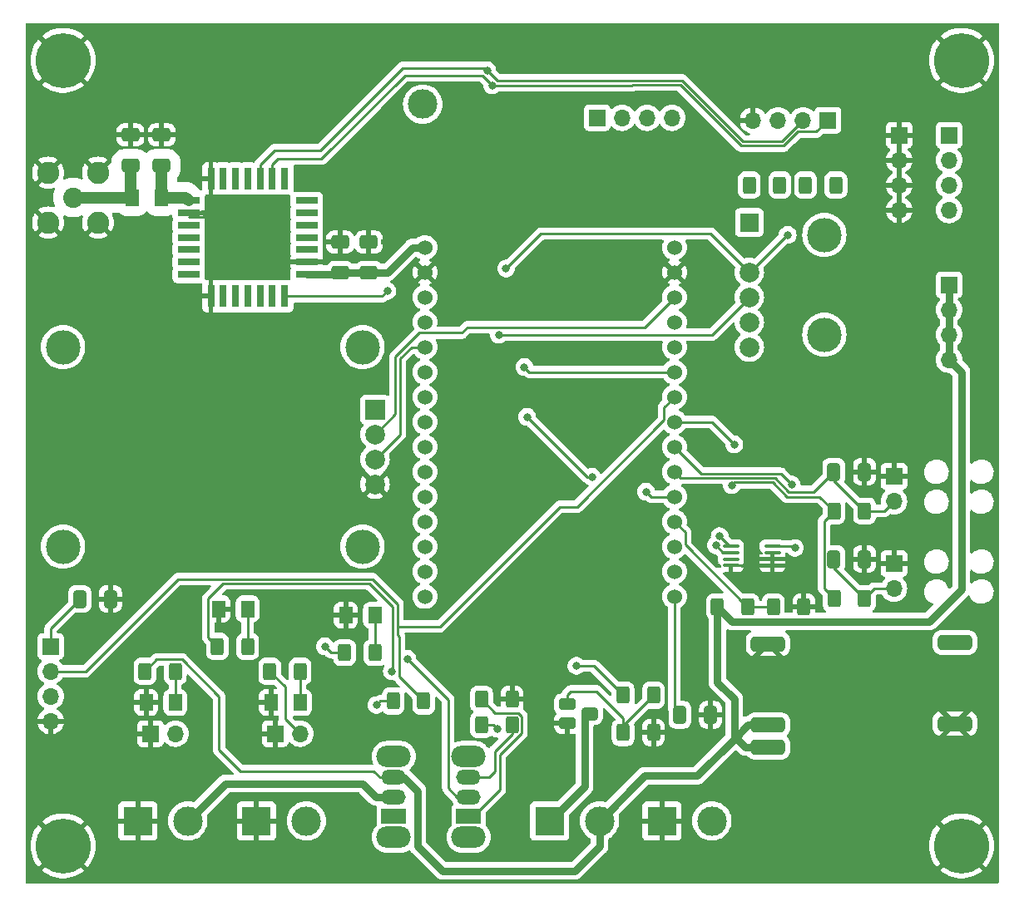
<source format=gtl>
G04 #@! TF.GenerationSoftware,KiCad,Pcbnew,7.0.5*
G04 #@! TF.CreationDate,2023-07-24T04:44:54-06:00*
G04 #@! TF.ProjectId,Project-Supernova-PCB,50726f6a-6563-4742-9d53-757065726e6f,rev?*
G04 #@! TF.SameCoordinates,Original*
G04 #@! TF.FileFunction,Copper,L1,Top*
G04 #@! TF.FilePolarity,Positive*
%FSLAX46Y46*%
G04 Gerber Fmt 4.6, Leading zero omitted, Abs format (unit mm)*
G04 Created by KiCad (PCBNEW 7.0.5) date 2023-07-24 04:44:54*
%MOMM*%
%LPD*%
G01*
G04 APERTURE LIST*
G04 Aperture macros list*
%AMRoundRect*
0 Rectangle with rounded corners*
0 $1 Rounding radius*
0 $2 $3 $4 $5 $6 $7 $8 $9 X,Y pos of 4 corners*
0 Add a 4 corners polygon primitive as box body*
4,1,4,$2,$3,$4,$5,$6,$7,$8,$9,$2,$3,0*
0 Add four circle primitives for the rounded corners*
1,1,$1+$1,$2,$3*
1,1,$1+$1,$4,$5*
1,1,$1+$1,$6,$7*
1,1,$1+$1,$8,$9*
0 Add four rect primitives between the rounded corners*
20,1,$1+$1,$2,$3,$4,$5,0*
20,1,$1+$1,$4,$5,$6,$7,0*
20,1,$1+$1,$6,$7,$8,$9,0*
20,1,$1+$1,$8,$9,$2,$3,0*%
G04 Aperture macros list end*
G04 #@! TA.AperFunction,WasherPad*
%ADD10C,3.500000*%
G04 #@! TD*
G04 #@! TA.AperFunction,ComponentPad*
%ADD11R,1.900000X1.900000*%
G04 #@! TD*
G04 #@! TA.AperFunction,ComponentPad*
%ADD12C,2.000000*%
G04 #@! TD*
G04 #@! TA.AperFunction,SMDPad,CuDef*
%ADD13RoundRect,0.250000X-0.400000X-0.625000X0.400000X-0.625000X0.400000X0.625000X-0.400000X0.625000X0*%
G04 #@! TD*
G04 #@! TA.AperFunction,SMDPad,CuDef*
%ADD14RoundRect,0.250001X-0.462499X-0.624999X0.462499X-0.624999X0.462499X0.624999X-0.462499X0.624999X0*%
G04 #@! TD*
G04 #@! TA.AperFunction,ComponentPad*
%ADD15R,1.700000X1.700000*%
G04 #@! TD*
G04 #@! TA.AperFunction,ComponentPad*
%ADD16O,1.700000X1.700000*%
G04 #@! TD*
G04 #@! TA.AperFunction,SMDPad,CuDef*
%ADD17RoundRect,0.300000X-0.550000X-0.300000X0.550000X-0.300000X0.550000X0.300000X-0.550000X0.300000X0*%
G04 #@! TD*
G04 #@! TA.AperFunction,SMDPad,CuDef*
%ADD18RoundRect,0.325000X-0.525000X-0.325000X0.525000X-0.325000X0.525000X0.325000X-0.525000X0.325000X0*%
G04 #@! TD*
G04 #@! TA.AperFunction,SMDPad,CuDef*
%ADD19C,3.000000*%
G04 #@! TD*
G04 #@! TA.AperFunction,ComponentPad*
%ADD20O,3.500000X2.200000*%
G04 #@! TD*
G04 #@! TA.AperFunction,ComponentPad*
%ADD21R,2.500000X1.500000*%
G04 #@! TD*
G04 #@! TA.AperFunction,ComponentPad*
%ADD22O,2.500000X1.500000*%
G04 #@! TD*
G04 #@! TA.AperFunction,SMDPad,CuDef*
%ADD23RoundRect,0.250001X0.462499X0.624999X-0.462499X0.624999X-0.462499X-0.624999X0.462499X-0.624999X0*%
G04 #@! TD*
G04 #@! TA.AperFunction,ComponentPad*
%ADD24R,3.000000X3.000000*%
G04 #@! TD*
G04 #@! TA.AperFunction,ComponentPad*
%ADD25C,3.000000*%
G04 #@! TD*
G04 #@! TA.AperFunction,SMDPad,CuDef*
%ADD26RoundRect,0.100000X-0.712500X-0.100000X0.712500X-0.100000X0.712500X0.100000X-0.712500X0.100000X0*%
G04 #@! TD*
G04 #@! TA.AperFunction,SMDPad,CuDef*
%ADD27RoundRect,0.250000X0.650000X-0.412500X0.650000X0.412500X-0.650000X0.412500X-0.650000X-0.412500X0*%
G04 #@! TD*
G04 #@! TA.AperFunction,SMDPad,CuDef*
%ADD28RoundRect,0.250000X-0.412500X-0.650000X0.412500X-0.650000X0.412500X0.650000X-0.412500X0.650000X0*%
G04 #@! TD*
G04 #@! TA.AperFunction,ComponentPad*
%ADD29C,5.600000*%
G04 #@! TD*
G04 #@! TA.AperFunction,ComponentPad*
%ADD30C,1.524000*%
G04 #@! TD*
G04 #@! TA.AperFunction,ComponentPad*
%ADD31C,2.050000*%
G04 #@! TD*
G04 #@! TA.AperFunction,ComponentPad*
%ADD32C,2.250000*%
G04 #@! TD*
G04 #@! TA.AperFunction,ComponentPad*
%ADD33R,2.000000X2.000000*%
G04 #@! TD*
G04 #@! TA.AperFunction,SMDPad,CuDef*
%ADD34R,2.300000X0.800000*%
G04 #@! TD*
G04 #@! TA.AperFunction,SMDPad,CuDef*
%ADD35R,0.800000X2.300000*%
G04 #@! TD*
G04 #@! TA.AperFunction,SMDPad,CuDef*
%ADD36RoundRect,0.381000X-1.369000X-0.381000X1.369000X-0.381000X1.369000X0.381000X-1.369000X0.381000X0*%
G04 #@! TD*
G04 #@! TA.AperFunction,ViaPad*
%ADD37C,0.800000*%
G04 #@! TD*
G04 #@! TA.AperFunction,Conductor*
%ADD38C,0.250000*%
G04 #@! TD*
G04 #@! TA.AperFunction,Conductor*
%ADD39C,0.800000*%
G04 #@! TD*
G04 #@! TA.AperFunction,Conductor*
%ADD40C,1.150000*%
G04 #@! TD*
G04 #@! TA.AperFunction,Conductor*
%ADD41C,1.290000*%
G04 #@! TD*
G04 APERTURE END LIST*
D10*
X166380000Y-67310000D03*
X166380000Y-77470000D03*
D11*
X158750000Y-66040000D03*
D12*
X158750000Y-68580000D03*
X158750000Y-71120000D03*
X158750000Y-73660000D03*
X158750000Y-76200000D03*
X158750000Y-78740000D03*
D13*
X167372500Y-104330000D03*
X170472500Y-104330000D03*
X164465000Y-62230000D03*
X167565000Y-62230000D03*
D14*
X97355000Y-114935000D03*
X100330000Y-114935000D03*
D15*
X173472500Y-91900000D03*
D16*
X173472500Y-94440000D03*
D17*
X140208000Y-115128000D03*
X140208000Y-117028000D03*
D18*
X142494000Y-116078000D03*
D19*
X125500000Y-54000000D03*
D13*
X117550000Y-109855000D03*
X120650000Y-109855000D03*
D20*
X122555000Y-128655000D03*
X122555000Y-120455000D03*
D21*
X122555000Y-126555000D03*
D22*
X122555000Y-124555000D03*
X122555000Y-122555000D03*
D13*
X167372500Y-95440000D03*
X170472500Y-95440000D03*
D23*
X98896500Y-63500000D03*
X95921500Y-63500000D03*
D15*
X143256000Y-55372000D03*
D16*
X145796000Y-55372000D03*
X148336000Y-55372000D03*
X150876000Y-55372000D03*
D15*
X173472500Y-100790000D03*
D16*
X173472500Y-103330000D03*
D13*
X145900000Y-114200000D03*
X149000000Y-114200000D03*
X155500000Y-105200000D03*
X158600000Y-105200000D03*
D24*
X149860000Y-127000000D03*
D25*
X154940000Y-127000000D03*
D26*
X156887500Y-99025000D03*
X156887500Y-99675000D03*
X156887500Y-100325000D03*
X156887500Y-100975000D03*
X161112500Y-100975000D03*
X161112500Y-100325000D03*
X161112500Y-99675000D03*
X161112500Y-99025000D03*
D13*
X131500000Y-114600000D03*
X134600000Y-114600000D03*
D14*
X117675000Y-106045000D03*
X120650000Y-106045000D03*
D27*
X117094000Y-71158500D03*
X117094000Y-68033500D03*
D28*
X167347500Y-91440000D03*
X170472500Y-91440000D03*
D13*
X145900000Y-118000000D03*
X149000000Y-118000000D03*
D27*
X120015000Y-71158500D03*
X120015000Y-68033500D03*
D13*
X131500000Y-117200000D03*
X134600000Y-117200000D03*
X97230000Y-111760000D03*
X100330000Y-111760000D03*
D29*
X88900000Y-129540000D03*
X180340000Y-129540000D03*
D15*
X166751000Y-55626000D03*
D16*
X164211000Y-55626000D03*
X161671000Y-55626000D03*
X159131000Y-55626000D03*
D20*
X130175000Y-128655000D03*
X130175000Y-120455000D03*
D21*
X130175000Y-126555000D03*
D22*
X130175000Y-124555000D03*
X130175000Y-122555000D03*
D30*
X125730000Y-68580000D03*
X125730000Y-71120000D03*
X125730000Y-73660000D03*
X125730000Y-76200000D03*
X125730000Y-78740000D03*
X125730000Y-81280000D03*
X125730000Y-83820000D03*
X125730000Y-86360000D03*
X125730000Y-88900000D03*
X125730000Y-91440000D03*
X125730000Y-93980000D03*
X125730000Y-96520000D03*
X125730000Y-99060000D03*
X125730000Y-101600000D03*
X125730000Y-104140000D03*
X151130000Y-104140000D03*
X151130000Y-101600000D03*
X151130000Y-99060000D03*
X151130000Y-96520000D03*
X151130000Y-93980000D03*
X151130000Y-91440000D03*
X151130000Y-88900000D03*
X151130000Y-86360000D03*
X151130000Y-83820000D03*
X151130000Y-81280000D03*
X151130000Y-78740000D03*
X151130000Y-76200000D03*
X151130000Y-73660000D03*
X151130000Y-71120000D03*
X151130000Y-68580000D03*
D31*
X89916000Y-63500000D03*
D32*
X87376000Y-60960000D03*
X87376000Y-66040000D03*
X92456000Y-60960000D03*
X92456000Y-66040000D03*
D13*
X122500000Y-114800000D03*
X125600000Y-114800000D03*
D28*
X167347500Y-100330000D03*
X170472500Y-100330000D03*
D10*
X119380000Y-78740000D03*
X88900000Y-78740000D03*
X119380000Y-99060000D03*
X88900000Y-99060000D03*
D33*
X120650000Y-85090000D03*
D12*
X120650000Y-87630000D03*
X120650000Y-90170000D03*
X120650000Y-92710000D03*
D14*
X110055000Y-114935000D03*
X113030000Y-114935000D03*
D29*
X180340000Y-49530000D03*
D27*
X95758000Y-60236500D03*
X95758000Y-57111500D03*
D13*
X161200000Y-105200000D03*
X164300000Y-105200000D03*
D15*
X87630000Y-109220000D03*
D16*
X87630000Y-111760000D03*
X87630000Y-114300000D03*
X87630000Y-116840000D03*
D34*
X113696000Y-71314000D03*
X113696000Y-70064000D03*
X113696000Y-68814000D03*
X113696000Y-67564000D03*
X113696000Y-66314000D03*
X113696000Y-65064000D03*
X113696000Y-63814000D03*
D35*
X111446000Y-61564000D03*
X110196000Y-61564000D03*
X108946000Y-61564000D03*
X107696000Y-61564000D03*
X106446000Y-61564000D03*
X105196000Y-61564000D03*
X103946000Y-61564000D03*
D34*
X101696000Y-63814000D03*
X101696000Y-65064000D03*
X101696000Y-66314000D03*
X101696000Y-67564000D03*
X101696000Y-68814000D03*
X101696000Y-70064000D03*
X101696000Y-71314000D03*
D35*
X103946000Y-73564000D03*
X105196000Y-73564000D03*
X106446000Y-73564000D03*
X107696000Y-73564000D03*
X108946000Y-73564000D03*
X110196000Y-73564000D03*
X111446000Y-73564000D03*
D24*
X108585000Y-127000000D03*
D25*
X113665000Y-127000000D03*
D27*
X98933000Y-60236500D03*
X98933000Y-57111500D03*
D15*
X97790000Y-118110000D03*
D16*
X100330000Y-118110000D03*
D24*
X96520000Y-127000000D03*
D25*
X101600000Y-127000000D03*
D14*
X104721000Y-105410000D03*
X107696000Y-105410000D03*
D36*
X160655000Y-108966000D03*
X160655000Y-117221000D03*
X160655000Y-119471000D03*
X179680000Y-108839000D03*
X179680000Y-117094000D03*
D15*
X179070000Y-57150000D03*
D16*
X179070000Y-59690000D03*
X179070000Y-62230000D03*
X179070000Y-64770000D03*
D28*
X90601000Y-104394000D03*
X93726000Y-104394000D03*
D13*
X104596000Y-109220000D03*
X107696000Y-109220000D03*
D15*
X179070000Y-72400000D03*
D16*
X179070000Y-74940000D03*
X179070000Y-77480000D03*
X179070000Y-80020000D03*
D13*
X109930000Y-111760000D03*
X113030000Y-111760000D03*
X158750000Y-62230000D03*
X161850000Y-62230000D03*
D15*
X110490000Y-118110000D03*
D16*
X113030000Y-118110000D03*
D24*
X138430000Y-127000000D03*
D25*
X143510000Y-127000000D03*
D29*
X88900000Y-49530000D03*
D28*
X151675000Y-116200000D03*
X154800000Y-116200000D03*
D15*
X173990000Y-57150000D03*
D16*
X173990000Y-59690000D03*
X173990000Y-62230000D03*
X173990000Y-64770000D03*
D37*
X160020000Y-93980000D03*
X161290000Y-90170000D03*
X120800000Y-115200000D03*
X164465000Y-62230000D03*
X133096000Y-117602000D03*
X178435000Y-108966000D03*
X180975000Y-108966000D03*
X163400000Y-99200000D03*
X158750000Y-62230000D03*
X179680000Y-108931000D03*
X102235000Y-55880000D03*
X90170000Y-56642000D03*
X87630000Y-70485000D03*
X100965000Y-54610000D03*
X88900000Y-70485000D03*
X95250000Y-69850000D03*
X92710000Y-55880000D03*
X86360000Y-70485000D03*
X94615000Y-53975000D03*
X95885000Y-53975000D03*
X90170000Y-70485000D03*
X91440000Y-56642000D03*
X103505000Y-57150000D03*
X98425000Y-53975000D03*
X87630000Y-56642000D03*
X93345000Y-54610000D03*
X103505000Y-58420000D03*
X97790000Y-68580000D03*
X99695000Y-53975000D03*
X99060000Y-67945000D03*
X92710000Y-70485000D03*
X86360000Y-56642000D03*
X88900000Y-56642000D03*
X96520000Y-69215000D03*
X93980000Y-70485000D03*
X97155000Y-53975000D03*
X91440000Y-70485000D03*
X167347500Y-100330000D03*
X163068000Y-92747500D03*
X132583701Y-52074299D03*
X132080000Y-50546000D03*
X122375500Y-111760000D03*
X141149000Y-111200000D03*
X156972000Y-92799500D03*
X157226000Y-88646000D03*
X123952000Y-110490000D03*
X133260500Y-77470000D03*
X161925000Y-62230000D03*
X155724500Y-98000000D03*
X162649500Y-67310000D03*
X133985000Y-70739000D03*
X167640000Y-62230000D03*
X155348807Y-98926208D03*
X115570000Y-109220000D03*
X125500000Y-54000000D03*
X121920000Y-73025000D03*
X135852500Y-80772000D03*
X142748000Y-91948000D03*
X148246500Y-93472000D03*
X136144000Y-85852000D03*
D38*
X133096000Y-117602000D02*
X132694000Y-117200000D01*
X109930000Y-111760000D02*
X111506000Y-113336000D01*
X122500000Y-114800000D02*
X121200000Y-114800000D01*
X111506000Y-116586000D02*
X113030000Y-118110000D01*
D39*
X113696000Y-71314000D02*
X116938500Y-71314000D01*
D38*
X163225000Y-99025000D02*
X163400000Y-99200000D01*
D39*
X121920000Y-71120000D02*
X120053500Y-71120000D01*
X116938500Y-71314000D02*
X117094000Y-71158500D01*
X125730000Y-68580000D02*
X124460000Y-68580000D01*
D38*
X111506000Y-113336000D02*
X111506000Y-116586000D01*
X121200000Y-114800000D02*
X120800000Y-115200000D01*
X87630000Y-107365000D02*
X90601000Y-104394000D01*
X161112500Y-99025000D02*
X163225000Y-99025000D01*
D39*
X124460000Y-68580000D02*
X121920000Y-71120000D01*
X120015000Y-71158500D02*
X117094000Y-71158500D01*
D38*
X132694000Y-117200000D02*
X131500000Y-117200000D01*
X87630000Y-109220000D02*
X87630000Y-107365000D01*
X103142000Y-65514000D02*
X101696000Y-65514000D01*
X161112500Y-99675000D02*
X161112500Y-100325000D01*
X113752000Y-70064000D02*
X113919000Y-70231000D01*
X103946000Y-64710000D02*
X103142000Y-65514000D01*
X156887500Y-100975000D02*
X161112500Y-100975000D01*
X103946000Y-61564000D02*
X103946000Y-64710000D01*
X171472500Y-103330000D02*
X173472500Y-103330000D01*
X163068000Y-92747500D02*
X161945500Y-91625000D01*
X161945500Y-91625000D02*
X153855000Y-91625000D01*
X170472500Y-104330000D02*
X171472500Y-103330000D01*
X167347500Y-101205000D02*
X170472500Y-104330000D01*
X153855000Y-91625000D02*
X151130000Y-88900000D01*
X167347500Y-100330000D02*
X167347500Y-101205000D01*
X170472500Y-95440000D02*
X172472500Y-95440000D01*
X167347500Y-91440000D02*
X165315000Y-93472500D01*
X165315000Y-93472500D02*
X162767695Y-93472500D01*
X162767695Y-93472500D02*
X161370195Y-92075000D01*
X151765000Y-92075000D02*
X151130000Y-91440000D01*
X172472500Y-95440000D02*
X173472500Y-94440000D01*
X167347500Y-92315000D02*
X170472500Y-95440000D01*
X167347500Y-91440000D02*
X167347500Y-92315000D01*
X161370195Y-92075000D02*
X151765000Y-92075000D01*
X131563402Y-51054000D02*
X123698000Y-51054000D01*
X123698000Y-51054000D02*
X115189000Y-59563000D01*
X151705604Y-52012000D02*
X157928604Y-58235000D01*
X110196000Y-60164000D02*
X110196000Y-61564000D01*
X115189000Y-59563000D02*
X110797000Y-59563000D01*
X157928604Y-58235000D02*
X162238396Y-58235000D01*
X146807701Y-52074299D02*
X146870000Y-52012000D01*
X165576000Y-56801000D02*
X166751000Y-55626000D01*
X162238396Y-58235000D02*
X163672396Y-56801000D01*
X132583701Y-52074299D02*
X131563402Y-51054000D01*
X163672396Y-56801000D02*
X165576000Y-56801000D01*
X110797000Y-59563000D02*
X110196000Y-60164000D01*
X132583701Y-52074299D02*
X146807701Y-52074299D01*
X146870000Y-52012000D02*
X151705604Y-52012000D01*
X132080000Y-50546000D02*
X133096000Y-51562000D01*
X110436000Y-58674000D02*
X108946000Y-60164000D01*
X131826000Y-50292000D02*
X123444000Y-50292000D01*
X158115000Y-57785000D02*
X162052000Y-57785000D01*
X108946000Y-60164000D02*
X108946000Y-61564000D01*
X123444000Y-50292000D02*
X115062000Y-58674000D01*
X133096000Y-51562000D02*
X151892000Y-51562000D01*
X162052000Y-57785000D02*
X164211000Y-55626000D01*
X115062000Y-58674000D02*
X110436000Y-58674000D01*
X132080000Y-50546000D02*
X131826000Y-50292000D01*
X151892000Y-51562000D02*
X158115000Y-57785000D01*
X150043000Y-84907000D02*
X151130000Y-83820000D01*
X122936000Y-107188000D02*
X122936000Y-108086000D01*
X139446000Y-94996000D02*
X141224000Y-94996000D01*
X123100000Y-112300000D02*
X125600000Y-114800000D01*
X100584000Y-102362000D02*
X120396000Y-102362000D01*
X141224000Y-94996000D02*
X150043000Y-86177000D01*
X150043000Y-86177000D02*
X150043000Y-84907000D01*
X122936000Y-108086000D02*
X123100000Y-108250000D01*
X127254000Y-107188000D02*
X139446000Y-94996000D01*
X123100000Y-108250000D02*
X123100000Y-112300000D01*
X87630000Y-111760000D02*
X91186000Y-111760000D01*
X91186000Y-111760000D02*
X100584000Y-102362000D01*
X122936000Y-107188000D02*
X127254000Y-107188000D01*
X120396000Y-102362000D02*
X122936000Y-104902000D01*
X122936000Y-104902000D02*
X122936000Y-107188000D01*
D39*
X127508000Y-132080000D02*
X124968000Y-129540000D01*
X143510000Y-127000000D02*
X148110000Y-122400000D01*
X179070000Y-80020000D02*
X179070000Y-77480000D01*
X180340000Y-81290000D02*
X179070000Y-80020000D01*
D38*
X97230000Y-111760000D02*
X98430000Y-110560000D01*
D39*
X157480000Y-118618000D02*
X158333000Y-119471000D01*
D38*
X104775000Y-119761000D02*
X106934000Y-121920000D01*
D39*
X157226000Y-118618000D02*
X157480000Y-118618000D01*
X148110000Y-122400000D02*
X153444000Y-122400000D01*
X156975000Y-106675000D02*
X177090452Y-106675000D01*
X143510000Y-129540000D02*
X140970000Y-132080000D01*
D38*
X104775000Y-114300000D02*
X104775000Y-119761000D01*
X98430000Y-110560000D02*
X101035000Y-110560000D01*
D39*
X179070000Y-74940000D02*
X179070000Y-72400000D01*
X179070000Y-77480000D02*
X179070000Y-74940000D01*
X124968000Y-123952000D02*
X123571000Y-122555000D01*
D38*
X106934000Y-121920000D02*
X120536117Y-121920000D01*
X121171117Y-122555000D02*
X122555000Y-122555000D01*
D39*
X153444000Y-122400000D02*
X157226000Y-118618000D01*
X143510000Y-127000000D02*
X143510000Y-129540000D01*
X180340000Y-103425452D02*
X180340000Y-81290000D01*
X157226000Y-114596000D02*
X155500000Y-112870000D01*
X158623000Y-117221000D02*
X160655000Y-117221000D01*
X157226000Y-118618000D02*
X157226000Y-114596000D01*
X123571000Y-122555000D02*
X122555000Y-122555000D01*
D38*
X101035000Y-110560000D02*
X104775000Y-114300000D01*
D39*
X124968000Y-129540000D02*
X124968000Y-123952000D01*
X155500000Y-105200000D02*
X156975000Y-106675000D01*
X157226000Y-118618000D02*
X158623000Y-117221000D01*
X140970000Y-132080000D02*
X127508000Y-132080000D01*
X177090452Y-106675000D02*
X180340000Y-103425452D01*
X158333000Y-119471000D02*
X160655000Y-119471000D01*
X155500000Y-105200000D02*
X155500000Y-112870000D01*
D38*
X120536117Y-121920000D02*
X121171117Y-122555000D01*
X103683500Y-108307500D02*
X103683500Y-104342500D01*
X142900000Y-111200000D02*
X141149000Y-111200000D01*
X122428000Y-111707500D02*
X122375500Y-111760000D01*
X104596000Y-109220000D02*
X103683500Y-108307500D01*
X103683500Y-104342500D02*
X105214000Y-102812000D01*
X120084000Y-102812000D02*
X122428000Y-105156000D01*
X122428000Y-105156000D02*
X122428000Y-111707500D01*
X105214000Y-102812000D02*
X120084000Y-102812000D01*
X145900000Y-114200000D02*
X142900000Y-111200000D01*
X120650000Y-90170000D02*
X123190000Y-87630000D01*
X123190000Y-79900000D02*
X124350000Y-78740000D01*
X123190000Y-87630000D02*
X123190000Y-79900000D01*
X124350000Y-78740000D02*
X125730000Y-78740000D01*
X120650000Y-87630000D02*
X122740000Y-85540000D01*
X122740000Y-85540000D02*
X122740000Y-79713604D01*
X130048000Y-76708000D02*
X148082000Y-76708000D01*
X122740000Y-79713604D02*
X125166604Y-77287000D01*
X148082000Y-76708000D02*
X151130000Y-73660000D01*
X129469000Y-77287000D02*
X130048000Y-76708000D01*
X125166604Y-77287000D02*
X129469000Y-77287000D01*
X166360000Y-103317500D02*
X166360000Y-96452500D01*
X162560000Y-93980000D02*
X165912500Y-93980000D01*
X154940000Y-86360000D02*
X151130000Y-86360000D01*
X165912500Y-93980000D02*
X167372500Y-95440000D01*
X157226000Y-88646000D02*
X154940000Y-86360000D01*
X156972000Y-92799500D02*
X157246500Y-92525000D01*
X157246500Y-92525000D02*
X161105000Y-92525000D01*
X161105000Y-92525000D02*
X162560000Y-93980000D01*
X166360000Y-96452500D02*
X167372500Y-95440000D01*
X167372500Y-104330000D02*
X166360000Y-103317500D01*
X158600000Y-105200000D02*
X161200000Y-105200000D01*
X152217000Y-97607000D02*
X151130000Y-96520000D01*
X158540000Y-105200000D02*
X152217000Y-98877000D01*
X152217000Y-98877000D02*
X152217000Y-97607000D01*
X158600000Y-105200000D02*
X158540000Y-105200000D01*
X123952000Y-110490000D02*
X128100000Y-114638000D01*
X128100000Y-123655000D02*
X129000000Y-124555000D01*
X129000000Y-124555000D02*
X130175000Y-124555000D01*
X128100000Y-114638000D02*
X128100000Y-123655000D01*
D40*
X98896500Y-63500000D02*
X101382000Y-63500000D01*
X101382000Y-63500000D02*
X101696000Y-63814000D01*
X98933000Y-60236500D02*
X98933000Y-63463500D01*
D41*
X98933000Y-63463500D02*
X98896500Y-63500000D01*
X95758000Y-63336500D02*
X95921500Y-63500000D01*
D40*
X89916000Y-63500000D02*
X95921500Y-63500000D01*
X95758000Y-60236500D02*
X95758000Y-63336500D01*
D39*
X141986000Y-116586000D02*
X142494000Y-116078000D01*
X138430000Y-127000000D02*
X141986000Y-123444000D01*
X141986000Y-123444000D02*
X141986000Y-116586000D01*
X101600000Y-127000000D02*
X105410000Y-123190000D01*
X120745000Y-124555000D02*
X122555000Y-124555000D01*
X119380000Y-123190000D02*
X120745000Y-124555000D01*
X105410000Y-123190000D02*
X119380000Y-123190000D01*
D38*
X156749500Y-99025000D02*
X155724500Y-98000000D01*
X156887500Y-99025000D02*
X156749500Y-99025000D01*
X154940000Y-77470000D02*
X158750000Y-73660000D01*
X133260500Y-77470000D02*
X154940000Y-77470000D01*
X120650000Y-109855000D02*
X120650000Y-106045000D01*
X151130000Y-115655000D02*
X151675000Y-116200000D01*
X151130000Y-104140000D02*
X151130000Y-115655000D01*
X107696000Y-109220000D02*
X107696000Y-105410000D01*
X156097599Y-99675000D02*
X156887500Y-99675000D01*
X158750000Y-71120000D02*
X154813000Y-67183000D01*
X155348807Y-98926208D02*
X156097599Y-99675000D01*
X154813000Y-67183000D02*
X137541000Y-67183000D01*
X137541000Y-67183000D02*
X133985000Y-70739000D01*
X162560000Y-67310000D02*
X158750000Y-71120000D01*
X162649500Y-67310000D02*
X162560000Y-67310000D01*
X134600000Y-117200000D02*
X134600000Y-118130000D01*
X132239000Y-122555000D02*
X130175000Y-122555000D01*
X132842000Y-121952000D02*
X132239000Y-122555000D01*
X134600000Y-118130000D02*
X132842000Y-119888000D01*
X132842000Y-119888000D02*
X132842000Y-121952000D01*
X113030000Y-111760000D02*
X113030000Y-114935000D01*
X100330000Y-111760000D02*
X100330000Y-114935000D01*
X133350000Y-123850000D02*
X130645000Y-126555000D01*
X132900000Y-116000000D02*
X135238173Y-116000000D01*
X135575000Y-118063173D02*
X133350000Y-120288173D01*
X133350000Y-120288173D02*
X133350000Y-123850000D01*
X130645000Y-126555000D02*
X130175000Y-126555000D01*
X131500000Y-114600000D02*
X132900000Y-116000000D01*
X135575000Y-116336827D02*
X135575000Y-118063173D01*
X135238173Y-116000000D02*
X135575000Y-116336827D01*
X117550000Y-109855000D02*
X116205000Y-109855000D01*
X116205000Y-109855000D02*
X115570000Y-109220000D01*
X121381000Y-73564000D02*
X111446000Y-73564000D01*
X121920000Y-73025000D02*
X121381000Y-73564000D01*
X136360500Y-81280000D02*
X151130000Y-81280000D01*
X135852500Y-80772000D02*
X136360500Y-81280000D01*
X148754500Y-93980000D02*
X151130000Y-93980000D01*
X148246500Y-93472000D02*
X148754500Y-93980000D01*
X136144000Y-85852000D02*
X142240000Y-91948000D01*
X142240000Y-91948000D02*
X142748000Y-91948000D01*
X145900000Y-117300000D02*
X149000000Y-114200000D01*
X145900000Y-118000000D02*
X145900000Y-117300000D01*
X140208000Y-115128000D02*
X140208000Y-114192000D01*
X145900000Y-116500000D02*
X145900000Y-117300000D01*
X140600000Y-113800000D02*
X143200000Y-113800000D01*
X140208000Y-114192000D02*
X140600000Y-113800000D01*
X143200000Y-113800000D02*
X145900000Y-116500000D01*
G04 #@! TA.AperFunction,Conductor*
G36*
X174240000Y-64334498D02*
G01*
X174132315Y-64285320D01*
X174025763Y-64270000D01*
X173954237Y-64270000D01*
X173847685Y-64285320D01*
X173740000Y-64334498D01*
X173740000Y-62665501D01*
X173847685Y-62714680D01*
X173954237Y-62730000D01*
X174025763Y-62730000D01*
X174132315Y-62714680D01*
X174240000Y-62665501D01*
X174240000Y-64334498D01*
G37*
G04 #@! TD.AperFunction*
G04 #@! TA.AperFunction,Conductor*
G36*
X174240000Y-61794498D02*
G01*
X174132315Y-61745320D01*
X174025763Y-61730000D01*
X173954237Y-61730000D01*
X173847685Y-61745320D01*
X173740000Y-61794498D01*
X173740000Y-60125501D01*
X173847685Y-60174680D01*
X173954237Y-60190000D01*
X174025763Y-60190000D01*
X174132315Y-60174680D01*
X174240000Y-60125501D01*
X174240000Y-61794498D01*
G37*
G04 #@! TD.AperFunction*
G04 #@! TA.AperFunction,Conductor*
G36*
X174240000Y-59254498D02*
G01*
X174132315Y-59205320D01*
X174025763Y-59190000D01*
X173954237Y-59190000D01*
X173847685Y-59205320D01*
X173740000Y-59254498D01*
X173740000Y-57585501D01*
X173847685Y-57634680D01*
X173954237Y-57650000D01*
X174025763Y-57650000D01*
X174132315Y-57634680D01*
X174240000Y-57585501D01*
X174240000Y-59254498D01*
G37*
G04 #@! TD.AperFunction*
G04 #@! TA.AperFunction,Conductor*
G36*
X184092539Y-45740185D02*
G01*
X184138294Y-45792989D01*
X184149500Y-45844500D01*
X184149500Y-133225500D01*
X184129815Y-133292539D01*
X184077011Y-133338294D01*
X184025500Y-133349500D01*
X85214500Y-133349500D01*
X85147461Y-133329815D01*
X85101706Y-133277011D01*
X85090500Y-133225500D01*
X85090500Y-129540002D01*
X85595153Y-129540002D01*
X85614526Y-129897314D01*
X85614527Y-129897331D01*
X85672415Y-130250431D01*
X85672421Y-130250457D01*
X85768147Y-130595232D01*
X85768149Y-130595239D01*
X85900597Y-130927659D01*
X85900606Y-130927677D01*
X86068218Y-131243827D01*
X86269033Y-131540007D01*
X86396441Y-131690003D01*
X86396442Y-131690004D01*
X87602265Y-130484179D01*
X87765130Y-130674870D01*
X87955818Y-130837732D01*
X86747255Y-132046295D01*
X86747256Y-132046296D01*
X86760485Y-132058828D01*
X86760486Y-132058829D01*
X87045367Y-132275388D01*
X87045370Y-132275390D01*
X87351990Y-132459876D01*
X87676739Y-132610122D01*
X87676744Y-132610123D01*
X88015855Y-132724383D01*
X88365339Y-132801311D01*
X88721075Y-132839999D01*
X88721085Y-132840000D01*
X89078915Y-132840000D01*
X89078924Y-132839999D01*
X89434660Y-132801311D01*
X89784144Y-132724383D01*
X90123255Y-132610123D01*
X90123260Y-132610122D01*
X90448009Y-132459876D01*
X90754629Y-132275390D01*
X90754632Y-132275388D01*
X91039504Y-132058836D01*
X91052742Y-132046294D01*
X89844180Y-130837733D01*
X90034870Y-130674870D01*
X90197733Y-130484180D01*
X91403556Y-131690003D01*
X91530964Y-131540008D01*
X91530975Y-131539994D01*
X91731781Y-131243827D01*
X91899393Y-130927677D01*
X91899402Y-130927659D01*
X92031850Y-130595239D01*
X92031852Y-130595232D01*
X92127578Y-130250457D01*
X92127584Y-130250431D01*
X92185472Y-129897331D01*
X92185473Y-129897314D01*
X92204847Y-129540002D01*
X92204847Y-129539997D01*
X92185473Y-129182685D01*
X92185472Y-129182668D01*
X92127584Y-128829568D01*
X92127578Y-128829542D01*
X92049365Y-128547844D01*
X94520000Y-128547844D01*
X94526401Y-128607372D01*
X94526403Y-128607379D01*
X94576645Y-128742086D01*
X94576649Y-128742093D01*
X94662809Y-128857187D01*
X94662812Y-128857190D01*
X94777906Y-128943350D01*
X94777913Y-128943354D01*
X94912620Y-128993596D01*
X94912627Y-128993598D01*
X94972155Y-128999999D01*
X94972172Y-129000000D01*
X96270000Y-129000000D01*
X96270000Y-127721802D01*
X96431169Y-127760000D01*
X96564267Y-127760000D01*
X96696461Y-127744549D01*
X96770000Y-127717782D01*
X96770000Y-129000000D01*
X98067828Y-129000000D01*
X98067844Y-128999999D01*
X98127372Y-128993598D01*
X98127379Y-128993596D01*
X98262086Y-128943354D01*
X98262093Y-128943350D01*
X98377187Y-128857190D01*
X98377190Y-128857187D01*
X98463350Y-128742093D01*
X98463354Y-128742086D01*
X98513596Y-128607379D01*
X98513598Y-128607372D01*
X98519999Y-128547844D01*
X98520000Y-128547827D01*
X98520000Y-127250000D01*
X97238483Y-127250000D01*
X97273549Y-127132871D01*
X97283879Y-126955509D01*
X97253029Y-126780546D01*
X97239853Y-126750000D01*
X98520000Y-126750000D01*
X98520000Y-125452172D01*
X98519999Y-125452155D01*
X98513598Y-125392627D01*
X98513596Y-125392620D01*
X98463354Y-125257913D01*
X98463350Y-125257906D01*
X98377190Y-125142812D01*
X98377187Y-125142809D01*
X98262093Y-125056649D01*
X98262086Y-125056645D01*
X98127379Y-125006403D01*
X98127372Y-125006401D01*
X98067844Y-125000000D01*
X96770000Y-125000000D01*
X96770000Y-126278197D01*
X96608831Y-126240000D01*
X96475733Y-126240000D01*
X96343539Y-126255451D01*
X96270000Y-126282217D01*
X96270000Y-125000000D01*
X94972155Y-125000000D01*
X94912627Y-125006401D01*
X94912620Y-125006403D01*
X94777913Y-125056645D01*
X94777906Y-125056649D01*
X94662812Y-125142809D01*
X94662809Y-125142812D01*
X94576649Y-125257906D01*
X94576645Y-125257913D01*
X94526403Y-125392620D01*
X94526401Y-125392627D01*
X94520000Y-125452155D01*
X94520000Y-126750000D01*
X95801517Y-126750000D01*
X95766451Y-126867129D01*
X95756121Y-127044491D01*
X95786971Y-127219454D01*
X95800147Y-127250000D01*
X94520000Y-127250000D01*
X94520000Y-128547844D01*
X92049365Y-128547844D01*
X92031852Y-128484767D01*
X92031850Y-128484760D01*
X91899402Y-128152340D01*
X91899393Y-128152322D01*
X91731781Y-127836172D01*
X91530966Y-127539992D01*
X91403557Y-127389995D01*
X91403556Y-127389994D01*
X90197732Y-128595818D01*
X90034870Y-128405130D01*
X89844180Y-128242266D01*
X91052743Y-127033703D01*
X91052742Y-127033702D01*
X91039514Y-127021171D01*
X91039513Y-127021170D01*
X90754632Y-126804611D01*
X90754629Y-126804609D01*
X90448009Y-126620123D01*
X90123260Y-126469877D01*
X90123255Y-126469876D01*
X89784144Y-126355616D01*
X89434660Y-126278688D01*
X89078924Y-126240000D01*
X88721075Y-126240000D01*
X88365339Y-126278688D01*
X88015855Y-126355616D01*
X87676744Y-126469876D01*
X87676739Y-126469877D01*
X87351990Y-126620123D01*
X87045370Y-126804609D01*
X87045367Y-126804611D01*
X86760491Y-127021166D01*
X86747256Y-127033703D01*
X86747255Y-127033703D01*
X87955819Y-128242266D01*
X87765130Y-128405130D01*
X87602266Y-128595818D01*
X86396442Y-127389994D01*
X86396441Y-127389995D01*
X86269040Y-127539983D01*
X86269033Y-127539993D01*
X86068218Y-127836172D01*
X85900606Y-128152322D01*
X85900597Y-128152340D01*
X85768149Y-128484760D01*
X85768147Y-128484767D01*
X85672421Y-128829542D01*
X85672415Y-128829568D01*
X85614527Y-129182668D01*
X85614526Y-129182685D01*
X85595153Y-129539997D01*
X85595153Y-129540002D01*
X85090500Y-129540002D01*
X85090500Y-99060007D01*
X86644671Y-99060007D01*
X86663964Y-99354363D01*
X86663965Y-99354373D01*
X86663966Y-99354380D01*
X86720476Y-99638480D01*
X86721518Y-99643716D01*
X86721521Y-99643730D01*
X86816349Y-99923080D01*
X86946825Y-100187660D01*
X86946829Y-100187667D01*
X87110725Y-100432955D01*
X87305241Y-100654758D01*
X87527044Y-100849274D01*
X87772332Y-101013170D01*
X87772339Y-101013174D01*
X87806477Y-101030009D01*
X88036923Y-101143652D01*
X88316278Y-101238481D01*
X88605620Y-101296034D01*
X88633888Y-101297886D01*
X88899993Y-101315329D01*
X88900000Y-101315329D01*
X88900007Y-101315329D01*
X89135675Y-101299881D01*
X89194380Y-101296034D01*
X89483722Y-101238481D01*
X89763077Y-101143652D01*
X90027665Y-101013172D01*
X90272957Y-100849273D01*
X90494758Y-100654758D01*
X90689273Y-100432957D01*
X90853172Y-100187665D01*
X90983652Y-99923077D01*
X91078481Y-99643722D01*
X91136034Y-99354380D01*
X91145409Y-99211344D01*
X91155329Y-99060007D01*
X117124671Y-99060007D01*
X117143964Y-99354363D01*
X117143965Y-99354373D01*
X117143966Y-99354380D01*
X117200476Y-99638480D01*
X117201518Y-99643716D01*
X117201521Y-99643730D01*
X117296349Y-99923080D01*
X117426825Y-100187660D01*
X117426829Y-100187667D01*
X117590725Y-100432955D01*
X117785241Y-100654758D01*
X118007044Y-100849274D01*
X118252332Y-101013170D01*
X118252339Y-101013174D01*
X118286477Y-101030009D01*
X118516923Y-101143652D01*
X118796278Y-101238481D01*
X119085620Y-101296034D01*
X119113888Y-101297886D01*
X119379993Y-101315329D01*
X119380000Y-101315329D01*
X119380007Y-101315329D01*
X119615675Y-101299881D01*
X119674380Y-101296034D01*
X119963722Y-101238481D01*
X120243077Y-101143652D01*
X120507665Y-101013172D01*
X120752957Y-100849273D01*
X120974758Y-100654758D01*
X121169273Y-100432957D01*
X121333172Y-100187665D01*
X121463652Y-99923077D01*
X121558481Y-99643722D01*
X121616034Y-99354380D01*
X121625409Y-99211344D01*
X121635329Y-99060007D01*
X121635329Y-99059992D01*
X121616206Y-98768238D01*
X121616034Y-98765620D01*
X121558481Y-98476278D01*
X121463652Y-98196923D01*
X121333172Y-97932336D01*
X121313157Y-97902382D01*
X121278042Y-97849829D01*
X121169273Y-97687043D01*
X121064568Y-97567650D01*
X120974758Y-97465241D01*
X120752955Y-97270725D01*
X120507667Y-97106829D01*
X120507660Y-97106825D01*
X120243080Y-96976349D01*
X119963730Y-96881521D01*
X119963724Y-96881519D01*
X119963722Y-96881519D01*
X119674380Y-96823966D01*
X119674373Y-96823965D01*
X119674363Y-96823964D01*
X119380007Y-96804671D01*
X119379993Y-96804671D01*
X119085636Y-96823964D01*
X119085624Y-96823965D01*
X119085620Y-96823966D01*
X119085612Y-96823967D01*
X119085609Y-96823968D01*
X118796283Y-96881518D01*
X118796269Y-96881521D01*
X118516919Y-96976349D01*
X118252334Y-97106828D01*
X118007041Y-97270728D01*
X117785241Y-97465241D01*
X117590728Y-97687041D01*
X117426828Y-97932334D01*
X117296349Y-98196919D01*
X117201521Y-98476269D01*
X117201518Y-98476283D01*
X117143968Y-98765609D01*
X117143964Y-98765636D01*
X117124671Y-99059992D01*
X117124671Y-99060007D01*
X91155329Y-99060007D01*
X91155329Y-99059992D01*
X91136206Y-98768238D01*
X91136034Y-98765620D01*
X91078481Y-98476278D01*
X90983652Y-98196923D01*
X90853172Y-97932336D01*
X90833157Y-97902382D01*
X90798042Y-97849829D01*
X90689273Y-97687043D01*
X90584568Y-97567650D01*
X90494758Y-97465241D01*
X90272955Y-97270725D01*
X90027667Y-97106829D01*
X90027660Y-97106825D01*
X89763080Y-96976349D01*
X89483730Y-96881521D01*
X89483724Y-96881519D01*
X89483722Y-96881519D01*
X89194380Y-96823966D01*
X89194373Y-96823965D01*
X89194363Y-96823964D01*
X88900007Y-96804671D01*
X88899993Y-96804671D01*
X88605636Y-96823964D01*
X88605624Y-96823965D01*
X88605620Y-96823966D01*
X88605612Y-96823967D01*
X88605609Y-96823968D01*
X88316283Y-96881518D01*
X88316269Y-96881521D01*
X88036919Y-96976349D01*
X87772334Y-97106828D01*
X87527041Y-97270728D01*
X87305241Y-97465241D01*
X87110728Y-97687041D01*
X86946828Y-97932334D01*
X86816349Y-98196919D01*
X86721521Y-98476269D01*
X86721518Y-98476283D01*
X86663968Y-98765609D01*
X86663964Y-98765636D01*
X86644671Y-99059992D01*
X86644671Y-99060007D01*
X85090500Y-99060007D01*
X85090500Y-78740007D01*
X86644671Y-78740007D01*
X86663964Y-79034363D01*
X86663965Y-79034373D01*
X86663966Y-79034380D01*
X86708699Y-79259273D01*
X86721518Y-79323716D01*
X86721521Y-79323730D01*
X86816349Y-79603080D01*
X86946825Y-79867660D01*
X86946829Y-79867667D01*
X87110725Y-80112955D01*
X87305241Y-80334758D01*
X87527044Y-80529274D01*
X87772332Y-80693170D01*
X87772339Y-80693174D01*
X87781789Y-80697834D01*
X88036923Y-80823652D01*
X88316278Y-80918481D01*
X88605620Y-80976034D01*
X88633888Y-80977886D01*
X88899993Y-80995329D01*
X88900000Y-80995329D01*
X88900007Y-80995329D01*
X89135675Y-80979881D01*
X89194380Y-80976034D01*
X89483722Y-80918481D01*
X89763077Y-80823652D01*
X90027665Y-80693172D01*
X90272957Y-80529273D01*
X90494758Y-80334758D01*
X90689273Y-80112957D01*
X90853172Y-79867665D01*
X90983652Y-79603077D01*
X91078481Y-79323722D01*
X91136034Y-79034380D01*
X91155329Y-78740007D01*
X117124671Y-78740007D01*
X117143964Y-79034363D01*
X117143965Y-79034373D01*
X117143966Y-79034380D01*
X117188699Y-79259273D01*
X117201518Y-79323716D01*
X117201521Y-79323730D01*
X117296349Y-79603080D01*
X117426825Y-79867660D01*
X117426829Y-79867667D01*
X117590725Y-80112955D01*
X117785241Y-80334758D01*
X118007044Y-80529274D01*
X118252332Y-80693170D01*
X118252339Y-80693174D01*
X118261789Y-80697834D01*
X118516923Y-80823652D01*
X118796278Y-80918481D01*
X119085620Y-80976034D01*
X119113888Y-80977886D01*
X119379993Y-80995329D01*
X119380000Y-80995329D01*
X119380007Y-80995329D01*
X119615675Y-80979881D01*
X119674380Y-80976034D01*
X119963722Y-80918481D01*
X120243077Y-80823652D01*
X120507665Y-80693172D01*
X120752957Y-80529273D01*
X120974758Y-80334758D01*
X121169273Y-80112957D01*
X121333172Y-79867665D01*
X121463652Y-79603077D01*
X121558481Y-79323722D01*
X121616034Y-79034380D01*
X121635329Y-78740000D01*
X121635329Y-78739994D01*
X121635329Y-78739992D01*
X121616035Y-78445636D01*
X121616034Y-78445620D01*
X121558481Y-78156278D01*
X121463652Y-77876923D01*
X121333172Y-77612336D01*
X121169273Y-77367043D01*
X121117264Y-77307738D01*
X120974758Y-77145241D01*
X120752955Y-76950725D01*
X120507667Y-76786829D01*
X120507660Y-76786825D01*
X120243080Y-76656349D01*
X119963730Y-76561521D01*
X119963724Y-76561519D01*
X119963722Y-76561519D01*
X119674380Y-76503966D01*
X119674373Y-76503965D01*
X119674363Y-76503964D01*
X119380007Y-76484671D01*
X119379993Y-76484671D01*
X119085636Y-76503964D01*
X119085624Y-76503965D01*
X119085620Y-76503966D01*
X119085612Y-76503967D01*
X119085609Y-76503968D01*
X118796283Y-76561518D01*
X118796269Y-76561521D01*
X118516919Y-76656349D01*
X118252334Y-76786828D01*
X118007041Y-76950728D01*
X117785241Y-77145241D01*
X117590728Y-77367041D01*
X117426828Y-77612334D01*
X117296349Y-77876919D01*
X117201521Y-78156269D01*
X117201518Y-78156283D01*
X117143968Y-78445609D01*
X117143964Y-78445636D01*
X117124671Y-78739992D01*
X117124671Y-78740007D01*
X91155329Y-78740007D01*
X91155329Y-78740000D01*
X91155329Y-78739994D01*
X91155329Y-78739992D01*
X91136035Y-78445636D01*
X91136034Y-78445620D01*
X91078481Y-78156278D01*
X90983652Y-77876923D01*
X90853172Y-77612336D01*
X90689273Y-77367043D01*
X90637264Y-77307738D01*
X90494758Y-77145241D01*
X90272955Y-76950725D01*
X90027667Y-76786829D01*
X90027660Y-76786825D01*
X89763080Y-76656349D01*
X89483730Y-76561521D01*
X89483724Y-76561519D01*
X89483722Y-76561519D01*
X89194380Y-76503966D01*
X89194373Y-76503965D01*
X89194363Y-76503964D01*
X88900007Y-76484671D01*
X88899993Y-76484671D01*
X88605636Y-76503964D01*
X88605624Y-76503965D01*
X88605620Y-76503966D01*
X88605612Y-76503967D01*
X88605609Y-76503968D01*
X88316283Y-76561518D01*
X88316269Y-76561521D01*
X88036919Y-76656349D01*
X87772334Y-76786828D01*
X87527041Y-76950728D01*
X87305241Y-77145241D01*
X87110728Y-77367041D01*
X86946828Y-77612334D01*
X86816349Y-77876919D01*
X86721521Y-78156269D01*
X86721518Y-78156283D01*
X86663968Y-78445609D01*
X86663964Y-78445636D01*
X86644671Y-78739992D01*
X86644671Y-78740007D01*
X85090500Y-78740007D01*
X85090500Y-76197808D01*
X121285000Y-76073000D01*
X121285000Y-74189500D01*
X121298257Y-74189500D01*
X121313877Y-74191224D01*
X121313904Y-74190939D01*
X121321666Y-74191673D01*
X121321666Y-74191672D01*
X121321667Y-74191673D01*
X121324999Y-74191568D01*
X121389847Y-74189531D01*
X121391794Y-74189500D01*
X121420347Y-74189500D01*
X121420350Y-74189500D01*
X121427228Y-74188630D01*
X121433041Y-74188172D01*
X121479627Y-74186709D01*
X121498869Y-74181117D01*
X121517912Y-74177174D01*
X121537792Y-74174664D01*
X121581122Y-74157507D01*
X121586646Y-74155617D01*
X121590396Y-74154527D01*
X121631390Y-74142618D01*
X121648629Y-74132422D01*
X121666103Y-74123862D01*
X121684727Y-74116488D01*
X121684727Y-74116487D01*
X121684732Y-74116486D01*
X121722449Y-74089082D01*
X121727305Y-74085892D01*
X121767420Y-74062170D01*
X121781589Y-74047999D01*
X121796379Y-74035368D01*
X121812587Y-74023594D01*
X121842295Y-73987681D01*
X121846208Y-73983380D01*
X121859811Y-73969777D01*
X121867773Y-73961817D01*
X121929097Y-73928333D01*
X121955452Y-73925500D01*
X122014644Y-73925500D01*
X122014646Y-73925500D01*
X122199803Y-73886144D01*
X122372730Y-73809151D01*
X122525871Y-73697888D01*
X122652533Y-73557216D01*
X122747179Y-73393284D01*
X122805674Y-73213256D01*
X122825460Y-73025000D01*
X122805674Y-72836744D01*
X122747179Y-72656716D01*
X122652533Y-72492784D01*
X122525871Y-72352112D01*
X122509671Y-72340342D01*
X122372734Y-72240851D01*
X122372729Y-72240848D01*
X122253199Y-72187629D01*
X122199962Y-72142378D01*
X122179641Y-72075529D01*
X122198687Y-72008306D01*
X122247333Y-71963869D01*
X122256986Y-71958951D01*
X122274950Y-71951510D01*
X122288284Y-71947179D01*
X122348476Y-71912425D01*
X122351222Y-71910934D01*
X122413149Y-71879383D01*
X122424031Y-71870569D01*
X122440083Y-71859537D01*
X122452216Y-71852533D01*
X122503847Y-71806043D01*
X122506260Y-71803982D01*
X122523380Y-71790119D01*
X122538929Y-71774568D01*
X122541270Y-71772347D01*
X122592888Y-71725871D01*
X122601130Y-71714525D01*
X122613760Y-71699737D01*
X124752003Y-69561495D01*
X124813324Y-69528012D01*
X124883016Y-69532996D01*
X124910155Y-69548848D01*
X124910945Y-69547721D01*
X125096333Y-69677531D01*
X125096335Y-69677532D01*
X125096338Y-69677534D01*
X125225781Y-69737894D01*
X125278220Y-69784066D01*
X125297372Y-69851260D01*
X125277156Y-69918141D01*
X125225781Y-69962658D01*
X125096586Y-70022903D01*
X125031812Y-70068257D01*
X125031811Y-70068258D01*
X125702554Y-70739000D01*
X125698431Y-70739000D01*
X125604579Y-70754661D01*
X125492749Y-70815180D01*
X125406629Y-70908731D01*
X125355552Y-71025177D01*
X125349894Y-71093448D01*
X124678258Y-70421811D01*
X124678257Y-70421812D01*
X124632903Y-70486586D01*
X124539579Y-70686720D01*
X124539575Y-70686729D01*
X124482426Y-70900013D01*
X124482424Y-70900023D01*
X124463179Y-71119999D01*
X124463179Y-71120000D01*
X124482424Y-71339976D01*
X124482426Y-71339986D01*
X124539575Y-71553270D01*
X124539580Y-71553284D01*
X124632899Y-71753407D01*
X124632900Y-71753409D01*
X124678258Y-71818187D01*
X125345096Y-71151348D01*
X125345051Y-71151898D01*
X125376266Y-71275162D01*
X125445813Y-71381612D01*
X125546157Y-71459713D01*
X125666422Y-71501000D01*
X125702553Y-71501000D01*
X125031811Y-72171741D01*
X125096582Y-72217094D01*
X125096588Y-72217098D01*
X125225781Y-72277342D01*
X125278220Y-72323514D01*
X125297372Y-72390708D01*
X125277156Y-72457589D01*
X125225781Y-72502106D01*
X125096340Y-72562465D01*
X125096338Y-72562466D01*
X124915377Y-72689175D01*
X124759175Y-72845377D01*
X124632466Y-73026338D01*
X124632465Y-73026340D01*
X124539107Y-73226548D01*
X124539104Y-73226554D01*
X124481930Y-73439929D01*
X124481929Y-73439937D01*
X124462677Y-73659997D01*
X124462677Y-73660002D01*
X124481929Y-73880062D01*
X124481930Y-73880070D01*
X124539104Y-74093445D01*
X124539105Y-74093447D01*
X124539106Y-74093450D01*
X124610456Y-74246461D01*
X124632466Y-74293662D01*
X124632468Y-74293666D01*
X124759170Y-74474615D01*
X124759175Y-74474621D01*
X124915378Y-74630824D01*
X124915384Y-74630829D01*
X125096333Y-74757531D01*
X125096335Y-74757532D01*
X125096338Y-74757534D01*
X125215748Y-74813215D01*
X125225189Y-74817618D01*
X125277628Y-74863790D01*
X125296780Y-74930984D01*
X125276564Y-74997865D01*
X125225189Y-75042382D01*
X125096340Y-75102465D01*
X125096338Y-75102466D01*
X124915377Y-75229175D01*
X124759175Y-75385377D01*
X124632466Y-75566338D01*
X124632465Y-75566340D01*
X124539107Y-75766548D01*
X124539104Y-75766554D01*
X124481930Y-75979929D01*
X124481929Y-75979937D01*
X124462677Y-76199997D01*
X124462677Y-76200002D01*
X124481929Y-76420062D01*
X124481930Y-76420070D01*
X124539104Y-76633445D01*
X124539108Y-76633456D01*
X124628490Y-76825137D01*
X124638982Y-76894214D01*
X124610462Y-76957998D01*
X124603789Y-76965222D01*
X122356208Y-79212803D01*
X122343951Y-79222624D01*
X122344134Y-79222845D01*
X122338122Y-79227818D01*
X122291432Y-79277536D01*
X122290079Y-79278933D01*
X122269889Y-79299123D01*
X122269877Y-79299136D01*
X122265621Y-79304621D01*
X122261837Y-79309051D01*
X122229937Y-79343022D01*
X122229936Y-79343024D01*
X122220284Y-79360580D01*
X122209610Y-79376830D01*
X122197329Y-79392665D01*
X122197324Y-79392672D01*
X122178815Y-79435442D01*
X122176245Y-79440688D01*
X122153803Y-79481510D01*
X122148822Y-79500911D01*
X122142521Y-79519314D01*
X122134562Y-79537706D01*
X122134561Y-79537709D01*
X122127271Y-79583731D01*
X122126087Y-79589450D01*
X122114501Y-79634576D01*
X122114500Y-79634586D01*
X122114500Y-79654620D01*
X122112973Y-79674020D01*
X122109839Y-79693798D01*
X122114224Y-79740184D01*
X122114499Y-79746021D01*
X122114499Y-83564797D01*
X122094814Y-83631836D01*
X122042010Y-83677591D01*
X121972852Y-83687535D01*
X121916188Y-83664063D01*
X121892331Y-83646204D01*
X121892328Y-83646202D01*
X121757482Y-83595908D01*
X121757483Y-83595908D01*
X121697883Y-83589501D01*
X121697881Y-83589500D01*
X121697873Y-83589500D01*
X121697864Y-83589500D01*
X119602129Y-83589500D01*
X119602123Y-83589501D01*
X119542516Y-83595908D01*
X119407671Y-83646202D01*
X119407664Y-83646206D01*
X119292455Y-83732452D01*
X119292452Y-83732455D01*
X119206206Y-83847664D01*
X119206202Y-83847671D01*
X119155908Y-83982517D01*
X119149501Y-84042116D01*
X119149500Y-84042135D01*
X119149500Y-86137870D01*
X119149501Y-86137876D01*
X119155908Y-86197483D01*
X119206202Y-86332328D01*
X119206206Y-86332335D01*
X119292452Y-86447544D01*
X119292455Y-86447547D01*
X119407664Y-86533793D01*
X119412361Y-86536358D01*
X119461766Y-86585764D01*
X119476617Y-86654037D01*
X119456742Y-86713011D01*
X119325826Y-86913393D01*
X119225936Y-87141118D01*
X119164892Y-87382175D01*
X119164890Y-87382187D01*
X119144357Y-87629994D01*
X119144357Y-87630005D01*
X119164890Y-87877812D01*
X119164892Y-87877824D01*
X119225936Y-88118881D01*
X119325826Y-88346606D01*
X119461833Y-88554782D01*
X119461836Y-88554785D01*
X119630256Y-88737738D01*
X119713010Y-88802148D01*
X119753821Y-88858855D01*
X119757496Y-88928628D01*
X119722865Y-88989311D01*
X119713009Y-88997852D01*
X119630258Y-89062260D01*
X119461833Y-89245217D01*
X119325826Y-89453393D01*
X119225936Y-89681118D01*
X119164892Y-89922175D01*
X119164890Y-89922187D01*
X119144357Y-90169994D01*
X119144357Y-90170005D01*
X119164890Y-90417812D01*
X119164892Y-90417824D01*
X119225936Y-90658881D01*
X119325826Y-90886606D01*
X119461833Y-91094782D01*
X119461836Y-91094785D01*
X119630256Y-91277738D01*
X119630259Y-91277740D01*
X119630262Y-91277743D01*
X119733743Y-91358286D01*
X119774556Y-91414996D01*
X119781343Y-91463823D01*
X119779941Y-91486389D01*
X120517466Y-92223913D01*
X120507685Y-92225320D01*
X120376900Y-92285048D01*
X120268239Y-92379202D01*
X120190507Y-92500156D01*
X120166923Y-92580475D01*
X119426564Y-91840116D01*
X119326267Y-91993632D01*
X119226412Y-92221282D01*
X119165387Y-92462261D01*
X119165385Y-92462270D01*
X119144858Y-92709994D01*
X119144858Y-92710005D01*
X119165385Y-92957729D01*
X119165387Y-92957738D01*
X119226412Y-93198717D01*
X119326266Y-93426364D01*
X119426564Y-93579882D01*
X120166923Y-92839523D01*
X120190507Y-92919844D01*
X120268239Y-93040798D01*
X120376900Y-93134952D01*
X120507685Y-93194680D01*
X120517466Y-93196086D01*
X119779942Y-93933609D01*
X119826768Y-93970055D01*
X119826770Y-93970056D01*
X120045385Y-94088364D01*
X120045396Y-94088369D01*
X120280506Y-94169083D01*
X120525707Y-94210000D01*
X120774293Y-94210000D01*
X121019493Y-94169083D01*
X121254603Y-94088369D01*
X121254614Y-94088364D01*
X121473228Y-93970057D01*
X121473231Y-93970055D01*
X121520056Y-93933609D01*
X120782533Y-93196086D01*
X120792315Y-93194680D01*
X120923100Y-93134952D01*
X121031761Y-93040798D01*
X121109493Y-92919844D01*
X121133076Y-92839524D01*
X121873434Y-93579882D01*
X121973731Y-93426369D01*
X122073587Y-93198717D01*
X122134612Y-92957738D01*
X122134614Y-92957729D01*
X122155141Y-92710005D01*
X122155141Y-92709994D01*
X122134614Y-92462270D01*
X122134612Y-92462261D01*
X122073587Y-92221282D01*
X121973731Y-91993630D01*
X121873434Y-91840116D01*
X121133076Y-92580474D01*
X121109493Y-92500156D01*
X121031761Y-92379202D01*
X120923100Y-92285048D01*
X120792315Y-92225320D01*
X120782534Y-92223913D01*
X121520056Y-91486390D01*
X121518655Y-91463825D01*
X121534147Y-91395694D01*
X121566250Y-91358290D01*
X121669744Y-91277738D01*
X121838164Y-91094785D01*
X121974173Y-90886607D01*
X122074063Y-90658881D01*
X122135108Y-90417821D01*
X122135109Y-90417812D01*
X122155643Y-90170005D01*
X122155643Y-90169994D01*
X122135109Y-89922187D01*
X122135108Y-89922183D01*
X122135108Y-89922179D01*
X122122104Y-89870829D01*
X122081136Y-89709050D01*
X122083760Y-89639230D01*
X122113658Y-89590930D01*
X123573787Y-88130801D01*
X123586042Y-88120986D01*
X123585859Y-88120764D01*
X123591868Y-88115791D01*
X123591877Y-88115786D01*
X123638607Y-88066022D01*
X123639846Y-88064743D01*
X123660120Y-88044471D01*
X123664379Y-88038978D01*
X123668152Y-88034561D01*
X123700062Y-88000582D01*
X123709713Y-87983024D01*
X123720396Y-87966761D01*
X123732673Y-87950936D01*
X123751185Y-87908153D01*
X123753738Y-87902941D01*
X123776197Y-87862092D01*
X123781180Y-87842680D01*
X123787481Y-87824280D01*
X123795437Y-87805896D01*
X123802729Y-87759852D01*
X123803906Y-87754171D01*
X123815500Y-87709019D01*
X123815500Y-87688982D01*
X123817027Y-87669583D01*
X123820160Y-87649804D01*
X123815773Y-87603406D01*
X123815499Y-87597585D01*
X123815499Y-83903179D01*
X123815499Y-80210448D01*
X123835184Y-80143413D01*
X123851813Y-80122776D01*
X124514984Y-79459605D01*
X124576305Y-79426122D01*
X124645997Y-79431106D01*
X124701930Y-79472978D01*
X124704237Y-79476164D01*
X124759168Y-79554612D01*
X124759175Y-79554621D01*
X124915378Y-79710824D01*
X124915384Y-79710829D01*
X125096333Y-79837531D01*
X125096335Y-79837532D01*
X125096338Y-79837534D01*
X125160959Y-79867667D01*
X125225189Y-79897618D01*
X125277628Y-79943790D01*
X125296780Y-80010984D01*
X125276564Y-80077865D01*
X125225189Y-80122382D01*
X125096340Y-80182465D01*
X125096338Y-80182466D01*
X124915377Y-80309175D01*
X124759175Y-80465377D01*
X124632466Y-80646338D01*
X124632465Y-80646340D01*
X124539107Y-80846548D01*
X124539104Y-80846554D01*
X124481930Y-81059929D01*
X124481929Y-81059937D01*
X124462677Y-81279997D01*
X124462677Y-81280002D01*
X124481929Y-81500062D01*
X124481930Y-81500070D01*
X124539104Y-81713445D01*
X124539105Y-81713447D01*
X124539106Y-81713450D01*
X124610333Y-81866197D01*
X124632466Y-81913662D01*
X124632468Y-81913666D01*
X124759170Y-82094615D01*
X124759175Y-82094621D01*
X124915378Y-82250824D01*
X124915384Y-82250829D01*
X125096333Y-82377531D01*
X125096335Y-82377532D01*
X125096338Y-82377534D01*
X125215748Y-82433215D01*
X125225189Y-82437618D01*
X125277628Y-82483790D01*
X125296780Y-82550984D01*
X125276564Y-82617865D01*
X125225189Y-82662382D01*
X125096340Y-82722465D01*
X125096338Y-82722466D01*
X124915377Y-82849175D01*
X124759175Y-83005377D01*
X124632466Y-83186338D01*
X124632465Y-83186340D01*
X124539107Y-83386548D01*
X124539104Y-83386554D01*
X124481930Y-83599929D01*
X124481929Y-83599937D01*
X124462677Y-83819997D01*
X124462677Y-83820002D01*
X124481929Y-84040062D01*
X124481930Y-84040070D01*
X124539104Y-84253445D01*
X124539105Y-84253447D01*
X124539106Y-84253450D01*
X124610334Y-84406199D01*
X124632466Y-84453662D01*
X124632468Y-84453666D01*
X124759170Y-84634615D01*
X124759175Y-84634621D01*
X124915378Y-84790824D01*
X124915384Y-84790829D01*
X125096333Y-84917531D01*
X125096335Y-84917532D01*
X125096338Y-84917534D01*
X125169179Y-84951500D01*
X125225189Y-84977618D01*
X125277628Y-85023790D01*
X125296780Y-85090984D01*
X125276564Y-85157865D01*
X125225189Y-85202382D01*
X125096340Y-85262465D01*
X125096338Y-85262466D01*
X124915377Y-85389175D01*
X124759175Y-85545377D01*
X124632466Y-85726338D01*
X124632465Y-85726340D01*
X124539107Y-85926548D01*
X124539104Y-85926554D01*
X124481930Y-86139929D01*
X124481929Y-86139937D01*
X124462677Y-86359997D01*
X124462677Y-86360002D01*
X124481929Y-86580062D01*
X124481930Y-86580070D01*
X124539104Y-86793445D01*
X124539105Y-86793447D01*
X124539106Y-86793450D01*
X124547649Y-86811770D01*
X124632466Y-86993662D01*
X124632468Y-86993666D01*
X124759170Y-87174615D01*
X124759175Y-87174621D01*
X124915378Y-87330824D01*
X124915384Y-87330829D01*
X125096333Y-87457531D01*
X125096335Y-87457532D01*
X125096338Y-87457534D01*
X125215748Y-87513215D01*
X125225189Y-87517618D01*
X125277628Y-87563790D01*
X125296780Y-87630984D01*
X125276564Y-87697865D01*
X125225189Y-87742382D01*
X125096340Y-87802465D01*
X125096338Y-87802466D01*
X124915377Y-87929175D01*
X124759175Y-88085377D01*
X124632466Y-88266338D01*
X124632465Y-88266340D01*
X124539107Y-88466548D01*
X124539104Y-88466554D01*
X124481930Y-88679929D01*
X124481929Y-88679937D01*
X124462677Y-88899997D01*
X124462677Y-88900002D01*
X124481929Y-89120062D01*
X124481930Y-89120070D01*
X124539104Y-89333445D01*
X124539105Y-89333447D01*
X124539106Y-89333450D01*
X124595036Y-89453393D01*
X124632466Y-89533662D01*
X124632468Y-89533666D01*
X124759170Y-89714615D01*
X124759175Y-89714621D01*
X124915378Y-89870824D01*
X124915384Y-89870829D01*
X125096333Y-89997531D01*
X125096335Y-89997532D01*
X125096338Y-89997534D01*
X125186335Y-90039500D01*
X125225189Y-90057618D01*
X125277628Y-90103790D01*
X125296780Y-90170984D01*
X125276564Y-90237865D01*
X125225189Y-90282382D01*
X125096340Y-90342465D01*
X125096338Y-90342466D01*
X124915377Y-90469175D01*
X124759175Y-90625377D01*
X124632466Y-90806338D01*
X124632465Y-90806340D01*
X124595037Y-90886606D01*
X124541148Y-91002172D01*
X124539107Y-91006548D01*
X124539104Y-91006554D01*
X124481930Y-91219929D01*
X124481929Y-91219937D01*
X124462677Y-91439997D01*
X124462677Y-91440002D01*
X124481929Y-91660062D01*
X124481930Y-91660070D01*
X124539104Y-91873445D01*
X124539105Y-91873447D01*
X124539106Y-91873450D01*
X124585009Y-91971889D01*
X124632466Y-92073662D01*
X124632468Y-92073666D01*
X124759170Y-92254615D01*
X124759175Y-92254621D01*
X124915378Y-92410824D01*
X124915384Y-92410829D01*
X125096333Y-92537531D01*
X125096335Y-92537532D01*
X125096338Y-92537534D01*
X125215748Y-92593215D01*
X125225189Y-92597618D01*
X125277628Y-92643790D01*
X125296780Y-92710984D01*
X125276564Y-92777865D01*
X125225189Y-92822382D01*
X125096340Y-92882465D01*
X125096338Y-92882466D01*
X124915377Y-93009175D01*
X124759175Y-93165377D01*
X124632466Y-93346338D01*
X124632465Y-93346340D01*
X124539107Y-93546548D01*
X124539104Y-93546554D01*
X124481930Y-93759929D01*
X124481929Y-93759937D01*
X124462677Y-93979997D01*
X124462677Y-93980002D01*
X124481929Y-94200062D01*
X124481930Y-94200070D01*
X124539104Y-94413445D01*
X124539105Y-94413447D01*
X124539106Y-94413450D01*
X124615198Y-94576631D01*
X124632466Y-94613662D01*
X124632468Y-94613666D01*
X124759170Y-94794615D01*
X124759175Y-94794621D01*
X124915378Y-94950824D01*
X124915384Y-94950829D01*
X125096333Y-95077531D01*
X125096335Y-95077532D01*
X125096338Y-95077534D01*
X125182762Y-95117834D01*
X125225189Y-95137618D01*
X125277628Y-95183790D01*
X125296780Y-95250984D01*
X125276564Y-95317865D01*
X125225189Y-95362382D01*
X125096340Y-95422465D01*
X125096338Y-95422466D01*
X124915377Y-95549175D01*
X124759175Y-95705377D01*
X124632466Y-95886338D01*
X124632465Y-95886340D01*
X124550223Y-96062709D01*
X124547909Y-96067673D01*
X124539107Y-96086548D01*
X124539104Y-96086554D01*
X124481930Y-96299929D01*
X124481929Y-96299937D01*
X124462677Y-96519997D01*
X124462677Y-96520002D01*
X124481929Y-96740062D01*
X124481930Y-96740070D01*
X124539104Y-96953445D01*
X124539105Y-96953447D01*
X124539106Y-96953450D01*
X124549784Y-96976349D01*
X124632466Y-97153662D01*
X124632468Y-97153666D01*
X124759170Y-97334615D01*
X124759175Y-97334621D01*
X124915378Y-97490824D01*
X124915384Y-97490829D01*
X125096333Y-97617531D01*
X125096335Y-97617532D01*
X125096338Y-97617534D01*
X125215748Y-97673215D01*
X125225189Y-97677618D01*
X125277628Y-97723790D01*
X125296780Y-97790984D01*
X125276564Y-97857865D01*
X125225189Y-97902382D01*
X125096340Y-97962465D01*
X125096338Y-97962466D01*
X124915377Y-98089175D01*
X124759175Y-98245377D01*
X124632466Y-98426338D01*
X124632465Y-98426340D01*
X124539107Y-98626548D01*
X124539104Y-98626554D01*
X124481930Y-98839929D01*
X124481929Y-98839937D01*
X124462677Y-99059997D01*
X124462677Y-99060002D01*
X124481929Y-99280062D01*
X124481930Y-99280070D01*
X124539104Y-99493445D01*
X124539105Y-99493447D01*
X124539106Y-99493450D01*
X124611545Y-99648796D01*
X124632466Y-99693662D01*
X124632468Y-99693666D01*
X124759170Y-99874615D01*
X124759175Y-99874621D01*
X124915378Y-100030824D01*
X124915384Y-100030829D01*
X125096333Y-100157531D01*
X125096335Y-100157532D01*
X125096338Y-100157534D01*
X125215748Y-100213215D01*
X125225189Y-100217618D01*
X125277628Y-100263790D01*
X125296780Y-100330984D01*
X125276564Y-100397865D01*
X125225189Y-100442382D01*
X125096340Y-100502465D01*
X125096338Y-100502466D01*
X124915377Y-100629175D01*
X124759175Y-100785377D01*
X124632466Y-100966338D01*
X124632465Y-100966340D01*
X124539107Y-101166548D01*
X124539104Y-101166554D01*
X124481930Y-101379929D01*
X124481929Y-101379937D01*
X124462677Y-101599997D01*
X124462677Y-101600002D01*
X124481929Y-101820062D01*
X124481930Y-101820070D01*
X124539104Y-102033445D01*
X124539105Y-102033447D01*
X124539106Y-102033450D01*
X124619227Y-102205271D01*
X124632466Y-102233662D01*
X124632468Y-102233666D01*
X124759170Y-102414615D01*
X124759175Y-102414621D01*
X124915378Y-102570824D01*
X124915384Y-102570829D01*
X125096333Y-102697531D01*
X125096335Y-102697532D01*
X125096338Y-102697534D01*
X125182185Y-102737565D01*
X125225189Y-102757618D01*
X125277628Y-102803790D01*
X125296780Y-102870984D01*
X125276564Y-102937865D01*
X125225189Y-102982382D01*
X125096340Y-103042465D01*
X125096338Y-103042466D01*
X124915377Y-103169175D01*
X124759175Y-103325377D01*
X124632466Y-103506338D01*
X124632465Y-103506340D01*
X124539107Y-103706548D01*
X124539104Y-103706554D01*
X124481930Y-103919929D01*
X124481929Y-103919937D01*
X124462677Y-104139997D01*
X124462677Y-104140002D01*
X124481929Y-104360062D01*
X124481930Y-104360070D01*
X124539104Y-104573445D01*
X124539105Y-104573447D01*
X124539106Y-104573450D01*
X124614525Y-104735187D01*
X124632466Y-104773662D01*
X124632468Y-104773666D01*
X124759170Y-104954615D01*
X124759175Y-104954621D01*
X124915378Y-105110824D01*
X124915384Y-105110829D01*
X125096333Y-105237531D01*
X125096335Y-105237532D01*
X125096338Y-105237534D01*
X125296550Y-105330894D01*
X125509932Y-105388070D01*
X125667123Y-105401822D01*
X125729998Y-105407323D01*
X125730000Y-105407323D01*
X125730002Y-105407323D01*
X125785017Y-105402509D01*
X125950068Y-105388070D01*
X126163450Y-105330894D01*
X126363662Y-105237534D01*
X126544620Y-105110826D01*
X126700826Y-104954620D01*
X126827534Y-104773662D01*
X126920894Y-104573450D01*
X126978070Y-104360068D01*
X126992749Y-104192286D01*
X126997323Y-104140002D01*
X126997323Y-104139997D01*
X126987597Y-104028832D01*
X126978070Y-103919932D01*
X126920894Y-103706550D01*
X126827534Y-103506339D01*
X126764180Y-103415859D01*
X126700827Y-103325381D01*
X126623891Y-103248445D01*
X126544620Y-103169174D01*
X126544616Y-103169171D01*
X126544615Y-103169170D01*
X126363666Y-103042468D01*
X126363658Y-103042464D01*
X126234811Y-102982382D01*
X126182371Y-102936210D01*
X126163219Y-102869017D01*
X126183435Y-102802135D01*
X126234811Y-102757618D01*
X126276067Y-102738380D01*
X126363662Y-102697534D01*
X126544620Y-102570826D01*
X126700826Y-102414620D01*
X126827534Y-102233662D01*
X126920894Y-102033450D01*
X126978070Y-101820068D01*
X126997323Y-101600000D01*
X126997302Y-101599765D01*
X126984346Y-101451666D01*
X126978070Y-101379932D01*
X126920894Y-101166550D01*
X126827534Y-100966339D01*
X126727527Y-100823513D01*
X126700827Y-100785381D01*
X126633557Y-100718111D01*
X126544620Y-100629174D01*
X126544616Y-100629171D01*
X126544615Y-100629170D01*
X126363666Y-100502468D01*
X126363658Y-100502464D01*
X126234811Y-100442382D01*
X126182371Y-100396210D01*
X126163219Y-100329017D01*
X126183435Y-100262135D01*
X126234811Y-100217618D01*
X126240802Y-100214824D01*
X126363662Y-100157534D01*
X126544620Y-100030826D01*
X126700826Y-99874620D01*
X126827534Y-99693662D01*
X126920894Y-99493450D01*
X126978070Y-99280068D01*
X126994936Y-99087288D01*
X126997323Y-99060002D01*
X126997323Y-99059997D01*
X126986825Y-98940001D01*
X126978070Y-98839932D01*
X126920894Y-98626550D01*
X126827534Y-98426339D01*
X126738721Y-98299500D01*
X126700827Y-98245381D01*
X126636955Y-98181509D01*
X126544620Y-98089174D01*
X126544616Y-98089171D01*
X126544615Y-98089170D01*
X126363666Y-97962468D01*
X126363658Y-97962464D01*
X126234811Y-97902382D01*
X126182371Y-97856210D01*
X126163219Y-97789017D01*
X126183435Y-97722135D01*
X126234811Y-97677618D01*
X126242362Y-97674097D01*
X126363662Y-97617534D01*
X126544620Y-97490826D01*
X126700826Y-97334620D01*
X126827534Y-97153662D01*
X126920894Y-96953450D01*
X126978070Y-96740068D01*
X126997323Y-96520000D01*
X126978070Y-96299932D01*
X126920894Y-96086550D01*
X126827534Y-95886339D01*
X126712172Y-95721584D01*
X126700827Y-95705381D01*
X126649991Y-95654545D01*
X126544620Y-95549174D01*
X126544616Y-95549171D01*
X126544615Y-95549170D01*
X126363666Y-95422468D01*
X126363658Y-95422464D01*
X126234811Y-95362382D01*
X126182371Y-95316210D01*
X126163219Y-95249017D01*
X126183435Y-95182135D01*
X126234811Y-95137618D01*
X126240802Y-95134824D01*
X126363662Y-95077534D01*
X126544620Y-94950826D01*
X126700826Y-94794620D01*
X126827534Y-94613662D01*
X126920894Y-94413450D01*
X126978070Y-94200068D01*
X126993108Y-94028181D01*
X126997323Y-93980002D01*
X126997323Y-93979997D01*
X126985099Y-93840277D01*
X126978070Y-93759932D01*
X126920894Y-93546550D01*
X126827534Y-93346339D01*
X126721342Y-93194680D01*
X126700827Y-93165381D01*
X126639161Y-93103715D01*
X126544620Y-93009174D01*
X126544616Y-93009171D01*
X126544615Y-93009170D01*
X126363666Y-92882468D01*
X126363658Y-92882464D01*
X126234811Y-92822382D01*
X126182371Y-92776210D01*
X126163219Y-92709017D01*
X126183435Y-92642135D01*
X126234811Y-92597618D01*
X126240802Y-92594824D01*
X126363662Y-92537534D01*
X126544620Y-92410826D01*
X126700826Y-92254620D01*
X126827534Y-92073662D01*
X126920894Y-91873450D01*
X126978070Y-91660068D01*
X126992509Y-91495017D01*
X126997323Y-91440002D01*
X126997323Y-91439997D01*
X126990103Y-91357474D01*
X126978070Y-91219932D01*
X126920894Y-91006550D01*
X126827534Y-90806339D01*
X126748040Y-90692809D01*
X126700827Y-90625381D01*
X126625446Y-90550000D01*
X126544620Y-90469174D01*
X126544616Y-90469171D01*
X126544615Y-90469170D01*
X126363666Y-90342468D01*
X126363658Y-90342464D01*
X126234811Y-90282382D01*
X126182371Y-90236210D01*
X126163219Y-90169017D01*
X126183435Y-90102135D01*
X126234811Y-90057618D01*
X126250088Y-90050494D01*
X126363662Y-89997534D01*
X126544620Y-89870826D01*
X126700826Y-89714620D01*
X126827534Y-89533662D01*
X126920894Y-89333450D01*
X126978070Y-89120068D01*
X126992509Y-88955016D01*
X126997323Y-88900002D01*
X126997323Y-88899997D01*
X126978070Y-88679937D01*
X126978070Y-88679932D01*
X126920894Y-88466550D01*
X126827534Y-88266339D01*
X126764180Y-88175859D01*
X126700827Y-88085381D01*
X126649994Y-88034548D01*
X126544620Y-87929174D01*
X126544616Y-87929171D01*
X126544615Y-87929170D01*
X126363666Y-87802468D01*
X126363658Y-87802464D01*
X126234811Y-87742382D01*
X126182371Y-87696210D01*
X126163219Y-87629017D01*
X126183435Y-87562135D01*
X126234811Y-87517618D01*
X126240802Y-87514824D01*
X126363662Y-87457534D01*
X126544620Y-87330826D01*
X126700826Y-87174620D01*
X126827534Y-86993662D01*
X126920894Y-86793450D01*
X126978070Y-86580068D01*
X126992509Y-86415017D01*
X126997323Y-86360002D01*
X126997323Y-86359997D01*
X126978070Y-86139937D01*
X126978070Y-86139932D01*
X126920894Y-85926550D01*
X126827534Y-85726339D01*
X126700826Y-85545380D01*
X126544620Y-85389174D01*
X126544616Y-85389171D01*
X126544615Y-85389170D01*
X126363666Y-85262468D01*
X126363658Y-85262464D01*
X126234811Y-85202382D01*
X126182371Y-85156210D01*
X126163219Y-85089017D01*
X126183435Y-85022135D01*
X126234811Y-84977618D01*
X126290821Y-84951500D01*
X126363662Y-84917534D01*
X126544620Y-84790826D01*
X126700826Y-84634620D01*
X126827534Y-84453662D01*
X126920894Y-84253450D01*
X126978070Y-84040068D01*
X126997323Y-83820000D01*
X126978070Y-83599932D01*
X126920894Y-83386550D01*
X126827534Y-83186339D01*
X126700826Y-83005380D01*
X126544620Y-82849174D01*
X126544616Y-82849171D01*
X126544615Y-82849170D01*
X126363666Y-82722468D01*
X126363658Y-82722464D01*
X126234811Y-82662382D01*
X126182371Y-82616210D01*
X126163219Y-82549017D01*
X126183435Y-82482135D01*
X126234811Y-82437618D01*
X126240802Y-82434824D01*
X126363662Y-82377534D01*
X126544620Y-82250826D01*
X126700826Y-82094620D01*
X126827534Y-81913662D01*
X126920894Y-81713450D01*
X126978070Y-81500068D01*
X126992509Y-81335016D01*
X126997323Y-81280002D01*
X126997323Y-81279997D01*
X126983797Y-81125392D01*
X126978070Y-81059932D01*
X126920894Y-80846550D01*
X126827534Y-80646339D01*
X126700826Y-80465380D01*
X126544620Y-80309174D01*
X126544616Y-80309171D01*
X126544615Y-80309170D01*
X126363666Y-80182468D01*
X126363658Y-80182464D01*
X126234811Y-80122382D01*
X126182371Y-80076210D01*
X126163219Y-80009017D01*
X126183435Y-79942135D01*
X126234811Y-79897618D01*
X126290821Y-79871500D01*
X126363662Y-79837534D01*
X126544620Y-79710826D01*
X126700826Y-79554620D01*
X126827534Y-79373662D01*
X126920894Y-79173450D01*
X126978070Y-78960068D01*
X126992509Y-78795017D01*
X126997323Y-78740002D01*
X126997323Y-78739997D01*
X126984871Y-78597667D01*
X126978070Y-78519932D01*
X126920894Y-78306550D01*
X126827534Y-78106339D01*
X126827530Y-78106334D01*
X126824828Y-78101653D01*
X126826158Y-78100884D01*
X126806105Y-78041408D01*
X126823121Y-77973642D01*
X126874072Y-77925833D01*
X126930008Y-77912500D01*
X129386257Y-77912500D01*
X129401877Y-77914224D01*
X129401904Y-77913939D01*
X129409666Y-77914673D01*
X129409666Y-77914672D01*
X129409667Y-77914673D01*
X129412999Y-77914568D01*
X129477847Y-77912531D01*
X129479794Y-77912500D01*
X129508347Y-77912500D01*
X129508350Y-77912500D01*
X129515228Y-77911630D01*
X129521041Y-77911172D01*
X129567627Y-77909709D01*
X129586869Y-77904117D01*
X129605912Y-77900174D01*
X129625792Y-77897664D01*
X129669122Y-77880507D01*
X129674646Y-77878617D01*
X129680477Y-77876923D01*
X129719390Y-77865618D01*
X129736629Y-77855422D01*
X129754103Y-77846862D01*
X129772727Y-77839488D01*
X129772727Y-77839487D01*
X129772732Y-77839486D01*
X129810449Y-77812082D01*
X129815305Y-77808892D01*
X129855420Y-77785170D01*
X129869589Y-77770999D01*
X129884379Y-77758368D01*
X129900587Y-77746594D01*
X129930299Y-77710676D01*
X129934212Y-77706376D01*
X130270772Y-77369816D01*
X130332094Y-77336334D01*
X130358452Y-77333500D01*
X132231671Y-77333500D01*
X132298710Y-77353185D01*
X132344465Y-77405989D01*
X132353854Y-77463502D01*
X132355040Y-77463502D01*
X132355040Y-77469997D01*
X132355040Y-77470000D01*
X132374826Y-77658256D01*
X132374827Y-77658259D01*
X132433318Y-77838277D01*
X132433321Y-77838284D01*
X132527967Y-78002216D01*
X132617501Y-78101653D01*
X132654629Y-78142888D01*
X132807765Y-78254148D01*
X132807770Y-78254151D01*
X132980692Y-78331142D01*
X132980697Y-78331144D01*
X133165854Y-78370500D01*
X133165855Y-78370500D01*
X133355144Y-78370500D01*
X133355146Y-78370500D01*
X133540303Y-78331144D01*
X133713230Y-78254151D01*
X133866371Y-78142888D01*
X133869834Y-78139042D01*
X133872100Y-78136526D01*
X133931587Y-78099879D01*
X133964248Y-78095500D01*
X149842879Y-78095500D01*
X149909918Y-78115185D01*
X149955673Y-78167989D01*
X149965617Y-78237147D01*
X149955262Y-78271904D01*
X149939105Y-78306552D01*
X149939104Y-78306554D01*
X149881930Y-78519929D01*
X149881929Y-78519937D01*
X149862677Y-78739997D01*
X149862677Y-78740002D01*
X149881929Y-78960062D01*
X149881930Y-78960070D01*
X149939104Y-79173445D01*
X149939105Y-79173447D01*
X149939106Y-79173450D01*
X150017781Y-79342169D01*
X150032466Y-79373662D01*
X150032468Y-79373666D01*
X150159170Y-79554615D01*
X150159175Y-79554621D01*
X150315378Y-79710824D01*
X150315384Y-79710829D01*
X150496333Y-79837531D01*
X150496335Y-79837532D01*
X150496338Y-79837534D01*
X150560959Y-79867667D01*
X150625189Y-79897618D01*
X150677628Y-79943790D01*
X150696780Y-80010984D01*
X150676564Y-80077865D01*
X150625189Y-80122382D01*
X150496340Y-80182465D01*
X150496338Y-80182466D01*
X150315377Y-80309175D01*
X150159175Y-80465377D01*
X150063776Y-80601623D01*
X150009199Y-80645248D01*
X149962201Y-80654500D01*
X136851255Y-80654500D01*
X136784216Y-80634815D01*
X136738461Y-80582011D01*
X136733324Y-80568818D01*
X136720475Y-80529274D01*
X136679679Y-80403716D01*
X136585033Y-80239784D01*
X136458371Y-80099112D01*
X136458370Y-80099111D01*
X136305234Y-79987851D01*
X136305229Y-79987848D01*
X136132307Y-79910857D01*
X136132302Y-79910855D01*
X135986501Y-79879865D01*
X135947146Y-79871500D01*
X135757854Y-79871500D01*
X135725397Y-79878398D01*
X135572697Y-79910855D01*
X135572692Y-79910857D01*
X135399770Y-79987848D01*
X135399765Y-79987851D01*
X135246629Y-80099111D01*
X135119966Y-80239785D01*
X135025321Y-80403715D01*
X135025318Y-80403722D01*
X134967389Y-80582011D01*
X134966826Y-80583744D01*
X134947040Y-80772000D01*
X134966826Y-80960256D01*
X134966827Y-80960259D01*
X135025318Y-81140277D01*
X135025321Y-81140284D01*
X135119967Y-81304216D01*
X135215157Y-81409935D01*
X135246629Y-81444888D01*
X135399765Y-81556148D01*
X135399770Y-81556151D01*
X135572692Y-81633142D01*
X135572697Y-81633144D01*
X135757854Y-81672500D01*
X135815633Y-81672500D01*
X135882672Y-81692185D01*
X135900517Y-81706108D01*
X135924432Y-81728566D01*
X135925832Y-81729923D01*
X135946023Y-81750115D01*
X135946027Y-81750118D01*
X135946029Y-81750120D01*
X135951511Y-81754373D01*
X135955943Y-81758157D01*
X135989918Y-81790062D01*
X136007476Y-81799714D01*
X136023735Y-81810395D01*
X136039564Y-81822673D01*
X136082338Y-81841182D01*
X136087556Y-81843738D01*
X136128408Y-81866197D01*
X136147816Y-81871180D01*
X136166217Y-81877480D01*
X136184604Y-81885437D01*
X136227988Y-81892308D01*
X136230619Y-81892725D01*
X136236339Y-81893909D01*
X136281481Y-81905500D01*
X136301516Y-81905500D01*
X136320915Y-81907027D01*
X136340696Y-81910160D01*
X136380934Y-81906356D01*
X136387082Y-81905775D01*
X136392920Y-81905500D01*
X149962200Y-81905500D01*
X150029239Y-81925185D01*
X150063775Y-81958376D01*
X150159174Y-82094620D01*
X150159175Y-82094621D01*
X150315378Y-82250824D01*
X150315384Y-82250829D01*
X150496333Y-82377531D01*
X150496335Y-82377532D01*
X150496338Y-82377534D01*
X150615748Y-82433215D01*
X150625189Y-82437618D01*
X150677628Y-82483790D01*
X150696780Y-82550984D01*
X150676564Y-82617865D01*
X150625189Y-82662382D01*
X150496340Y-82722465D01*
X150496338Y-82722466D01*
X150315377Y-82849175D01*
X150159175Y-83005377D01*
X150032466Y-83186338D01*
X150032465Y-83186340D01*
X149939107Y-83386548D01*
X149939104Y-83386554D01*
X149881930Y-83599929D01*
X149881929Y-83599937D01*
X149870336Y-83732452D01*
X149862677Y-83820000D01*
X149881929Y-84040062D01*
X149881930Y-84040066D01*
X149881930Y-84040067D01*
X149893707Y-84084019D01*
X149892044Y-84153869D01*
X149861613Y-84203794D01*
X149659208Y-84406199D01*
X149646951Y-84416020D01*
X149647134Y-84416241D01*
X149641122Y-84421214D01*
X149594432Y-84470932D01*
X149593079Y-84472329D01*
X149572889Y-84492519D01*
X149572877Y-84492532D01*
X149568621Y-84498017D01*
X149564837Y-84502447D01*
X149532937Y-84536418D01*
X149532936Y-84536420D01*
X149523284Y-84553976D01*
X149512610Y-84570226D01*
X149500329Y-84586061D01*
X149500324Y-84586068D01*
X149481815Y-84628838D01*
X149479245Y-84634084D01*
X149456803Y-84674906D01*
X149451822Y-84694307D01*
X149445521Y-84712710D01*
X149437562Y-84731102D01*
X149437561Y-84731105D01*
X149430271Y-84777127D01*
X149429087Y-84782846D01*
X149417501Y-84827972D01*
X149417500Y-84827982D01*
X149417500Y-84848016D01*
X149415973Y-84867415D01*
X149412840Y-84887194D01*
X149412840Y-84887195D01*
X149417225Y-84933583D01*
X149417500Y-84939421D01*
X149417500Y-85866546D01*
X149397815Y-85933585D01*
X149381181Y-85954227D01*
X143755520Y-91579888D01*
X143694197Y-91613373D01*
X143624505Y-91608389D01*
X143568572Y-91566517D01*
X143560452Y-91554207D01*
X143480534Y-91415785D01*
X143353870Y-91275111D01*
X143200734Y-91163851D01*
X143200729Y-91163848D01*
X143027807Y-91086857D01*
X143027802Y-91086855D01*
X142863873Y-91052012D01*
X142842646Y-91047500D01*
X142653354Y-91047500D01*
X142632127Y-91052012D01*
X142468198Y-91086855D01*
X142468193Y-91086857D01*
X142404376Y-91115270D01*
X142335126Y-91124554D01*
X142271850Y-91094925D01*
X142266261Y-91089671D01*
X137082960Y-85906369D01*
X137049475Y-85845046D01*
X137047323Y-85831668D01*
X137029674Y-85663744D01*
X136971179Y-85483716D01*
X136876533Y-85319784D01*
X136749871Y-85179112D01*
X136720627Y-85157865D01*
X136596734Y-85067851D01*
X136596729Y-85067848D01*
X136423807Y-84990857D01*
X136423802Y-84990855D01*
X136278001Y-84959865D01*
X136238646Y-84951500D01*
X136049354Y-84951500D01*
X136016897Y-84958398D01*
X135864197Y-84990855D01*
X135864192Y-84990857D01*
X135691270Y-85067848D01*
X135691265Y-85067851D01*
X135538129Y-85179111D01*
X135411466Y-85319785D01*
X135316821Y-85483715D01*
X135316818Y-85483722D01*
X135258327Y-85663740D01*
X135258326Y-85663744D01*
X135238540Y-85852000D01*
X135258326Y-86040256D01*
X135258327Y-86040259D01*
X135316818Y-86220277D01*
X135316821Y-86220284D01*
X135411467Y-86384216D01*
X135468488Y-86447544D01*
X135538129Y-86524888D01*
X135691265Y-86636148D01*
X135691270Y-86636151D01*
X135864192Y-86713142D01*
X135864197Y-86713144D01*
X136049354Y-86752500D01*
X136108548Y-86752500D01*
X136175587Y-86772185D01*
X136196229Y-86788819D01*
X141739197Y-92331788D01*
X141749022Y-92344051D01*
X141749243Y-92343869D01*
X141754211Y-92349874D01*
X141803932Y-92396566D01*
X141805332Y-92397923D01*
X141825523Y-92418115D01*
X141825527Y-92418118D01*
X141825529Y-92418120D01*
X141831011Y-92422373D01*
X141835443Y-92426157D01*
X141869418Y-92458062D01*
X141886976Y-92467714D01*
X141903233Y-92478393D01*
X141919064Y-92490673D01*
X141938737Y-92499186D01*
X141961833Y-92509182D01*
X141967077Y-92511750D01*
X142007908Y-92534197D01*
X142020523Y-92537435D01*
X142027305Y-92539177D01*
X142045712Y-92545478D01*
X142064104Y-92553438D01*
X142064107Y-92553438D01*
X142067623Y-92554960D01*
X142110524Y-92585788D01*
X142142128Y-92620887D01*
X142142135Y-92620893D01*
X142295265Y-92732148D01*
X142295267Y-92732149D01*
X142295270Y-92732151D01*
X142343556Y-92753649D01*
X142396790Y-92798897D01*
X142417112Y-92865746D01*
X142398067Y-92932970D01*
X142380799Y-92954608D01*
X141001228Y-94334181D01*
X140939905Y-94367666D01*
X140913547Y-94370500D01*
X139528743Y-94370500D01*
X139513122Y-94368775D01*
X139513095Y-94369061D01*
X139505333Y-94368326D01*
X139437140Y-94370469D01*
X139435193Y-94370500D01*
X139406649Y-94370500D01*
X139399778Y-94371367D01*
X139393959Y-94371825D01*
X139347374Y-94373289D01*
X139347368Y-94373290D01*
X139328126Y-94378880D01*
X139309087Y-94382823D01*
X139289217Y-94385334D01*
X139289203Y-94385337D01*
X139245883Y-94402488D01*
X139240358Y-94404380D01*
X139195613Y-94417380D01*
X139195610Y-94417381D01*
X139178366Y-94427579D01*
X139160905Y-94436133D01*
X139142274Y-94443510D01*
X139142262Y-94443517D01*
X139104570Y-94470902D01*
X139099687Y-94474109D01*
X139059580Y-94497829D01*
X139045414Y-94511995D01*
X139030624Y-94524627D01*
X139014414Y-94536404D01*
X139014411Y-94536407D01*
X138984710Y-94572309D01*
X138980777Y-94576631D01*
X127031228Y-106526181D01*
X126969905Y-106559666D01*
X126943547Y-106562500D01*
X123685500Y-106562500D01*
X123618461Y-106542815D01*
X123572706Y-106490011D01*
X123561500Y-106438500D01*
X123561500Y-104984737D01*
X123563224Y-104969123D01*
X123562938Y-104969096D01*
X123563672Y-104961333D01*
X123561531Y-104893170D01*
X123561500Y-104891223D01*
X123561500Y-104862651D01*
X123561500Y-104862650D01*
X123560629Y-104855759D01*
X123560172Y-104849945D01*
X123558838Y-104807496D01*
X123558709Y-104803372D01*
X123553120Y-104784137D01*
X123549174Y-104765084D01*
X123548938Y-104763213D01*
X123546664Y-104745208D01*
X123529501Y-104701859D01*
X123527614Y-104696346D01*
X123522865Y-104680001D01*
X123514617Y-104651610D01*
X123510570Y-104644767D01*
X123504421Y-104634369D01*
X123495860Y-104616893D01*
X123488486Y-104598269D01*
X123488486Y-104598267D01*
X123473413Y-104577522D01*
X123461083Y-104560550D01*
X123457900Y-104555705D01*
X123434170Y-104515579D01*
X123434165Y-104515573D01*
X123420005Y-104501413D01*
X123407370Y-104486620D01*
X123395593Y-104470412D01*
X123359693Y-104440713D01*
X123355381Y-104436790D01*
X120896802Y-101978211D01*
X120886980Y-101965950D01*
X120886759Y-101966134D01*
X120881786Y-101960122D01*
X120832066Y-101913432D01*
X120830666Y-101912075D01*
X120810476Y-101891884D01*
X120804986Y-101887625D01*
X120800561Y-101883847D01*
X120766582Y-101851938D01*
X120766580Y-101851936D01*
X120766577Y-101851935D01*
X120749029Y-101842288D01*
X120732763Y-101831604D01*
X120716936Y-101819327D01*
X120716935Y-101819326D01*
X120716933Y-101819325D01*
X120674168Y-101800818D01*
X120668922Y-101798248D01*
X120628093Y-101775803D01*
X120628092Y-101775802D01*
X120608693Y-101770822D01*
X120590281Y-101764518D01*
X120571898Y-101756562D01*
X120571892Y-101756560D01*
X120525874Y-101749272D01*
X120520152Y-101748087D01*
X120475021Y-101736500D01*
X120475019Y-101736500D01*
X120454984Y-101736500D01*
X120435586Y-101734973D01*
X120428162Y-101733797D01*
X120415805Y-101731840D01*
X120415804Y-101731840D01*
X120369416Y-101736225D01*
X120363578Y-101736500D01*
X100666738Y-101736500D01*
X100651121Y-101734776D01*
X100651094Y-101735062D01*
X100643332Y-101734327D01*
X100575172Y-101736469D01*
X100573225Y-101736500D01*
X100544650Y-101736500D01*
X100543929Y-101736590D01*
X100537757Y-101737369D01*
X100531945Y-101737826D01*
X100485373Y-101739290D01*
X100485372Y-101739290D01*
X100466129Y-101744881D01*
X100447079Y-101748825D01*
X100427211Y-101751334D01*
X100383884Y-101768488D01*
X100378358Y-101770379D01*
X100333614Y-101783379D01*
X100333610Y-101783381D01*
X100316366Y-101793579D01*
X100298905Y-101802133D01*
X100280274Y-101809510D01*
X100280262Y-101809517D01*
X100242570Y-101836902D01*
X100237687Y-101840109D01*
X100197580Y-101863829D01*
X100183414Y-101877995D01*
X100168624Y-101890627D01*
X100152414Y-101902404D01*
X100152411Y-101902407D01*
X100122710Y-101938309D01*
X100118777Y-101942631D01*
X90963228Y-111098181D01*
X90901905Y-111131666D01*
X90875547Y-111134500D01*
X88905227Y-111134500D01*
X88838188Y-111114815D01*
X88803652Y-111081623D01*
X88668496Y-110888600D01*
X88611611Y-110831715D01*
X88546567Y-110766671D01*
X88513084Y-110705351D01*
X88518068Y-110635659D01*
X88559939Y-110579725D01*
X88590915Y-110562810D01*
X88722331Y-110513796D01*
X88837546Y-110427546D01*
X88923796Y-110312331D01*
X88974091Y-110177483D01*
X88980500Y-110117873D01*
X88980499Y-108322128D01*
X88974091Y-108262517D01*
X88968738Y-108248166D01*
X88923797Y-108127671D01*
X88923793Y-108127664D01*
X88837547Y-108012455D01*
X88837544Y-108012452D01*
X88722335Y-107926206D01*
X88722328Y-107926202D01*
X88587482Y-107875908D01*
X88587483Y-107875908D01*
X88527883Y-107869501D01*
X88527881Y-107869500D01*
X88527873Y-107869500D01*
X88527865Y-107869500D01*
X88379500Y-107869500D01*
X88312461Y-107849815D01*
X88266706Y-107797011D01*
X88255500Y-107745502D01*
X88255500Y-107710881D01*
X88255500Y-107675450D01*
X88275183Y-107608414D01*
X88291813Y-107587776D01*
X90048773Y-105830816D01*
X90110094Y-105797333D01*
X90136452Y-105794499D01*
X90138481Y-105794499D01*
X90138491Y-105794500D01*
X91063508Y-105794499D01*
X91063516Y-105794498D01*
X91063519Y-105794498D01*
X91119802Y-105788748D01*
X91166297Y-105783999D01*
X91332834Y-105728814D01*
X91482156Y-105636712D01*
X91606212Y-105512656D01*
X91698314Y-105363334D01*
X91753499Y-105196797D01*
X91764000Y-105094009D01*
X91764000Y-104644000D01*
X92563501Y-104644000D01*
X92563501Y-105093986D01*
X92573994Y-105196697D01*
X92629141Y-105363119D01*
X92629143Y-105363124D01*
X92721184Y-105512345D01*
X92845154Y-105636315D01*
X92994375Y-105728356D01*
X92994380Y-105728358D01*
X93160802Y-105783505D01*
X93160809Y-105783506D01*
X93263519Y-105793999D01*
X93475999Y-105793999D01*
X93476000Y-105793998D01*
X93476000Y-104644000D01*
X93976000Y-104644000D01*
X93976000Y-105793999D01*
X94188472Y-105793999D01*
X94188486Y-105793998D01*
X94291197Y-105783505D01*
X94457619Y-105728358D01*
X94457624Y-105728356D01*
X94606845Y-105636315D01*
X94730815Y-105512345D01*
X94822856Y-105363124D01*
X94822858Y-105363119D01*
X94878005Y-105196697D01*
X94878006Y-105196690D01*
X94888499Y-105093986D01*
X94888500Y-105093973D01*
X94888500Y-104644000D01*
X93976000Y-104644000D01*
X93476000Y-104644000D01*
X92563501Y-104644000D01*
X91764000Y-104644000D01*
X91763999Y-104144000D01*
X92563500Y-104144000D01*
X93476000Y-104144000D01*
X93476000Y-102994000D01*
X93976000Y-102994000D01*
X93976000Y-104144000D01*
X94888499Y-104144000D01*
X94888499Y-103694028D01*
X94888498Y-103694013D01*
X94878005Y-103591302D01*
X94822858Y-103424880D01*
X94822856Y-103424875D01*
X94730815Y-103275654D01*
X94606845Y-103151684D01*
X94457624Y-103059643D01*
X94457619Y-103059641D01*
X94291197Y-103004494D01*
X94291190Y-103004493D01*
X94188486Y-102994000D01*
X93976000Y-102994000D01*
X93476000Y-102994000D01*
X93263529Y-102994000D01*
X93263512Y-102994001D01*
X93160802Y-103004494D01*
X92994380Y-103059641D01*
X92994375Y-103059643D01*
X92845154Y-103151684D01*
X92721184Y-103275654D01*
X92629143Y-103424875D01*
X92629141Y-103424880D01*
X92573994Y-103591302D01*
X92573993Y-103591309D01*
X92563500Y-103694013D01*
X92563500Y-104144000D01*
X91763999Y-104144000D01*
X91763999Y-103693992D01*
X91756566Y-103621232D01*
X91753499Y-103591203D01*
X91753498Y-103591200D01*
X91744950Y-103565403D01*
X91698314Y-103424666D01*
X91606212Y-103275344D01*
X91482156Y-103151288D01*
X91380798Y-103088770D01*
X91332836Y-103059187D01*
X91332831Y-103059185D01*
X91312512Y-103052452D01*
X91166297Y-103004001D01*
X91166295Y-103004000D01*
X91063510Y-102993500D01*
X90138498Y-102993500D01*
X90138480Y-102993501D01*
X90035703Y-103004000D01*
X90035700Y-103004001D01*
X89869168Y-103059185D01*
X89869163Y-103059187D01*
X89719842Y-103151289D01*
X89595789Y-103275342D01*
X89503687Y-103424663D01*
X89503685Y-103424668D01*
X89479128Y-103498778D01*
X89448501Y-103591203D01*
X89448501Y-103591204D01*
X89448500Y-103591204D01*
X89438000Y-103693983D01*
X89438000Y-104621046D01*
X89418315Y-104688085D01*
X89401681Y-104708727D01*
X87246208Y-106864199D01*
X87233951Y-106874020D01*
X87234134Y-106874241D01*
X87228122Y-106879214D01*
X87181432Y-106928932D01*
X87180079Y-106930329D01*
X87159889Y-106950519D01*
X87159877Y-106950532D01*
X87155621Y-106956017D01*
X87151837Y-106960447D01*
X87119937Y-106994418D01*
X87119936Y-106994420D01*
X87110284Y-107011976D01*
X87099610Y-107028226D01*
X87087329Y-107044061D01*
X87087324Y-107044068D01*
X87068815Y-107086838D01*
X87066245Y-107092084D01*
X87043803Y-107132906D01*
X87038822Y-107152307D01*
X87032521Y-107170710D01*
X87024562Y-107189102D01*
X87024561Y-107189105D01*
X87017271Y-107235127D01*
X87016087Y-107240846D01*
X87004501Y-107285972D01*
X87004500Y-107285982D01*
X87004500Y-107306016D01*
X87002973Y-107325415D01*
X86999840Y-107345194D01*
X86999839Y-107345197D01*
X87004224Y-107391585D01*
X87004499Y-107397421D01*
X87004499Y-107745500D01*
X86984814Y-107812539D01*
X86932010Y-107858294D01*
X86880500Y-107869500D01*
X86732130Y-107869500D01*
X86732123Y-107869501D01*
X86672516Y-107875908D01*
X86537671Y-107926202D01*
X86537664Y-107926206D01*
X86422455Y-108012452D01*
X86422452Y-108012455D01*
X86336206Y-108127664D01*
X86336202Y-108127671D01*
X86285908Y-108262517D01*
X86280041Y-108317096D01*
X86279501Y-108322123D01*
X86279500Y-108322135D01*
X86279500Y-110117870D01*
X86279501Y-110117876D01*
X86285908Y-110177483D01*
X86336202Y-110312328D01*
X86336206Y-110312335D01*
X86422452Y-110427544D01*
X86422455Y-110427547D01*
X86537664Y-110513793D01*
X86537671Y-110513797D01*
X86669081Y-110562810D01*
X86725015Y-110604681D01*
X86749432Y-110670145D01*
X86734580Y-110738418D01*
X86713430Y-110766673D01*
X86591503Y-110888600D01*
X86455965Y-111082169D01*
X86455964Y-111082171D01*
X86356098Y-111296335D01*
X86356094Y-111296344D01*
X86294938Y-111524586D01*
X86294936Y-111524596D01*
X86274341Y-111759999D01*
X86274341Y-111760000D01*
X86294936Y-111995403D01*
X86294938Y-111995413D01*
X86356094Y-112223655D01*
X86356096Y-112223659D01*
X86356097Y-112223663D01*
X86402630Y-112323453D01*
X86455965Y-112437830D01*
X86455967Y-112437834D01*
X86530412Y-112544151D01*
X86591501Y-112631396D01*
X86591506Y-112631402D01*
X86758597Y-112798493D01*
X86758603Y-112798498D01*
X86944158Y-112928425D01*
X86987783Y-112983002D01*
X86994977Y-113052500D01*
X86963454Y-113114855D01*
X86944158Y-113131575D01*
X86758597Y-113261505D01*
X86591505Y-113428597D01*
X86455965Y-113622169D01*
X86455964Y-113622171D01*
X86356098Y-113836335D01*
X86356094Y-113836344D01*
X86294938Y-114064586D01*
X86294936Y-114064596D01*
X86274341Y-114299999D01*
X86274341Y-114300000D01*
X86294936Y-114535403D01*
X86294938Y-114535413D01*
X86356094Y-114763655D01*
X86356096Y-114763659D01*
X86356097Y-114763663D01*
X86408019Y-114875009D01*
X86455965Y-114977830D01*
X86455967Y-114977834D01*
X86528445Y-115081342D01*
X86572552Y-115144334D01*
X86591501Y-115171395D01*
X86591506Y-115171402D01*
X86758597Y-115338493D01*
X86758603Y-115338498D01*
X86814728Y-115377797D01*
X86871732Y-115417712D01*
X86944594Y-115468730D01*
X86988219Y-115523307D01*
X86995413Y-115592805D01*
X86963890Y-115655160D01*
X86944595Y-115671880D01*
X86758922Y-115801890D01*
X86758920Y-115801891D01*
X86591891Y-115968920D01*
X86591886Y-115968926D01*
X86456400Y-116162420D01*
X86456399Y-116162422D01*
X86356570Y-116376507D01*
X86356567Y-116376513D01*
X86299364Y-116589999D01*
X86299364Y-116590000D01*
X87196314Y-116590000D01*
X87170507Y-116630156D01*
X87130000Y-116768111D01*
X87130000Y-116911889D01*
X87170507Y-117049844D01*
X87196314Y-117090000D01*
X86299364Y-117090000D01*
X86356567Y-117303486D01*
X86356570Y-117303492D01*
X86456399Y-117517578D01*
X86591894Y-117711082D01*
X86758917Y-117878105D01*
X86952421Y-118013600D01*
X87166507Y-118113429D01*
X87166516Y-118113433D01*
X87380000Y-118170634D01*
X87380000Y-117275501D01*
X87487685Y-117324680D01*
X87594237Y-117340000D01*
X87665763Y-117340000D01*
X87772315Y-117324680D01*
X87880000Y-117275501D01*
X87880000Y-118170633D01*
X88093483Y-118113433D01*
X88093492Y-118113429D01*
X88307578Y-118013600D01*
X88501082Y-117878105D01*
X88519187Y-117860000D01*
X96439999Y-117860000D01*
X97356314Y-117860000D01*
X97330507Y-117900156D01*
X97290000Y-118038111D01*
X97290000Y-118181889D01*
X97330507Y-118319844D01*
X97356314Y-118360000D01*
X96440000Y-118360000D01*
X96440000Y-119007844D01*
X96446401Y-119067372D01*
X96446403Y-119067379D01*
X96496645Y-119202086D01*
X96496649Y-119202093D01*
X96582809Y-119317187D01*
X96582812Y-119317190D01*
X96697906Y-119403350D01*
X96697913Y-119403354D01*
X96832620Y-119453596D01*
X96832627Y-119453598D01*
X96892155Y-119459999D01*
X96892172Y-119460000D01*
X97540000Y-119460000D01*
X97540000Y-118545501D01*
X97647685Y-118594680D01*
X97754237Y-118610000D01*
X97825763Y-118610000D01*
X97932315Y-118594680D01*
X98040000Y-118545501D01*
X98040000Y-119460000D01*
X98687828Y-119460000D01*
X98687844Y-119459999D01*
X98747372Y-119453598D01*
X98747379Y-119453596D01*
X98882086Y-119403354D01*
X98882093Y-119403350D01*
X98997187Y-119317190D01*
X98997190Y-119317187D01*
X99083350Y-119202093D01*
X99083354Y-119202086D01*
X99132422Y-119070529D01*
X99174293Y-119014595D01*
X99239757Y-118990178D01*
X99308030Y-119005030D01*
X99336284Y-119026180D01*
X99458599Y-119148495D01*
X99535135Y-119202086D01*
X99652165Y-119284032D01*
X99652167Y-119284033D01*
X99652170Y-119284035D01*
X99866337Y-119383903D01*
X100094592Y-119445063D01*
X100265319Y-119460000D01*
X100329999Y-119465659D01*
X100330000Y-119465659D01*
X100330001Y-119465659D01*
X100394681Y-119460000D01*
X100565408Y-119445063D01*
X100793663Y-119383903D01*
X101007830Y-119284035D01*
X101201401Y-119148495D01*
X101368495Y-118981401D01*
X101504035Y-118787830D01*
X101603903Y-118573663D01*
X101665063Y-118345408D01*
X101685659Y-118110000D01*
X101665063Y-117874592D01*
X101603903Y-117646337D01*
X101504035Y-117432171D01*
X101462555Y-117372930D01*
X101368494Y-117238597D01*
X101201402Y-117071506D01*
X101201395Y-117071501D01*
X101178780Y-117055666D01*
X101103276Y-117002797D01*
X101007834Y-116935967D01*
X101007830Y-116935965D01*
X100956199Y-116911889D01*
X100793663Y-116836097D01*
X100793659Y-116836096D01*
X100793655Y-116836094D01*
X100565413Y-116774938D01*
X100565403Y-116774936D01*
X100330001Y-116754341D01*
X100329999Y-116754341D01*
X100094596Y-116774936D01*
X100094586Y-116774938D01*
X99866344Y-116836094D01*
X99866335Y-116836098D01*
X99652171Y-116935964D01*
X99652169Y-116935965D01*
X99458600Y-117071503D01*
X99336284Y-117193819D01*
X99274961Y-117227303D01*
X99205269Y-117222319D01*
X99149336Y-117180447D01*
X99132421Y-117149470D01*
X99083354Y-117017913D01*
X99083350Y-117017906D01*
X98997190Y-116902812D01*
X98997187Y-116902809D01*
X98882093Y-116816649D01*
X98882086Y-116816645D01*
X98747379Y-116766403D01*
X98747372Y-116766401D01*
X98687844Y-116760000D01*
X98040000Y-116760000D01*
X98040000Y-117674498D01*
X97932315Y-117625320D01*
X97825763Y-117610000D01*
X97754237Y-117610000D01*
X97647685Y-117625320D01*
X97540000Y-117674498D01*
X97540000Y-116760000D01*
X96892155Y-116760000D01*
X96832627Y-116766401D01*
X96832620Y-116766403D01*
X96697913Y-116816645D01*
X96697906Y-116816649D01*
X96582812Y-116902809D01*
X96582809Y-116902812D01*
X96496649Y-117017906D01*
X96496645Y-117017913D01*
X96446403Y-117152620D01*
X96446401Y-117152627D01*
X96440000Y-117212155D01*
X96440000Y-117212172D01*
X96439999Y-117860000D01*
X88519187Y-117860000D01*
X88668105Y-117711082D01*
X88803600Y-117517578D01*
X88903429Y-117303492D01*
X88903432Y-117303486D01*
X88960636Y-117090000D01*
X88063686Y-117090000D01*
X88089493Y-117049844D01*
X88130000Y-116911889D01*
X88130000Y-116768111D01*
X88089493Y-116630156D01*
X88063686Y-116590000D01*
X88960636Y-116590000D01*
X88960635Y-116589999D01*
X88903432Y-116376513D01*
X88903429Y-116376507D01*
X88803600Y-116162422D01*
X88803599Y-116162420D01*
X88668113Y-115968926D01*
X88668108Y-115968920D01*
X88501078Y-115801890D01*
X88315405Y-115671879D01*
X88271780Y-115617302D01*
X88264588Y-115547804D01*
X88296110Y-115485449D01*
X88315406Y-115468730D01*
X88331691Y-115457327D01*
X88501401Y-115338495D01*
X88654896Y-115185000D01*
X96142500Y-115185000D01*
X96142500Y-115609985D01*
X96152993Y-115712689D01*
X96152994Y-115712696D01*
X96208141Y-115879118D01*
X96208143Y-115879123D01*
X96300184Y-116028344D01*
X96424155Y-116152315D01*
X96573376Y-116244356D01*
X96573381Y-116244358D01*
X96739803Y-116299505D01*
X96739810Y-116299506D01*
X96842514Y-116309999D01*
X96842527Y-116310000D01*
X97105000Y-116310000D01*
X97105000Y-115185000D01*
X97605000Y-115185000D01*
X97605000Y-116310000D01*
X97867473Y-116310000D01*
X97867485Y-116309999D01*
X97970189Y-116299506D01*
X97970196Y-116299505D01*
X98136618Y-116244358D01*
X98136623Y-116244356D01*
X98285844Y-116152315D01*
X98409815Y-116028344D01*
X98501856Y-115879123D01*
X98501858Y-115879118D01*
X98557005Y-115712696D01*
X98557006Y-115712689D01*
X98567499Y-115609985D01*
X98567500Y-115609972D01*
X98567500Y-115185000D01*
X97605000Y-115185000D01*
X97105000Y-115185000D01*
X96142500Y-115185000D01*
X88654896Y-115185000D01*
X88668495Y-115171401D01*
X88804035Y-114977830D01*
X88903903Y-114763663D01*
X88924980Y-114685000D01*
X96142500Y-114685000D01*
X97105000Y-114685000D01*
X97105000Y-113560000D01*
X97605000Y-113560000D01*
X97605000Y-114685000D01*
X98567500Y-114685000D01*
X98567500Y-114260027D01*
X98567499Y-114260014D01*
X98557006Y-114157310D01*
X98557005Y-114157303D01*
X98501858Y-113990881D01*
X98501856Y-113990876D01*
X98409815Y-113841655D01*
X98285844Y-113717684D01*
X98136623Y-113625643D01*
X98136618Y-113625641D01*
X97970196Y-113570494D01*
X97970189Y-113570493D01*
X97867485Y-113560000D01*
X97605000Y-113560000D01*
X97105000Y-113560000D01*
X96842514Y-113560000D01*
X96739810Y-113570493D01*
X96739803Y-113570494D01*
X96573381Y-113625641D01*
X96573376Y-113625643D01*
X96424155Y-113717684D01*
X96300184Y-113841655D01*
X96208143Y-113990876D01*
X96208141Y-113990881D01*
X96152994Y-114157303D01*
X96152993Y-114157310D01*
X96142500Y-114260014D01*
X96142500Y-114685000D01*
X88924980Y-114685000D01*
X88965063Y-114535408D01*
X88985659Y-114300000D01*
X88965063Y-114064592D01*
X88903903Y-113836337D01*
X88804035Y-113622171D01*
X88795395Y-113609831D01*
X88668494Y-113428597D01*
X88501402Y-113261506D01*
X88501401Y-113261505D01*
X88349558Y-113155183D01*
X88315841Y-113131574D01*
X88272216Y-113076997D01*
X88265024Y-113007498D01*
X88296546Y-112945144D01*
X88315836Y-112928428D01*
X88501401Y-112798495D01*
X88668495Y-112631401D01*
X88803651Y-112438377D01*
X88858229Y-112394752D01*
X88905227Y-112385500D01*
X91103257Y-112385500D01*
X91118877Y-112387224D01*
X91118904Y-112386939D01*
X91126666Y-112387673D01*
X91126666Y-112387672D01*
X91126667Y-112387673D01*
X91129999Y-112387568D01*
X91194847Y-112385531D01*
X91196794Y-112385500D01*
X91225347Y-112385500D01*
X91225350Y-112385500D01*
X91232228Y-112384630D01*
X91238041Y-112384172D01*
X91284627Y-112382709D01*
X91303869Y-112377117D01*
X91322912Y-112373174D01*
X91342792Y-112370664D01*
X91386122Y-112353507D01*
X91391646Y-112351617D01*
X91395396Y-112350527D01*
X91436390Y-112338618D01*
X91453629Y-112328422D01*
X91471103Y-112319862D01*
X91489727Y-112312488D01*
X91489727Y-112312487D01*
X91489732Y-112312486D01*
X91527449Y-112285082D01*
X91532305Y-112281892D01*
X91572420Y-112258170D01*
X91586589Y-112243999D01*
X91601379Y-112231368D01*
X91617587Y-112219594D01*
X91647299Y-112183676D01*
X91651212Y-112179376D01*
X100806771Y-103023819D01*
X100868095Y-102990334D01*
X100894453Y-102987500D01*
X103854548Y-102987500D01*
X103921587Y-103007185D01*
X103967342Y-103059989D01*
X103977286Y-103129147D01*
X103948261Y-103192703D01*
X103942235Y-103199173D01*
X103816382Y-103325027D01*
X103299708Y-103841699D01*
X103287451Y-103851520D01*
X103287634Y-103851741D01*
X103281622Y-103856714D01*
X103234932Y-103906432D01*
X103233579Y-103907829D01*
X103213389Y-103928019D01*
X103213377Y-103928032D01*
X103209121Y-103933517D01*
X103205337Y-103937947D01*
X103173437Y-103971918D01*
X103173436Y-103971920D01*
X103163784Y-103989476D01*
X103153110Y-104005726D01*
X103140829Y-104021561D01*
X103140824Y-104021568D01*
X103122315Y-104064338D01*
X103119745Y-104069584D01*
X103097303Y-104110406D01*
X103092322Y-104129807D01*
X103086021Y-104148210D01*
X103078062Y-104166602D01*
X103078061Y-104166605D01*
X103070771Y-104212627D01*
X103069587Y-104218346D01*
X103058001Y-104263472D01*
X103058000Y-104263482D01*
X103058000Y-104283516D01*
X103056473Y-104302915D01*
X103053340Y-104322694D01*
X103053340Y-104322695D01*
X103057725Y-104369083D01*
X103058000Y-104374921D01*
X103058000Y-108224755D01*
X103056275Y-108240372D01*
X103056561Y-108240399D01*
X103055826Y-108248166D01*
X103057969Y-108316346D01*
X103058000Y-108318293D01*
X103058000Y-108346843D01*
X103058001Y-108346860D01*
X103058868Y-108353731D01*
X103059326Y-108359550D01*
X103060790Y-108406124D01*
X103060791Y-108406127D01*
X103066380Y-108425367D01*
X103070324Y-108444411D01*
X103072836Y-108464292D01*
X103073261Y-108465365D01*
X103089990Y-108507619D01*
X103091882Y-108513147D01*
X103104881Y-108557888D01*
X103115080Y-108575134D01*
X103123638Y-108592603D01*
X103131014Y-108611232D01*
X103158398Y-108648923D01*
X103161606Y-108653807D01*
X103185327Y-108693916D01*
X103185333Y-108693924D01*
X103199490Y-108708080D01*
X103212127Y-108722875D01*
X103223906Y-108739087D01*
X103250810Y-108761344D01*
X103259809Y-108768788D01*
X103264120Y-108772710D01*
X103343125Y-108851715D01*
X103409181Y-108917771D01*
X103442666Y-108979094D01*
X103445500Y-109005452D01*
X103445500Y-109895001D01*
X103445501Y-109895019D01*
X103456000Y-109997796D01*
X103456001Y-109997799D01*
X103511185Y-110164331D01*
X103511187Y-110164336D01*
X103533422Y-110200385D01*
X103603288Y-110313656D01*
X103727344Y-110437712D01*
X103876666Y-110529814D01*
X104043203Y-110584999D01*
X104145991Y-110595500D01*
X105046008Y-110595499D01*
X105046016Y-110595498D01*
X105046019Y-110595498D01*
X105102302Y-110589748D01*
X105148797Y-110584999D01*
X105315334Y-110529814D01*
X105464656Y-110437712D01*
X105588712Y-110313656D01*
X105680814Y-110164334D01*
X105735999Y-109997797D01*
X105746500Y-109895009D01*
X105746499Y-108544992D01*
X105742760Y-108508394D01*
X105735999Y-108442203D01*
X105735998Y-108442200D01*
X105730150Y-108424551D01*
X105680814Y-108275666D01*
X105588712Y-108126344D01*
X105464656Y-108002288D01*
X105371888Y-107945069D01*
X105315336Y-107910187D01*
X105315331Y-107910185D01*
X105291671Y-107902345D01*
X105148797Y-107855001D01*
X105148795Y-107855000D01*
X105046016Y-107844500D01*
X105046009Y-107844500D01*
X104433000Y-107844500D01*
X104365961Y-107824815D01*
X104320206Y-107772011D01*
X104309000Y-107720500D01*
X104309000Y-106909000D01*
X104328685Y-106841961D01*
X104381489Y-106796206D01*
X104433000Y-106785000D01*
X104471000Y-106785000D01*
X104471000Y-105660000D01*
X104971000Y-105660000D01*
X104971000Y-106785000D01*
X105233473Y-106785000D01*
X105233485Y-106784999D01*
X105336189Y-106774506D01*
X105336196Y-106774505D01*
X105502618Y-106719358D01*
X105502623Y-106719356D01*
X105651844Y-106627315D01*
X105775815Y-106503344D01*
X105867856Y-106354123D01*
X105867858Y-106354118D01*
X105923005Y-106187696D01*
X105923006Y-106187689D01*
X105933496Y-106085015D01*
X106483000Y-106085015D01*
X106493500Y-106187795D01*
X106493501Y-106187796D01*
X106548686Y-106354335D01*
X106548687Y-106354337D01*
X106640786Y-106503651D01*
X106640789Y-106503655D01*
X106764844Y-106627710D01*
X106764848Y-106627713D01*
X106914157Y-106719809D01*
X106914160Y-106719810D01*
X106914166Y-106719814D01*
X106985505Y-106743453D01*
X107042948Y-106783224D01*
X107069772Y-106847740D01*
X107070500Y-106861158D01*
X107070500Y-107789551D01*
X107050815Y-107856590D01*
X106998011Y-107902345D01*
X106985507Y-107907256D01*
X106976667Y-107910185D01*
X106827342Y-108002289D01*
X106703289Y-108126342D01*
X106611187Y-108275663D01*
X106611185Y-108275668D01*
X106595790Y-108322127D01*
X106556001Y-108442203D01*
X106556001Y-108442204D01*
X106556000Y-108442204D01*
X106545500Y-108544983D01*
X106545500Y-109895001D01*
X106545501Y-109895018D01*
X106556000Y-109997796D01*
X106556001Y-109997799D01*
X106611185Y-110164331D01*
X106611187Y-110164336D01*
X106633422Y-110200385D01*
X106703288Y-110313656D01*
X106827344Y-110437712D01*
X106976666Y-110529814D01*
X107143203Y-110584999D01*
X107245991Y-110595500D01*
X108146008Y-110595499D01*
X108146016Y-110595498D01*
X108146019Y-110595498D01*
X108202302Y-110589748D01*
X108248797Y-110584999D01*
X108415334Y-110529814D01*
X108564656Y-110437712D01*
X108688712Y-110313656D01*
X108780814Y-110164334D01*
X108835999Y-109997797D01*
X108846500Y-109895009D01*
X108846499Y-109220000D01*
X114664540Y-109220000D01*
X114684326Y-109408256D01*
X114684327Y-109408259D01*
X114742818Y-109588277D01*
X114742821Y-109588284D01*
X114837467Y-109752216D01*
X114922801Y-109846989D01*
X114964129Y-109892888D01*
X115117265Y-110004148D01*
X115117270Y-110004151D01*
X115290192Y-110081142D01*
X115290197Y-110081144D01*
X115475354Y-110120500D01*
X115534548Y-110120500D01*
X115601587Y-110140185D01*
X115622229Y-110156819D01*
X115704194Y-110238784D01*
X115714019Y-110251048D01*
X115714240Y-110250866D01*
X115719210Y-110256874D01*
X115768949Y-110303582D01*
X115770316Y-110304906D01*
X115790530Y-110325120D01*
X115796004Y-110329366D01*
X115800442Y-110333156D01*
X115834418Y-110365062D01*
X115834422Y-110365064D01*
X115851973Y-110374713D01*
X115868231Y-110385392D01*
X115884064Y-110397674D01*
X115906015Y-110407172D01*
X115926837Y-110416183D01*
X115932081Y-110418752D01*
X115972908Y-110441197D01*
X115992312Y-110446179D01*
X116010710Y-110452478D01*
X116029105Y-110460438D01*
X116075129Y-110467726D01*
X116080832Y-110468907D01*
X116125981Y-110480500D01*
X116146016Y-110480500D01*
X116165413Y-110482026D01*
X116185196Y-110485160D01*
X116231583Y-110480775D01*
X116237422Y-110480500D01*
X116282465Y-110480500D01*
X116349504Y-110500185D01*
X116395259Y-110552989D01*
X116405823Y-110591898D01*
X116410001Y-110632797D01*
X116410001Y-110632799D01*
X116465185Y-110799331D01*
X116465187Y-110799336D01*
X116475261Y-110815668D01*
X116557288Y-110948656D01*
X116681344Y-111072712D01*
X116830666Y-111164814D01*
X116997203Y-111219999D01*
X117099991Y-111230500D01*
X118000008Y-111230499D01*
X118000016Y-111230498D01*
X118000019Y-111230498D01*
X118084980Y-111221819D01*
X118102797Y-111219999D01*
X118269334Y-111164814D01*
X118418656Y-111072712D01*
X118542712Y-110948656D01*
X118634814Y-110799334D01*
X118689999Y-110632797D01*
X118700500Y-110530009D01*
X118700499Y-109179992D01*
X118689999Y-109077203D01*
X118634814Y-108910666D01*
X118542712Y-108761344D01*
X118418656Y-108637288D01*
X118289931Y-108557890D01*
X118269336Y-108545187D01*
X118269331Y-108545185D01*
X118245671Y-108537345D01*
X118102797Y-108490001D01*
X118102795Y-108490000D01*
X118000010Y-108479500D01*
X117099998Y-108479500D01*
X117099980Y-108479501D01*
X116997203Y-108490000D01*
X116997200Y-108490001D01*
X116830668Y-108545185D01*
X116830663Y-108545187D01*
X116681342Y-108637289D01*
X116557286Y-108761345D01*
X116556690Y-108762313D01*
X116556108Y-108762836D01*
X116552807Y-108767011D01*
X116552093Y-108766446D01*
X116504738Y-108809033D01*
X116435775Y-108820250D01*
X116371695Y-108792402D01*
X116343771Y-108759210D01*
X116302533Y-108687784D01*
X116175871Y-108547112D01*
X116175870Y-108547111D01*
X116022734Y-108435851D01*
X116022729Y-108435848D01*
X115849807Y-108358857D01*
X115849802Y-108358855D01*
X115704001Y-108327865D01*
X115664646Y-108319500D01*
X115475354Y-108319500D01*
X115442897Y-108326398D01*
X115290197Y-108358855D01*
X115290192Y-108358857D01*
X115117270Y-108435848D01*
X115117265Y-108435851D01*
X114964129Y-108547111D01*
X114837466Y-108687785D01*
X114742821Y-108851715D01*
X114742821Y-108851716D01*
X114699481Y-108985103D01*
X114684326Y-109031744D01*
X114664540Y-109220000D01*
X108846499Y-109220000D01*
X108846499Y-108544992D01*
X108842760Y-108508394D01*
X108835999Y-108442203D01*
X108835998Y-108442200D01*
X108830150Y-108424551D01*
X108780814Y-108275666D01*
X108688712Y-108126344D01*
X108564656Y-108002288D01*
X108415334Y-107910186D01*
X108415333Y-107910185D01*
X108415332Y-107910185D01*
X108406493Y-107907256D01*
X108349049Y-107867482D01*
X108322228Y-107802965D01*
X108321500Y-107789551D01*
X108321500Y-106861158D01*
X108341185Y-106794119D01*
X108393989Y-106748364D01*
X108406484Y-106743456D01*
X108477834Y-106719814D01*
X108627155Y-106627711D01*
X108751211Y-106503655D01*
X108843314Y-106354334D01*
X108862975Y-106295000D01*
X116462500Y-106295000D01*
X116462500Y-106719985D01*
X116472993Y-106822689D01*
X116472994Y-106822696D01*
X116528141Y-106989118D01*
X116528143Y-106989123D01*
X116620184Y-107138344D01*
X116744155Y-107262315D01*
X116893376Y-107354356D01*
X116893381Y-107354358D01*
X117059803Y-107409505D01*
X117059810Y-107409506D01*
X117162514Y-107419999D01*
X117162527Y-107420000D01*
X117425000Y-107420000D01*
X117425000Y-106295000D01*
X117925000Y-106295000D01*
X117925000Y-107420000D01*
X118187473Y-107420000D01*
X118187485Y-107419999D01*
X118290189Y-107409506D01*
X118290196Y-107409505D01*
X118456618Y-107354358D01*
X118456623Y-107354356D01*
X118605844Y-107262315D01*
X118729815Y-107138344D01*
X118821856Y-106989123D01*
X118821858Y-106989118D01*
X118877005Y-106822696D01*
X118877006Y-106822689D01*
X118887499Y-106719985D01*
X118887500Y-106719972D01*
X118887500Y-106295000D01*
X117925000Y-106295000D01*
X117425000Y-106295000D01*
X116462500Y-106295000D01*
X108862975Y-106295000D01*
X108898499Y-106187797D01*
X108909000Y-106085008D01*
X108909000Y-105795000D01*
X116462500Y-105795000D01*
X117425000Y-105795000D01*
X117425000Y-104670000D01*
X117925000Y-104670000D01*
X117925000Y-105795000D01*
X118887500Y-105795000D01*
X118887500Y-105370027D01*
X118887499Y-105370014D01*
X118877006Y-105267310D01*
X118877005Y-105267303D01*
X118821858Y-105100881D01*
X118821856Y-105100876D01*
X118729815Y-104951655D01*
X118605844Y-104827684D01*
X118456623Y-104735643D01*
X118456618Y-104735641D01*
X118290196Y-104680494D01*
X118290189Y-104680493D01*
X118187485Y-104670000D01*
X117925000Y-104670000D01*
X117425000Y-104670000D01*
X117162514Y-104670000D01*
X117059810Y-104680493D01*
X117059803Y-104680494D01*
X116893381Y-104735641D01*
X116893376Y-104735643D01*
X116744155Y-104827684D01*
X116620184Y-104951655D01*
X116528143Y-105100876D01*
X116528141Y-105100881D01*
X116472994Y-105267303D01*
X116472993Y-105267310D01*
X116462500Y-105370014D01*
X116462500Y-105795000D01*
X108909000Y-105795000D01*
X108909000Y-104734992D01*
X108898499Y-104632203D01*
X108843314Y-104465666D01*
X108841732Y-104463102D01*
X108751213Y-104316348D01*
X108751210Y-104316344D01*
X108627155Y-104192289D01*
X108627151Y-104192286D01*
X108477837Y-104100187D01*
X108477835Y-104100186D01*
X108369652Y-104064338D01*
X108311297Y-104045001D01*
X108311295Y-104045000D01*
X108208515Y-104034500D01*
X108208508Y-104034500D01*
X107183492Y-104034500D01*
X107183484Y-104034500D01*
X107080704Y-104045000D01*
X107080703Y-104045001D01*
X106914164Y-104100186D01*
X106914162Y-104100187D01*
X106764848Y-104192286D01*
X106764844Y-104192289D01*
X106640789Y-104316344D01*
X106640786Y-104316348D01*
X106548687Y-104465662D01*
X106548686Y-104465664D01*
X106493501Y-104632203D01*
X106493500Y-104632204D01*
X106483000Y-104734984D01*
X106483000Y-106085015D01*
X105933496Y-106085015D01*
X105933499Y-106084985D01*
X105933500Y-106084972D01*
X105933500Y-105660000D01*
X104971000Y-105660000D01*
X104471000Y-105660000D01*
X104471000Y-105284000D01*
X104490685Y-105216961D01*
X104543489Y-105171206D01*
X104595000Y-105160000D01*
X105933500Y-105160000D01*
X105933500Y-104735027D01*
X105933499Y-104735014D01*
X105923006Y-104632310D01*
X105923005Y-104632303D01*
X105867858Y-104465881D01*
X105867856Y-104465876D01*
X105775815Y-104316655D01*
X105651844Y-104192684D01*
X105502623Y-104100643D01*
X105502618Y-104100641D01*
X105336196Y-104045494D01*
X105336189Y-104045493D01*
X105233485Y-104035000D01*
X105174952Y-104035000D01*
X105107913Y-104015315D01*
X105062158Y-103962511D01*
X105052214Y-103893353D01*
X105081239Y-103829797D01*
X105087261Y-103823328D01*
X105436771Y-103473819D01*
X105498095Y-103440334D01*
X105524453Y-103437500D01*
X119773548Y-103437500D01*
X119840587Y-103457185D01*
X119861229Y-103473819D01*
X120845229Y-104457819D01*
X120878714Y-104519142D01*
X120873730Y-104588834D01*
X120831858Y-104644767D01*
X120766394Y-104669184D01*
X120757548Y-104669500D01*
X120137484Y-104669500D01*
X120034704Y-104680000D01*
X120034703Y-104680001D01*
X119868164Y-104735186D01*
X119868162Y-104735187D01*
X119718848Y-104827286D01*
X119718844Y-104827289D01*
X119594789Y-104951344D01*
X119594786Y-104951348D01*
X119502687Y-105100662D01*
X119502686Y-105100664D01*
X119447501Y-105267203D01*
X119447500Y-105267204D01*
X119437001Y-105369977D01*
X119437000Y-105369997D01*
X119437000Y-106720015D01*
X119447500Y-106822795D01*
X119447501Y-106822797D01*
X119460213Y-106861158D01*
X119502686Y-106989335D01*
X119502687Y-106989337D01*
X119594786Y-107138651D01*
X119594789Y-107138655D01*
X119718844Y-107262710D01*
X119718848Y-107262713D01*
X119868157Y-107354809D01*
X119868160Y-107354810D01*
X119868166Y-107354814D01*
X119939505Y-107378453D01*
X119996948Y-107418224D01*
X120023772Y-107482740D01*
X120024500Y-107496158D01*
X120024500Y-108424551D01*
X120004815Y-108491590D01*
X119952011Y-108537345D01*
X119939507Y-108542256D01*
X119930667Y-108545185D01*
X119781342Y-108637289D01*
X119657289Y-108761342D01*
X119565187Y-108910663D01*
X119565185Y-108910668D01*
X119550797Y-108954090D01*
X119510001Y-109077203D01*
X119510001Y-109077204D01*
X119510000Y-109077204D01*
X119499500Y-109179983D01*
X119499500Y-110530001D01*
X119499501Y-110530018D01*
X119510000Y-110632796D01*
X119510001Y-110632799D01*
X119565185Y-110799331D01*
X119565187Y-110799336D01*
X119575261Y-110815668D01*
X119657288Y-110948656D01*
X119781344Y-111072712D01*
X119930666Y-111164814D01*
X120097203Y-111219999D01*
X120199991Y-111230500D01*
X121100008Y-111230499D01*
X121100016Y-111230498D01*
X121100019Y-111230498D01*
X121184980Y-111221819D01*
X121202797Y-111219999D01*
X121369334Y-111164814D01*
X121432662Y-111125752D01*
X121500054Y-111107312D01*
X121566718Y-111128234D01*
X121611487Y-111181876D01*
X121620149Y-111251207D01*
X121605147Y-111293290D01*
X121548320Y-111391718D01*
X121548318Y-111391722D01*
X121490950Y-111568284D01*
X121489826Y-111571744D01*
X121470040Y-111760000D01*
X121489826Y-111948256D01*
X121489827Y-111948259D01*
X121548318Y-112128277D01*
X121548321Y-112128284D01*
X121642967Y-112292216D01*
X121728256Y-112386939D01*
X121769629Y-112432888D01*
X121922765Y-112544148D01*
X121922770Y-112544151D01*
X122095692Y-112621142D01*
X122095697Y-112621144D01*
X122280854Y-112660500D01*
X122280855Y-112660500D01*
X122470144Y-112660500D01*
X122470146Y-112660500D01*
X122491512Y-112655958D01*
X122561177Y-112661271D01*
X122604976Y-112689566D01*
X122615992Y-112700582D01*
X122628628Y-112715376D01*
X122640405Y-112731586D01*
X122640406Y-112731587D01*
X122676309Y-112761288D01*
X122680620Y-112765210D01*
X122805595Y-112890185D01*
X123137811Y-113222402D01*
X123171296Y-113283725D01*
X123166312Y-113353417D01*
X123124440Y-113409350D01*
X123058976Y-113433767D01*
X123037527Y-113433441D01*
X122950010Y-113424500D01*
X122049998Y-113424500D01*
X122049980Y-113424501D01*
X121947203Y-113435000D01*
X121947200Y-113435001D01*
X121780668Y-113490185D01*
X121780663Y-113490187D01*
X121631342Y-113582289D01*
X121507289Y-113706342D01*
X121415187Y-113855663D01*
X121415185Y-113855668D01*
X121410082Y-113871068D01*
X121360001Y-114022203D01*
X121360001Y-114022204D01*
X121360000Y-114022204D01*
X121355964Y-114061711D01*
X121329566Y-114126402D01*
X121272385Y-114166552D01*
X121236501Y-114173045D01*
X121191172Y-114174469D01*
X121189224Y-114174500D01*
X121160650Y-114174500D01*
X121159929Y-114174590D01*
X121153757Y-114175369D01*
X121147945Y-114175826D01*
X121101372Y-114177290D01*
X121101369Y-114177291D01*
X121082126Y-114182881D01*
X121063083Y-114186825D01*
X121043204Y-114189336D01*
X121043203Y-114189337D01*
X120999878Y-114206490D01*
X120994352Y-114208382D01*
X120949608Y-114221383D01*
X120949604Y-114221385D01*
X120932365Y-114231580D01*
X120914898Y-114240137D01*
X120896269Y-114247512D01*
X120896267Y-114247514D01*
X120858571Y-114274900D01*
X120853696Y-114278103D01*
X120846732Y-114282222D01*
X120783595Y-114299500D01*
X120705354Y-114299500D01*
X120672897Y-114306398D01*
X120520197Y-114338855D01*
X120520192Y-114338857D01*
X120347270Y-114415848D01*
X120347265Y-114415851D01*
X120194129Y-114527111D01*
X120067466Y-114667785D01*
X119972821Y-114831715D01*
X119972818Y-114831722D01*
X119914327Y-115011740D01*
X119914326Y-115011744D01*
X119894540Y-115200000D01*
X119914326Y-115388256D01*
X119914327Y-115388259D01*
X119972818Y-115568277D01*
X119972821Y-115568284D01*
X120067467Y-115732216D01*
X120144448Y-115817712D01*
X120194129Y-115872888D01*
X120347265Y-115984148D01*
X120347270Y-115984151D01*
X120520192Y-116061142D01*
X120520197Y-116061144D01*
X120705354Y-116100500D01*
X120705355Y-116100500D01*
X120894644Y-116100500D01*
X120894646Y-116100500D01*
X121079803Y-116061144D01*
X121252730Y-115984151D01*
X121288574Y-115958108D01*
X121366903Y-115901200D01*
X121432709Y-115877720D01*
X121500763Y-115893545D01*
X121527469Y-115913837D01*
X121631344Y-116017712D01*
X121780666Y-116109814D01*
X121947203Y-116164999D01*
X122049991Y-116175500D01*
X122950008Y-116175499D01*
X122950016Y-116175498D01*
X122950019Y-116175498D01*
X123006302Y-116169748D01*
X123052797Y-116164999D01*
X123219334Y-116109814D01*
X123368656Y-116017712D01*
X123492712Y-115893656D01*
X123584814Y-115744334D01*
X123639999Y-115577797D01*
X123650500Y-115475009D01*
X123650499Y-114124992D01*
X123641558Y-114037468D01*
X123654327Y-113968778D01*
X123702208Y-113917894D01*
X123769998Y-113900973D01*
X123836174Y-113923389D01*
X123852597Y-113937188D01*
X124413181Y-114497772D01*
X124446666Y-114559095D01*
X124449500Y-114585453D01*
X124449500Y-115475001D01*
X124449501Y-115475019D01*
X124460000Y-115577796D01*
X124460001Y-115577799D01*
X124498623Y-115694350D01*
X124515186Y-115744334D01*
X124607288Y-115893656D01*
X124731344Y-116017712D01*
X124880666Y-116109814D01*
X125047203Y-116164999D01*
X125149991Y-116175500D01*
X126050008Y-116175499D01*
X126050016Y-116175498D01*
X126050019Y-116175498D01*
X126106302Y-116169748D01*
X126152797Y-116164999D01*
X126319334Y-116109814D01*
X126468656Y-116017712D01*
X126592712Y-115893656D01*
X126684814Y-115744334D01*
X126739999Y-115577797D01*
X126750500Y-115475009D01*
X126750499Y-114472450D01*
X126770183Y-114405412D01*
X126822987Y-114359657D01*
X126892146Y-114349713D01*
X126955702Y-114378738D01*
X126962175Y-114384766D01*
X127438181Y-114860772D01*
X127471665Y-114922093D01*
X127474499Y-114948451D01*
X127474499Y-123572255D01*
X127472776Y-123587872D01*
X127473061Y-123587899D01*
X127472326Y-123595666D01*
X127474469Y-123663846D01*
X127474500Y-123665793D01*
X127474500Y-123694343D01*
X127474501Y-123694360D01*
X127475368Y-123701231D01*
X127475826Y-123707050D01*
X127477290Y-123753624D01*
X127477291Y-123753627D01*
X127482880Y-123772867D01*
X127486824Y-123791911D01*
X127489336Y-123811792D01*
X127493938Y-123823416D01*
X127506490Y-123855119D01*
X127508382Y-123860647D01*
X127521381Y-123905388D01*
X127531580Y-123922634D01*
X127540138Y-123940103D01*
X127547514Y-123958732D01*
X127574898Y-123996423D01*
X127578106Y-124001307D01*
X127601827Y-124041416D01*
X127601833Y-124041424D01*
X127615990Y-124055580D01*
X127628628Y-124070376D01*
X127637144Y-124082098D01*
X127640406Y-124086587D01*
X127668931Y-124110185D01*
X127676309Y-124116288D01*
X127680620Y-124120210D01*
X127896192Y-124335782D01*
X128456889Y-124896480D01*
X128487139Y-124945843D01*
X128520482Y-125048463D01*
X128627146Y-125246678D01*
X128630214Y-125251325D01*
X128628612Y-125252382D01*
X128651785Y-125309153D01*
X128639025Y-125377848D01*
X128602741Y-125421038D01*
X128567452Y-125447455D01*
X128481206Y-125562664D01*
X128481202Y-125562671D01*
X128430908Y-125697517D01*
X128424501Y-125757116D01*
X128424500Y-125757135D01*
X128424500Y-127352870D01*
X128424501Y-127352879D01*
X128431020Y-127413525D01*
X128418613Y-127482284D01*
X128392530Y-127515628D01*
X128393227Y-127516325D01*
X128389776Y-127519776D01*
X128226161Y-127711343D01*
X128226160Y-127711346D01*
X128094533Y-127926140D01*
X127998126Y-128158889D01*
X127939317Y-128403848D01*
X127919551Y-128655000D01*
X127939317Y-128906151D01*
X127998126Y-129151110D01*
X128094533Y-129383859D01*
X128226160Y-129598653D01*
X128226161Y-129598656D01*
X128237823Y-129612310D01*
X128389776Y-129790224D01*
X128538066Y-129916875D01*
X128581343Y-129953838D01*
X128581346Y-129953839D01*
X128796140Y-130085466D01*
X128979185Y-130161285D01*
X129028889Y-130181873D01*
X129273852Y-130240683D01*
X129462118Y-130255500D01*
X129462126Y-130255500D01*
X130887874Y-130255500D01*
X130887882Y-130255500D01*
X131076148Y-130240683D01*
X131321111Y-130181873D01*
X131553859Y-130085466D01*
X131768659Y-129953836D01*
X131960224Y-129790224D01*
X132123836Y-129598659D01*
X132255466Y-129383859D01*
X132351873Y-129151111D01*
X132410683Y-128906148D01*
X132430449Y-128655000D01*
X132422018Y-128547870D01*
X136429500Y-128547870D01*
X136429501Y-128547876D01*
X136435908Y-128607483D01*
X136486202Y-128742328D01*
X136486206Y-128742335D01*
X136572452Y-128857544D01*
X136572455Y-128857547D01*
X136687664Y-128943793D01*
X136687671Y-128943797D01*
X136822517Y-128994091D01*
X136822516Y-128994091D01*
X136829444Y-128994835D01*
X136882127Y-129000500D01*
X139977872Y-129000499D01*
X140037483Y-128994091D01*
X140172331Y-128943796D01*
X140287546Y-128857546D01*
X140373796Y-128742331D01*
X140424091Y-128607483D01*
X140430500Y-128547873D01*
X140430499Y-126324359D01*
X140450184Y-126257321D01*
X140466813Y-126236684D01*
X142565737Y-124137760D01*
X142580525Y-124125130D01*
X142591871Y-124116888D01*
X142638347Y-124065270D01*
X142640570Y-124062928D01*
X142641964Y-124061534D01*
X142656119Y-124047380D01*
X142669982Y-124030260D01*
X142672049Y-124027841D01*
X142676527Y-124022868D01*
X142718533Y-123976216D01*
X142725538Y-123964080D01*
X142736570Y-123948031D01*
X142745383Y-123937149D01*
X142776934Y-123875222D01*
X142778425Y-123872476D01*
X142813179Y-123812284D01*
X142817509Y-123798956D01*
X142824960Y-123780969D01*
X142831319Y-123768490D01*
X142831320Y-123768488D01*
X142835302Y-123753627D01*
X142849297Y-123701390D01*
X142850201Y-123698337D01*
X142871674Y-123632256D01*
X142873139Y-123618307D01*
X142876684Y-123599183D01*
X142880312Y-123585646D01*
X142883947Y-123516284D01*
X142884200Y-123513071D01*
X142885519Y-123500522D01*
X142886500Y-123491192D01*
X142886500Y-123469196D01*
X142886585Y-123465950D01*
X142887925Y-123440374D01*
X142890219Y-123396612D01*
X142888027Y-123382772D01*
X142886500Y-123363373D01*
X142886500Y-117352500D01*
X142906185Y-117285461D01*
X142958989Y-117239706D01*
X143010500Y-117228500D01*
X143090782Y-117228500D01*
X143090784Y-117228500D01*
X143131100Y-117225766D01*
X143305349Y-117182433D01*
X143466210Y-117102653D01*
X143606159Y-116990159D01*
X143718653Y-116850210D01*
X143798433Y-116689349D01*
X143841766Y-116515100D01*
X143844500Y-116474784D01*
X143844500Y-115681216D01*
X143841766Y-115640900D01*
X143841765Y-115640896D01*
X143841396Y-115635453D01*
X143843363Y-115635319D01*
X143851291Y-115574639D01*
X143896361Y-115521249D01*
X143963141Y-115500702D01*
X144030429Y-115519521D01*
X144052421Y-115537011D01*
X145085193Y-116569783D01*
X145118678Y-116631106D01*
X145113694Y-116700798D01*
X145071822Y-116756731D01*
X145062611Y-116763001D01*
X145031347Y-116782285D01*
X145031343Y-116782288D01*
X144907289Y-116906342D01*
X144815187Y-117055663D01*
X144815185Y-117055668D01*
X144802483Y-117094000D01*
X144760001Y-117222203D01*
X144760001Y-117222204D01*
X144760000Y-117222204D01*
X144749500Y-117324983D01*
X144749500Y-118675001D01*
X144749501Y-118675018D01*
X144760000Y-118777796D01*
X144760001Y-118777799D01*
X144815115Y-118944119D01*
X144815186Y-118944334D01*
X144907288Y-119093656D01*
X145031344Y-119217712D01*
X145180666Y-119309814D01*
X145347203Y-119364999D01*
X145449991Y-119375500D01*
X146350008Y-119375499D01*
X146350016Y-119375498D01*
X146350019Y-119375498D01*
X146406302Y-119369748D01*
X146452797Y-119364999D01*
X146619334Y-119309814D01*
X146768656Y-119217712D01*
X146892712Y-119093656D01*
X146984814Y-118944334D01*
X147039999Y-118777797D01*
X147050500Y-118675009D01*
X147050500Y-118250000D01*
X147850001Y-118250000D01*
X147850001Y-118674986D01*
X147860494Y-118777697D01*
X147915641Y-118944119D01*
X147915643Y-118944124D01*
X148007684Y-119093345D01*
X148131654Y-119217315D01*
X148280875Y-119309356D01*
X148280880Y-119309358D01*
X148447302Y-119364505D01*
X148447309Y-119364506D01*
X148550019Y-119374999D01*
X148749999Y-119374999D01*
X148750000Y-119374998D01*
X148750000Y-118250000D01*
X149250000Y-118250000D01*
X149250000Y-119374999D01*
X149449972Y-119374999D01*
X149449986Y-119374998D01*
X149552697Y-119364505D01*
X149719119Y-119309358D01*
X149719124Y-119309356D01*
X149868345Y-119217315D01*
X149992315Y-119093345D01*
X150084356Y-118944124D01*
X150084358Y-118944119D01*
X150139505Y-118777697D01*
X150139506Y-118777690D01*
X150149999Y-118674986D01*
X150150000Y-118674973D01*
X150150000Y-118250000D01*
X149250000Y-118250000D01*
X148750000Y-118250000D01*
X147850001Y-118250000D01*
X147050500Y-118250000D01*
X147050499Y-117750000D01*
X147850000Y-117750000D01*
X148750000Y-117750000D01*
X148750000Y-116625000D01*
X149250000Y-116625000D01*
X149250000Y-117750000D01*
X150149999Y-117750000D01*
X150149999Y-117325028D01*
X150149998Y-117325013D01*
X150139505Y-117222302D01*
X150084358Y-117055880D01*
X150084356Y-117055875D01*
X149992315Y-116906654D01*
X149868345Y-116782684D01*
X149719124Y-116690643D01*
X149719119Y-116690641D01*
X149552697Y-116635494D01*
X149552690Y-116635493D01*
X149449986Y-116625000D01*
X149250000Y-116625000D01*
X148750000Y-116625000D01*
X148550029Y-116625000D01*
X148550012Y-116625001D01*
X148447302Y-116635494D01*
X148280880Y-116690641D01*
X148280875Y-116690643D01*
X148131654Y-116782684D01*
X148007684Y-116906654D01*
X147915643Y-117055875D01*
X147915641Y-117055880D01*
X147860494Y-117222302D01*
X147860493Y-117222309D01*
X147850000Y-117325013D01*
X147850000Y-117750000D01*
X147050499Y-117750000D01*
X147050499Y-117324992D01*
X147039999Y-117222203D01*
X147019850Y-117161398D01*
X147017448Y-117091569D01*
X147049873Y-117034715D01*
X148472772Y-115611816D01*
X148534093Y-115578333D01*
X148560441Y-115575499D01*
X149450008Y-115575499D01*
X149450016Y-115575498D01*
X149450019Y-115575498D01*
X149506302Y-115569748D01*
X149552797Y-115564999D01*
X149719334Y-115509814D01*
X149868656Y-115417712D01*
X149992712Y-115293656D01*
X150084814Y-115144334D01*
X150139999Y-114977797D01*
X150150500Y-114875009D01*
X150150499Y-113524992D01*
X150146943Y-113490185D01*
X150139999Y-113422203D01*
X150139998Y-113422200D01*
X150134237Y-113404815D01*
X150084814Y-113255666D01*
X149992712Y-113106344D01*
X149868656Y-112982288D01*
X149719334Y-112890186D01*
X149552797Y-112835001D01*
X149552795Y-112835000D01*
X149450010Y-112824500D01*
X148549998Y-112824500D01*
X148549980Y-112824501D01*
X148447203Y-112835000D01*
X148447200Y-112835001D01*
X148280668Y-112890185D01*
X148280663Y-112890187D01*
X148131342Y-112982289D01*
X148007289Y-113106342D01*
X147915187Y-113255663D01*
X147915185Y-113255668D01*
X147899889Y-113301829D01*
X147860001Y-113422203D01*
X147860001Y-113422204D01*
X147860000Y-113422204D01*
X147849500Y-113524983D01*
X147849500Y-114414546D01*
X147829815Y-114481585D01*
X147813181Y-114502227D01*
X147252598Y-115062810D01*
X147191275Y-115096295D01*
X147121583Y-115091311D01*
X147065650Y-115049439D01*
X147041233Y-114983975D01*
X147041559Y-114962526D01*
X147044858Y-114930234D01*
X147050500Y-114875009D01*
X147050499Y-113524992D01*
X147046943Y-113490185D01*
X147039999Y-113422203D01*
X147039998Y-113422200D01*
X147034237Y-113404815D01*
X146984814Y-113255666D01*
X146892712Y-113106344D01*
X146768656Y-112982288D01*
X146619334Y-112890186D01*
X146452797Y-112835001D01*
X146452795Y-112835000D01*
X146350016Y-112824500D01*
X145460453Y-112824500D01*
X145393414Y-112804815D01*
X145372772Y-112788181D01*
X143400803Y-110816212D01*
X143390980Y-110803950D01*
X143390759Y-110804134D01*
X143385786Y-110798122D01*
X143336066Y-110751432D01*
X143334666Y-110750075D01*
X143314476Y-110729884D01*
X143308986Y-110725625D01*
X143304561Y-110721847D01*
X143270582Y-110689938D01*
X143270580Y-110689936D01*
X143270577Y-110689935D01*
X143253029Y-110680288D01*
X143236763Y-110669604D01*
X143234417Y-110667784D01*
X143220936Y-110657327D01*
X143220935Y-110657326D01*
X143220933Y-110657325D01*
X143178168Y-110638818D01*
X143172922Y-110636248D01*
X143132093Y-110613803D01*
X143132092Y-110613802D01*
X143112693Y-110608822D01*
X143094281Y-110602518D01*
X143075898Y-110594562D01*
X143075892Y-110594560D01*
X143029874Y-110587272D01*
X143024152Y-110586087D01*
X142979021Y-110574500D01*
X142979019Y-110574500D01*
X142958984Y-110574500D01*
X142939586Y-110572973D01*
X142932162Y-110571797D01*
X142919805Y-110569840D01*
X142919804Y-110569840D01*
X142873416Y-110574225D01*
X142867578Y-110574500D01*
X141852748Y-110574500D01*
X141785709Y-110554815D01*
X141760600Y-110533474D01*
X141754873Y-110527114D01*
X141754869Y-110527110D01*
X141601734Y-110415851D01*
X141601729Y-110415848D01*
X141428807Y-110338857D01*
X141428802Y-110338855D01*
X141269225Y-110304937D01*
X141243646Y-110299500D01*
X141054354Y-110299500D01*
X141043816Y-110301740D01*
X140869197Y-110338855D01*
X140869192Y-110338857D01*
X140696270Y-110415848D01*
X140696265Y-110415851D01*
X140543129Y-110527111D01*
X140416466Y-110667785D01*
X140321821Y-110831715D01*
X140321818Y-110831722D01*
X140272924Y-110982204D01*
X140263326Y-111011744D01*
X140243540Y-111200000D01*
X140263326Y-111388256D01*
X140263327Y-111388259D01*
X140321818Y-111568277D01*
X140321821Y-111568284D01*
X140416467Y-111732216D01*
X140518185Y-111845185D01*
X140543129Y-111872888D01*
X140696265Y-111984148D01*
X140696270Y-111984151D01*
X140869192Y-112061142D01*
X140869197Y-112061144D01*
X141054354Y-112100500D01*
X141054355Y-112100500D01*
X141243644Y-112100500D01*
X141243646Y-112100500D01*
X141428803Y-112061144D01*
X141601730Y-111984151D01*
X141754871Y-111872888D01*
X141757788Y-111869647D01*
X141760600Y-111866526D01*
X141820087Y-111829879D01*
X141852748Y-111825500D01*
X142589548Y-111825500D01*
X142656587Y-111845185D01*
X142677229Y-111861819D01*
X144713181Y-113897771D01*
X144746666Y-113959094D01*
X144749500Y-113985452D01*
X144749500Y-114165547D01*
X144729815Y-114232586D01*
X144677011Y-114278341D01*
X144607853Y-114288285D01*
X144544297Y-114259260D01*
X144537819Y-114253228D01*
X143700803Y-113416212D01*
X143690980Y-113403950D01*
X143690759Y-113404134D01*
X143685786Y-113398122D01*
X143636066Y-113351432D01*
X143634666Y-113350075D01*
X143614476Y-113329884D01*
X143608986Y-113325625D01*
X143604561Y-113321847D01*
X143570582Y-113289938D01*
X143570580Y-113289936D01*
X143570577Y-113289935D01*
X143553029Y-113280288D01*
X143536763Y-113269604D01*
X143520936Y-113257327D01*
X143520935Y-113257326D01*
X143520933Y-113257325D01*
X143478168Y-113238818D01*
X143472922Y-113236248D01*
X143432093Y-113213803D01*
X143432092Y-113213802D01*
X143412693Y-113208822D01*
X143394281Y-113202518D01*
X143375898Y-113194562D01*
X143375892Y-113194560D01*
X143329874Y-113187272D01*
X143324152Y-113186087D01*
X143279021Y-113174500D01*
X143279019Y-113174500D01*
X143258984Y-113174500D01*
X143239586Y-113172973D01*
X143232162Y-113171797D01*
X143219805Y-113169840D01*
X143219804Y-113169840D01*
X143173416Y-113174225D01*
X143167578Y-113174500D01*
X140682743Y-113174500D01*
X140667122Y-113172775D01*
X140667095Y-113173061D01*
X140659333Y-113172326D01*
X140591140Y-113174469D01*
X140589193Y-113174500D01*
X140560649Y-113174500D01*
X140553778Y-113175367D01*
X140547959Y-113175825D01*
X140501374Y-113177289D01*
X140501368Y-113177290D01*
X140482126Y-113182880D01*
X140463087Y-113186823D01*
X140443217Y-113189334D01*
X140443203Y-113189337D01*
X140399883Y-113206488D01*
X140394358Y-113208380D01*
X140349613Y-113221380D01*
X140349610Y-113221381D01*
X140332366Y-113231579D01*
X140314905Y-113240133D01*
X140296274Y-113247510D01*
X140296262Y-113247517D01*
X140258570Y-113274902D01*
X140253687Y-113278109D01*
X140213580Y-113301829D01*
X140199415Y-113315994D01*
X140184623Y-113328628D01*
X140168412Y-113340405D01*
X140138706Y-113376313D01*
X140134774Y-113380634D01*
X139824211Y-113691197D01*
X139811948Y-113701022D01*
X139812131Y-113701244D01*
X139806120Y-113706216D01*
X139759432Y-113755933D01*
X139758078Y-113757330D01*
X139737889Y-113777519D01*
X139737877Y-113777532D01*
X139733621Y-113783017D01*
X139729837Y-113787447D01*
X139697937Y-113821418D01*
X139697936Y-113821420D01*
X139688284Y-113838976D01*
X139677610Y-113855226D01*
X139665329Y-113871061D01*
X139665324Y-113871068D01*
X139646815Y-113913838D01*
X139644245Y-113919084D01*
X139621799Y-113959914D01*
X139621607Y-113960400D01*
X139621354Y-113960723D01*
X139618045Y-113966744D01*
X139617072Y-113966209D01*
X139578619Y-114015481D01*
X139520206Y-114037959D01*
X139478750Y-114042630D01*
X139308478Y-114102210D01*
X139155737Y-114198184D01*
X139028184Y-114325737D01*
X138932211Y-114478476D01*
X138872631Y-114648745D01*
X138872630Y-114648750D01*
X138857500Y-114783039D01*
X138857500Y-115472960D01*
X138872630Y-115607249D01*
X138872631Y-115607254D01*
X138932211Y-115777523D01*
X139028184Y-115930262D01*
X139088594Y-115990672D01*
X139122079Y-116051995D01*
X139117095Y-116121687D01*
X139088595Y-116166034D01*
X139028576Y-116226053D01*
X138932663Y-116378698D01*
X138873122Y-116548858D01*
X138858000Y-116683069D01*
X138858000Y-116778000D01*
X140334000Y-116778000D01*
X140401039Y-116797685D01*
X140446794Y-116850489D01*
X140458000Y-116902000D01*
X140458000Y-118128000D01*
X140802930Y-118128000D01*
X140802930Y-118127999D01*
X140944063Y-118112098D01*
X140944305Y-118114253D01*
X141003645Y-118117889D01*
X141060003Y-118159187D01*
X141085087Y-118224398D01*
X141085500Y-118234507D01*
X141085500Y-123019638D01*
X141065815Y-123086677D01*
X141049181Y-123107319D01*
X139193318Y-124963181D01*
X139131995Y-124996666D01*
X139105637Y-124999500D01*
X136882129Y-124999500D01*
X136882123Y-124999501D01*
X136822516Y-125005908D01*
X136687671Y-125056202D01*
X136687664Y-125056206D01*
X136572455Y-125142452D01*
X136572452Y-125142455D01*
X136486206Y-125257664D01*
X136486202Y-125257671D01*
X136435908Y-125392517D01*
X136429501Y-125452116D01*
X136429500Y-125452135D01*
X136429500Y-128547870D01*
X132422018Y-128547870D01*
X132410683Y-128403852D01*
X132351873Y-128158889D01*
X132331615Y-128109981D01*
X132255466Y-127926140D01*
X132123839Y-127711346D01*
X132123838Y-127711343D01*
X132062302Y-127639294D01*
X131960224Y-127519776D01*
X131960221Y-127519774D01*
X131960220Y-127519772D01*
X131956779Y-127516331D01*
X131957908Y-127515201D01*
X131923545Y-127462566D01*
X131918979Y-127413522D01*
X131925499Y-127352880D01*
X131925499Y-127352879D01*
X131925500Y-127352873D01*
X131925499Y-126210450D01*
X131945184Y-126143412D01*
X131961813Y-126122775D01*
X133733786Y-124350802D01*
X133746048Y-124340980D01*
X133745865Y-124340759D01*
X133751873Y-124335788D01*
X133751877Y-124335786D01*
X133798649Y-124285977D01*
X133799891Y-124284697D01*
X133820120Y-124264470D01*
X133824373Y-124258986D01*
X133828150Y-124254563D01*
X133860062Y-124220582D01*
X133869714Y-124203023D01*
X133880389Y-124186772D01*
X133892674Y-124170936D01*
X133911186Y-124128152D01*
X133913742Y-124122935D01*
X133936197Y-124082092D01*
X133941180Y-124062680D01*
X133947477Y-124044291D01*
X133955438Y-124025895D01*
X133962729Y-123979853D01*
X133963906Y-123974166D01*
X133975500Y-123929019D01*
X133975499Y-123908986D01*
X133977027Y-123889583D01*
X133979295Y-123875263D01*
X133980160Y-123869804D01*
X133975773Y-123823395D01*
X133975500Y-123817599D01*
X133975500Y-120598624D01*
X133995185Y-120531586D01*
X134011819Y-120510944D01*
X134984535Y-119538228D01*
X135958788Y-118563974D01*
X135971042Y-118554159D01*
X135970859Y-118553937D01*
X135976868Y-118548964D01*
X135976877Y-118548959D01*
X136023607Y-118499195D01*
X136024846Y-118497916D01*
X136045120Y-118477644D01*
X136049379Y-118472151D01*
X136053152Y-118467734D01*
X136085062Y-118433755D01*
X136094713Y-118416197D01*
X136105396Y-118399934D01*
X136117673Y-118384109D01*
X136136185Y-118341326D01*
X136138738Y-118336114D01*
X136161197Y-118295265D01*
X136166180Y-118275853D01*
X136172481Y-118257453D01*
X136180437Y-118239069D01*
X136187729Y-118193025D01*
X136188906Y-118187344D01*
X136200500Y-118142192D01*
X136200500Y-118122156D01*
X136202027Y-118102755D01*
X136202205Y-118101633D01*
X136205160Y-118082977D01*
X136200775Y-118036588D01*
X136200500Y-118030750D01*
X136200500Y-117278000D01*
X138858000Y-117278000D01*
X138858000Y-117372930D01*
X138873122Y-117507141D01*
X138932663Y-117677301D01*
X139028577Y-117829948D01*
X139156051Y-117957422D01*
X139308698Y-118053336D01*
X139478858Y-118112877D01*
X139613069Y-118127999D01*
X139613070Y-118128000D01*
X139958000Y-118128000D01*
X139958000Y-117278000D01*
X138858000Y-117278000D01*
X136200500Y-117278000D01*
X136200500Y-116419564D01*
X136202224Y-116403950D01*
X136201938Y-116403923D01*
X136202672Y-116396160D01*
X136200531Y-116327998D01*
X136200500Y-116326051D01*
X136200500Y-116297478D01*
X136200500Y-116297477D01*
X136199629Y-116290586D01*
X136199172Y-116284772D01*
X136197709Y-116238200D01*
X136192121Y-116218966D01*
X136188174Y-116199908D01*
X136185664Y-116180035D01*
X136178690Y-116162422D01*
X136168507Y-116136702D01*
X136166614Y-116131173D01*
X136153618Y-116086441D01*
X136153617Y-116086437D01*
X136143420Y-116069195D01*
X136134863Y-116051729D01*
X136127486Y-116033095D01*
X136100083Y-115995377D01*
X136096900Y-115990532D01*
X136073170Y-115950406D01*
X136073165Y-115950400D01*
X136059005Y-115936240D01*
X136046370Y-115921447D01*
X136034593Y-115905239D01*
X135998693Y-115875540D01*
X135994381Y-115871617D01*
X135738976Y-115616212D01*
X135729166Y-115603966D01*
X135728945Y-115604149D01*
X135726671Y-115601401D01*
X135726162Y-115600216D01*
X135721953Y-115594962D01*
X135719773Y-115591526D01*
X135721860Y-115590201D01*
X135699096Y-115537203D01*
X135704497Y-115483342D01*
X135739505Y-115377694D01*
X135739506Y-115377690D01*
X135749999Y-115274986D01*
X135750000Y-115274973D01*
X135750000Y-114850000D01*
X133450001Y-114850000D01*
X133450001Y-115250500D01*
X133430316Y-115317539D01*
X133377512Y-115363294D01*
X133326001Y-115374500D01*
X133210452Y-115374500D01*
X133143413Y-115354815D01*
X133122771Y-115338181D01*
X132686818Y-114902227D01*
X132653333Y-114840904D01*
X132650499Y-114814546D01*
X132650499Y-114350000D01*
X133450000Y-114350000D01*
X134350000Y-114350000D01*
X134350000Y-113225000D01*
X134850000Y-113225000D01*
X134850000Y-114350000D01*
X135749999Y-114350000D01*
X135749999Y-113925028D01*
X135749998Y-113925013D01*
X135739505Y-113822302D01*
X135684358Y-113655880D01*
X135684356Y-113655875D01*
X135592315Y-113506654D01*
X135468345Y-113382684D01*
X135319124Y-113290643D01*
X135319119Y-113290641D01*
X135152697Y-113235494D01*
X135152690Y-113235493D01*
X135049986Y-113225000D01*
X134850000Y-113225000D01*
X134350000Y-113225000D01*
X134150029Y-113225000D01*
X134150012Y-113225001D01*
X134047302Y-113235494D01*
X133880880Y-113290641D01*
X133880875Y-113290643D01*
X133731654Y-113382684D01*
X133607684Y-113506654D01*
X133515643Y-113655875D01*
X133515641Y-113655880D01*
X133460494Y-113822302D01*
X133460493Y-113822309D01*
X133450000Y-113925013D01*
X133450000Y-114350000D01*
X132650499Y-114350000D01*
X132650499Y-113924998D01*
X132650498Y-113924981D01*
X132639999Y-113822203D01*
X132639998Y-113822200D01*
X132618039Y-113755933D01*
X132584814Y-113655666D01*
X132492712Y-113506344D01*
X132368656Y-113382288D01*
X132238212Y-113301830D01*
X132219336Y-113290187D01*
X132219331Y-113290185D01*
X132182888Y-113278109D01*
X132052797Y-113235001D01*
X132052795Y-113235000D01*
X131950010Y-113224500D01*
X131049998Y-113224500D01*
X131049980Y-113224501D01*
X130947203Y-113235000D01*
X130947200Y-113235001D01*
X130780668Y-113290185D01*
X130780663Y-113290187D01*
X130631342Y-113382289D01*
X130507289Y-113506342D01*
X130415187Y-113655663D01*
X130415185Y-113655668D01*
X130398393Y-113706344D01*
X130360001Y-113822203D01*
X130360001Y-113822204D01*
X130360000Y-113822204D01*
X130349500Y-113924983D01*
X130349500Y-115275001D01*
X130349501Y-115275018D01*
X130360000Y-115377796D01*
X130360001Y-115377799D01*
X130415185Y-115544331D01*
X130415187Y-115544336D01*
X130435825Y-115577795D01*
X130499616Y-115681218D01*
X130507289Y-115693657D01*
X130625951Y-115812319D01*
X130659436Y-115873642D01*
X130654452Y-115943334D01*
X130625951Y-115987681D01*
X130507289Y-116106342D01*
X130415187Y-116255663D01*
X130415185Y-116255668D01*
X130390502Y-116330158D01*
X130360001Y-116422203D01*
X130360001Y-116422204D01*
X130360000Y-116422204D01*
X130349500Y-116524983D01*
X130349500Y-117875001D01*
X130349501Y-117875018D01*
X130360000Y-117977796D01*
X130360001Y-117977799D01*
X130401408Y-118102755D01*
X130415186Y-118144334D01*
X130507288Y-118293656D01*
X130631344Y-118417712D01*
X130780666Y-118509814D01*
X130947203Y-118564999D01*
X131049991Y-118575500D01*
X131950008Y-118575499D01*
X131950016Y-118575498D01*
X131950019Y-118575498D01*
X132006302Y-118569748D01*
X132052797Y-118564999D01*
X132219334Y-118509814D01*
X132368656Y-118417712D01*
X132427611Y-118358756D01*
X132488930Y-118325274D01*
X132558622Y-118330258D01*
X132588174Y-118346122D01*
X132643265Y-118386148D01*
X132643270Y-118386151D01*
X132816192Y-118463142D01*
X132816197Y-118463144D01*
X133001354Y-118502500D01*
X133001355Y-118502500D01*
X133043546Y-118502500D01*
X133110585Y-118522185D01*
X133156340Y-118574989D01*
X133166284Y-118644147D01*
X133137259Y-118707703D01*
X133131227Y-118714181D01*
X132458208Y-119387199D01*
X132445951Y-119397020D01*
X132446134Y-119397241D01*
X132440122Y-119402214D01*
X132393432Y-119451932D01*
X132392079Y-119453329D01*
X132371889Y-119473519D01*
X132371877Y-119473532D01*
X132367621Y-119479017D01*
X132363837Y-119483447D01*
X132331933Y-119517423D01*
X132330146Y-119519883D01*
X132328253Y-119521342D01*
X132326601Y-119523102D01*
X132326316Y-119522835D01*
X132274813Y-119562545D01*
X132205199Y-119568519D01*
X132143406Y-119535909D01*
X132126835Y-119515192D01*
X132126704Y-119515288D01*
X132124646Y-119512456D01*
X132124103Y-119511777D01*
X132123836Y-119511341D01*
X132084820Y-119465659D01*
X131960224Y-119319776D01*
X131822427Y-119202086D01*
X131768656Y-119156161D01*
X131768653Y-119156160D01*
X131553859Y-119024533D01*
X131321110Y-118928126D01*
X131076151Y-118869317D01*
X130887887Y-118854500D01*
X130887882Y-118854500D01*
X129462118Y-118854500D01*
X129462112Y-118854500D01*
X129273848Y-118869317D01*
X129028887Y-118928127D01*
X129028885Y-118928127D01*
X128896951Y-118982776D01*
X128827482Y-118990245D01*
X128765003Y-118958969D01*
X128729351Y-118898880D01*
X128725499Y-118868222D01*
X128725499Y-114720749D01*
X128727224Y-114705129D01*
X128726938Y-114705102D01*
X128727671Y-114697340D01*
X128727673Y-114697333D01*
X128726146Y-114648750D01*
X128725530Y-114629151D01*
X128725499Y-114627201D01*
X128725500Y-114598650D01*
X128724631Y-114591770D01*
X128724172Y-114585943D01*
X128722709Y-114539372D01*
X128717122Y-114520144D01*
X128713174Y-114501084D01*
X128712756Y-114497772D01*
X128710664Y-114481208D01*
X128710663Y-114481206D01*
X128710663Y-114481204D01*
X128693512Y-114437887D01*
X128691619Y-114432358D01*
X128678618Y-114387609D01*
X128678616Y-114387606D01*
X128668423Y-114370371D01*
X128659861Y-114352894D01*
X128652487Y-114334270D01*
X128652486Y-114334268D01*
X128625079Y-114296545D01*
X128621888Y-114291686D01*
X128616291Y-114282222D01*
X128598170Y-114251580D01*
X128598168Y-114251578D01*
X128598165Y-114251574D01*
X128584006Y-114237415D01*
X128571368Y-114222619D01*
X128559594Y-114206413D01*
X128553500Y-114201372D01*
X128523688Y-114176709D01*
X128519376Y-114172786D01*
X124890960Y-110544369D01*
X124857475Y-110483046D01*
X124855323Y-110469668D01*
X124837674Y-110301744D01*
X124779179Y-110121716D01*
X124684533Y-109957784D01*
X124557871Y-109817112D01*
X124557870Y-109817111D01*
X124404734Y-109705851D01*
X124404729Y-109705848D01*
X124231807Y-109628857D01*
X124231802Y-109628855D01*
X124086001Y-109597865D01*
X124046646Y-109589500D01*
X123857354Y-109589500D01*
X123850856Y-109589500D01*
X123850856Y-109586849D01*
X123793690Y-109576372D01*
X123742684Y-109528621D01*
X123725500Y-109465642D01*
X123725500Y-108332742D01*
X123727224Y-108317122D01*
X123726939Y-108317096D01*
X123727673Y-108309333D01*
X123725531Y-108241152D01*
X123725500Y-108239205D01*
X123725500Y-108210654D01*
X123725500Y-108210650D01*
X123724631Y-108203772D01*
X123724172Y-108197943D01*
X123722709Y-108151372D01*
X123717122Y-108132144D01*
X123713174Y-108113084D01*
X123710663Y-108093204D01*
X123693512Y-108049887D01*
X123691619Y-108044358D01*
X123678618Y-107999609D01*
X123675518Y-107992445D01*
X123676982Y-107991811D01*
X123662033Y-107932908D01*
X123684187Y-107866643D01*
X123738649Y-107822875D01*
X123785948Y-107813500D01*
X127171257Y-107813500D01*
X127186877Y-107815224D01*
X127186904Y-107814939D01*
X127194666Y-107815673D01*
X127194666Y-107815672D01*
X127194667Y-107815673D01*
X127197999Y-107815568D01*
X127262847Y-107813531D01*
X127264794Y-107813500D01*
X127293347Y-107813500D01*
X127293350Y-107813500D01*
X127300228Y-107812630D01*
X127306041Y-107812172D01*
X127352627Y-107810709D01*
X127371869Y-107805117D01*
X127390912Y-107801174D01*
X127410792Y-107798664D01*
X127454122Y-107781507D01*
X127459646Y-107779617D01*
X127463396Y-107778527D01*
X127504390Y-107766618D01*
X127521629Y-107756422D01*
X127539103Y-107747862D01*
X127557727Y-107740488D01*
X127557727Y-107740487D01*
X127557732Y-107740486D01*
X127595449Y-107713082D01*
X127600305Y-107709892D01*
X127640420Y-107686170D01*
X127654589Y-107671999D01*
X127669379Y-107659368D01*
X127685587Y-107647594D01*
X127715299Y-107611676D01*
X127719212Y-107607376D01*
X139668770Y-95657819D01*
X139730094Y-95624334D01*
X139756452Y-95621500D01*
X141141257Y-95621500D01*
X141156877Y-95623224D01*
X141156904Y-95622939D01*
X141164666Y-95623673D01*
X141164666Y-95623672D01*
X141164667Y-95623673D01*
X141167999Y-95623568D01*
X141232847Y-95621531D01*
X141234794Y-95621500D01*
X141263347Y-95621500D01*
X141263350Y-95621500D01*
X141270228Y-95620630D01*
X141276041Y-95620172D01*
X141322627Y-95618709D01*
X141341869Y-95613117D01*
X141360912Y-95609174D01*
X141380792Y-95606664D01*
X141424122Y-95589507D01*
X141429646Y-95587617D01*
X141433396Y-95586527D01*
X141474390Y-95574618D01*
X141491629Y-95564422D01*
X141509103Y-95555862D01*
X141527727Y-95548488D01*
X141527727Y-95548487D01*
X141527732Y-95548486D01*
X141565449Y-95521082D01*
X141570305Y-95517892D01*
X141610420Y-95494170D01*
X141624589Y-95479999D01*
X141639379Y-95467368D01*
X141655587Y-95455594D01*
X141685299Y-95419676D01*
X141689212Y-95415376D01*
X149960286Y-87144303D01*
X150021607Y-87110820D01*
X150091299Y-87115804D01*
X150147232Y-87157676D01*
X150149537Y-87160858D01*
X150155274Y-87169050D01*
X150159174Y-87174620D01*
X150159175Y-87174621D01*
X150159177Y-87174623D01*
X150315378Y-87330824D01*
X150315384Y-87330829D01*
X150496333Y-87457531D01*
X150496335Y-87457532D01*
X150496338Y-87457534D01*
X150615748Y-87513215D01*
X150625189Y-87517618D01*
X150677628Y-87563790D01*
X150696780Y-87630984D01*
X150676564Y-87697865D01*
X150625189Y-87742382D01*
X150496340Y-87802465D01*
X150496338Y-87802466D01*
X150315377Y-87929175D01*
X150159175Y-88085377D01*
X150032466Y-88266338D01*
X150032465Y-88266340D01*
X149939107Y-88466548D01*
X149939104Y-88466554D01*
X149881930Y-88679929D01*
X149881929Y-88679937D01*
X149862677Y-88899997D01*
X149862677Y-88900002D01*
X149881929Y-89120062D01*
X149881930Y-89120070D01*
X149939104Y-89333445D01*
X149939105Y-89333447D01*
X149939106Y-89333450D01*
X149995036Y-89453393D01*
X150032466Y-89533662D01*
X150032468Y-89533666D01*
X150159170Y-89714615D01*
X150159175Y-89714621D01*
X150315378Y-89870824D01*
X150315384Y-89870829D01*
X150496333Y-89997531D01*
X150496335Y-89997532D01*
X150496338Y-89997534D01*
X150586335Y-90039500D01*
X150625189Y-90057618D01*
X150677628Y-90103790D01*
X150696780Y-90170984D01*
X150676564Y-90237865D01*
X150625189Y-90282382D01*
X150496340Y-90342465D01*
X150496338Y-90342466D01*
X150315377Y-90469175D01*
X150159175Y-90625377D01*
X150032466Y-90806338D01*
X150032465Y-90806340D01*
X149995037Y-90886606D01*
X149941148Y-91002172D01*
X149939107Y-91006548D01*
X149939104Y-91006554D01*
X149881930Y-91219929D01*
X149881929Y-91219937D01*
X149862677Y-91439997D01*
X149862677Y-91440002D01*
X149881929Y-91660062D01*
X149881930Y-91660070D01*
X149939104Y-91873445D01*
X149939105Y-91873447D01*
X149939106Y-91873450D01*
X149985009Y-91971889D01*
X150032466Y-92073662D01*
X150032468Y-92073666D01*
X150159170Y-92254615D01*
X150159175Y-92254621D01*
X150315378Y-92410824D01*
X150315384Y-92410829D01*
X150496333Y-92537531D01*
X150496335Y-92537532D01*
X150496338Y-92537534D01*
X150615748Y-92593215D01*
X150625189Y-92597618D01*
X150677628Y-92643790D01*
X150696780Y-92710984D01*
X150676564Y-92777865D01*
X150625189Y-92822382D01*
X150496340Y-92882465D01*
X150496338Y-92882466D01*
X150315377Y-93009175D01*
X150159175Y-93165377D01*
X150063776Y-93301623D01*
X150009199Y-93345248D01*
X149962201Y-93354500D01*
X149245255Y-93354500D01*
X149178216Y-93334815D01*
X149132461Y-93282011D01*
X149127324Y-93268818D01*
X149124243Y-93259337D01*
X149088880Y-93150500D01*
X149073681Y-93103721D01*
X149073678Y-93103715D01*
X148979033Y-92939784D01*
X148852371Y-92799112D01*
X148850626Y-92797844D01*
X148699234Y-92687851D01*
X148699229Y-92687848D01*
X148526307Y-92610857D01*
X148526302Y-92610855D01*
X148380501Y-92579865D01*
X148341146Y-92571500D01*
X148151854Y-92571500D01*
X148119397Y-92578398D01*
X147966697Y-92610855D01*
X147966692Y-92610857D01*
X147793770Y-92687848D01*
X147793765Y-92687851D01*
X147640629Y-92799111D01*
X147513966Y-92939785D01*
X147419321Y-93103715D01*
X147419318Y-93103722D01*
X147362792Y-93277692D01*
X147360826Y-93283744D01*
X147341040Y-93472000D01*
X147360826Y-93660256D01*
X147360827Y-93660259D01*
X147419318Y-93840277D01*
X147419321Y-93840284D01*
X147513967Y-94004216D01*
X147600227Y-94100017D01*
X147640629Y-94144888D01*
X147793765Y-94256148D01*
X147793770Y-94256151D01*
X147966692Y-94333142D01*
X147966697Y-94333144D01*
X148151854Y-94372500D01*
X148209633Y-94372500D01*
X148276672Y-94392185D01*
X148294517Y-94406108D01*
X148318432Y-94428566D01*
X148319832Y-94429923D01*
X148340023Y-94450115D01*
X148340027Y-94450118D01*
X148340029Y-94450120D01*
X148345511Y-94454373D01*
X148349943Y-94458157D01*
X148383918Y-94490062D01*
X148401474Y-94499713D01*
X148417735Y-94510395D01*
X148433564Y-94522673D01*
X148476338Y-94541182D01*
X148481556Y-94543738D01*
X148522408Y-94566197D01*
X148541816Y-94571180D01*
X148560217Y-94577480D01*
X148578604Y-94585437D01*
X148621988Y-94592308D01*
X148624619Y-94592725D01*
X148630339Y-94593909D01*
X148675481Y-94605500D01*
X148695516Y-94605500D01*
X148714915Y-94607027D01*
X148734696Y-94610160D01*
X148774934Y-94606356D01*
X148781082Y-94605775D01*
X148786920Y-94605500D01*
X149962200Y-94605500D01*
X150029239Y-94625185D01*
X150063775Y-94658376D01*
X150159174Y-94794620D01*
X150159175Y-94794621D01*
X150315378Y-94950824D01*
X150315384Y-94950829D01*
X150496333Y-95077531D01*
X150496335Y-95077532D01*
X150496338Y-95077534D01*
X150582762Y-95117834D01*
X150625189Y-95137618D01*
X150677628Y-95183790D01*
X150696780Y-95250984D01*
X150676564Y-95317865D01*
X150625189Y-95362382D01*
X150496340Y-95422465D01*
X150496338Y-95422466D01*
X150315377Y-95549175D01*
X150159175Y-95705377D01*
X150032466Y-95886338D01*
X150032465Y-95886340D01*
X149950223Y-96062709D01*
X149947909Y-96067673D01*
X149939107Y-96086548D01*
X149939104Y-96086554D01*
X149881930Y-96299929D01*
X149881929Y-96299937D01*
X149862677Y-96519997D01*
X149862677Y-96520002D01*
X149881929Y-96740062D01*
X149881930Y-96740070D01*
X149939104Y-96953445D01*
X149939105Y-96953447D01*
X149939106Y-96953450D01*
X149949784Y-96976349D01*
X150032466Y-97153662D01*
X150032468Y-97153666D01*
X150159170Y-97334615D01*
X150159175Y-97334621D01*
X150315378Y-97490824D01*
X150315384Y-97490829D01*
X150496333Y-97617531D01*
X150496335Y-97617532D01*
X150496338Y-97617534D01*
X150615748Y-97673215D01*
X150625189Y-97677618D01*
X150677628Y-97723790D01*
X150696780Y-97790984D01*
X150676564Y-97857865D01*
X150625189Y-97902382D01*
X150496340Y-97962465D01*
X150496338Y-97962466D01*
X150315377Y-98089175D01*
X150159175Y-98245377D01*
X150032466Y-98426338D01*
X150032465Y-98426340D01*
X149939107Y-98626548D01*
X149939104Y-98626554D01*
X149881930Y-98839929D01*
X149881929Y-98839937D01*
X149862677Y-99059997D01*
X149862677Y-99060002D01*
X149881929Y-99280062D01*
X149881930Y-99280070D01*
X149939104Y-99493445D01*
X149939105Y-99493447D01*
X149939106Y-99493450D01*
X150011545Y-99648796D01*
X150032466Y-99693662D01*
X150032468Y-99693666D01*
X150159170Y-99874615D01*
X150159175Y-99874621D01*
X150315378Y-100030824D01*
X150315384Y-100030829D01*
X150496333Y-100157531D01*
X150496335Y-100157532D01*
X150496338Y-100157534D01*
X150615748Y-100213215D01*
X150625189Y-100217618D01*
X150677628Y-100263790D01*
X150696780Y-100330984D01*
X150676564Y-100397865D01*
X150625189Y-100442382D01*
X150496340Y-100502465D01*
X150496338Y-100502466D01*
X150315377Y-100629175D01*
X150159175Y-100785377D01*
X150032466Y-100966338D01*
X150032465Y-100966340D01*
X149939107Y-101166548D01*
X149939104Y-101166554D01*
X149881930Y-101379929D01*
X149881929Y-101379937D01*
X149862677Y-101599997D01*
X149862677Y-101600002D01*
X149881929Y-101820062D01*
X149881930Y-101820070D01*
X149939104Y-102033445D01*
X149939105Y-102033447D01*
X149939106Y-102033450D01*
X150019227Y-102205271D01*
X150032466Y-102233662D01*
X150032468Y-102233666D01*
X150159170Y-102414615D01*
X150159175Y-102414621D01*
X150315378Y-102570824D01*
X150315384Y-102570829D01*
X150496333Y-102697531D01*
X150496335Y-102697532D01*
X150496338Y-102697534D01*
X150582185Y-102737565D01*
X150625189Y-102757618D01*
X150677628Y-102803790D01*
X150696780Y-102870984D01*
X150676564Y-102937865D01*
X150625189Y-102982382D01*
X150496340Y-103042465D01*
X150496338Y-103042466D01*
X150315377Y-103169175D01*
X150159175Y-103325377D01*
X150032466Y-103506338D01*
X150032465Y-103506340D01*
X149939107Y-103706548D01*
X149939104Y-103706554D01*
X149881930Y-103919929D01*
X149881929Y-103919937D01*
X149862677Y-104139997D01*
X149862677Y-104140002D01*
X149881929Y-104360062D01*
X149881930Y-104360070D01*
X149939104Y-104573445D01*
X149939105Y-104573447D01*
X149939106Y-104573450D01*
X150014525Y-104735187D01*
X150032466Y-104773662D01*
X150032468Y-104773666D01*
X150159170Y-104954615D01*
X150159174Y-104954620D01*
X150315380Y-105110826D01*
X150438159Y-105196797D01*
X150451623Y-105206224D01*
X150495248Y-105260801D01*
X150504500Y-105307799D01*
X150504500Y-115572255D01*
X150502775Y-115587872D01*
X150503061Y-115587899D01*
X150502326Y-115595666D01*
X150504469Y-115663846D01*
X150504500Y-115665793D01*
X150504500Y-115694343D01*
X150504501Y-115694360D01*
X150505368Y-115701231D01*
X150505826Y-115707050D01*
X150507290Y-115753627D01*
X150508511Y-115761330D01*
X150508282Y-115761366D01*
X150512000Y-115787483D01*
X150512000Y-116900001D01*
X150512001Y-116900018D01*
X150522500Y-117002796D01*
X150522501Y-117002799D01*
X150577685Y-117169331D01*
X150577687Y-117169336D01*
X150610296Y-117222203D01*
X150669788Y-117318656D01*
X150793844Y-117442712D01*
X150943166Y-117534814D01*
X151109703Y-117589999D01*
X151212491Y-117600500D01*
X152137508Y-117600499D01*
X152137516Y-117600498D01*
X152137519Y-117600498D01*
X152194943Y-117594632D01*
X152240297Y-117589999D01*
X152406834Y-117534814D01*
X152556156Y-117442712D01*
X152680212Y-117318656D01*
X152772314Y-117169334D01*
X152827499Y-117002797D01*
X152838000Y-116900009D01*
X152838000Y-116450000D01*
X153637501Y-116450000D01*
X153637501Y-116899986D01*
X153647994Y-117002697D01*
X153703141Y-117169119D01*
X153703143Y-117169124D01*
X153795184Y-117318345D01*
X153919154Y-117442315D01*
X154068375Y-117534356D01*
X154068380Y-117534358D01*
X154234802Y-117589505D01*
X154234809Y-117589506D01*
X154337519Y-117599999D01*
X154549999Y-117599999D01*
X154550000Y-117599998D01*
X154550000Y-116450000D01*
X155050000Y-116450000D01*
X155050000Y-117599999D01*
X155262472Y-117599999D01*
X155262486Y-117599998D01*
X155365197Y-117589505D01*
X155531619Y-117534358D01*
X155531624Y-117534356D01*
X155680845Y-117442315D01*
X155804815Y-117318345D01*
X155896856Y-117169124D01*
X155896858Y-117169119D01*
X155952005Y-117002697D01*
X155952006Y-117002690D01*
X155962499Y-116899986D01*
X155962500Y-116899973D01*
X155962500Y-116450000D01*
X155050000Y-116450000D01*
X154550000Y-116450000D01*
X153637501Y-116450000D01*
X152838000Y-116450000D01*
X152837999Y-115950000D01*
X153637500Y-115950000D01*
X154550000Y-115950000D01*
X154550000Y-114800000D01*
X155050000Y-114800000D01*
X155050000Y-115950000D01*
X155962499Y-115950000D01*
X155962499Y-115500028D01*
X155962498Y-115500013D01*
X155952005Y-115397302D01*
X155896858Y-115230880D01*
X155896856Y-115230875D01*
X155804815Y-115081654D01*
X155680845Y-114957684D01*
X155531624Y-114865643D01*
X155531619Y-114865641D01*
X155365197Y-114810494D01*
X155365190Y-114810493D01*
X155262486Y-114800000D01*
X155050000Y-114800000D01*
X154550000Y-114800000D01*
X154337529Y-114800000D01*
X154337512Y-114800001D01*
X154234802Y-114810494D01*
X154068380Y-114865641D01*
X154068375Y-114865643D01*
X153919154Y-114957684D01*
X153795184Y-115081654D01*
X153703143Y-115230875D01*
X153703141Y-115230880D01*
X153647994Y-115397302D01*
X153647993Y-115397309D01*
X153637500Y-115500013D01*
X153637500Y-115950000D01*
X152837999Y-115950000D01*
X152837999Y-115499992D01*
X152836513Y-115485449D01*
X152827499Y-115397203D01*
X152827498Y-115397200D01*
X152801101Y-115317539D01*
X152772314Y-115230666D01*
X152680212Y-115081344D01*
X152556156Y-114957288D01*
X152422760Y-114875009D01*
X152406836Y-114865187D01*
X152406831Y-114865185D01*
X152362795Y-114850593D01*
X152240297Y-114810001D01*
X152240295Y-114810000D01*
X152137516Y-114799500D01*
X152137509Y-114799500D01*
X151879500Y-114799500D01*
X151812461Y-114779815D01*
X151766706Y-114727011D01*
X151755500Y-114675500D01*
X151755500Y-105307799D01*
X151775185Y-105240760D01*
X151808377Y-105206224D01*
X151944620Y-105110826D01*
X152100826Y-104954620D01*
X152227534Y-104773662D01*
X152320894Y-104573450D01*
X152378070Y-104360068D01*
X152392749Y-104192286D01*
X152397323Y-104140002D01*
X152397323Y-104139997D01*
X152387597Y-104028832D01*
X152378070Y-103919932D01*
X152320894Y-103706550D01*
X152227534Y-103506339D01*
X152164179Y-103415859D01*
X152100827Y-103325381D01*
X152023891Y-103248445D01*
X151944620Y-103169174D01*
X151944616Y-103169171D01*
X151944615Y-103169170D01*
X151763666Y-103042468D01*
X151763658Y-103042464D01*
X151634811Y-102982382D01*
X151582371Y-102936210D01*
X151563219Y-102869017D01*
X151583435Y-102802135D01*
X151634811Y-102757618D01*
X151676067Y-102738380D01*
X151763662Y-102697534D01*
X151944620Y-102570826D01*
X152100826Y-102414620D01*
X152227534Y-102233662D01*
X152320894Y-102033450D01*
X152378070Y-101820068D01*
X152397323Y-101600000D01*
X152397302Y-101599765D01*
X152384346Y-101451666D01*
X152378070Y-101379932D01*
X152320894Y-101166550D01*
X152227534Y-100966339D01*
X152127527Y-100823513D01*
X152100827Y-100785381D01*
X152033557Y-100718111D01*
X151944620Y-100629174D01*
X151944616Y-100629171D01*
X151944615Y-100629170D01*
X151763666Y-100502468D01*
X151763658Y-100502464D01*
X151634811Y-100442382D01*
X151582371Y-100396210D01*
X151563219Y-100329017D01*
X151583435Y-100262135D01*
X151634811Y-100217618D01*
X151640802Y-100214824D01*
X151763662Y-100157534D01*
X151944620Y-100030826D01*
X152100826Y-99874620D01*
X152110456Y-99860865D01*
X152165030Y-99817240D01*
X152234528Y-99810044D01*
X152296884Y-99841563D01*
X152299714Y-99844305D01*
X154185408Y-101729998D01*
X156070984Y-103615575D01*
X156104469Y-103676897D01*
X156099485Y-103746589D01*
X156057613Y-103802522D01*
X155992149Y-103826939D01*
X155970704Y-103826613D01*
X155950026Y-103824501D01*
X155950013Y-103824500D01*
X155950009Y-103824500D01*
X155950003Y-103824500D01*
X155049998Y-103824500D01*
X155049980Y-103824501D01*
X154947203Y-103835000D01*
X154947200Y-103835001D01*
X154780668Y-103890185D01*
X154780663Y-103890187D01*
X154631342Y-103982289D01*
X154507289Y-104106342D01*
X154415187Y-104255663D01*
X154415185Y-104255668D01*
X154415115Y-104255880D01*
X154360001Y-104422203D01*
X154360001Y-104422204D01*
X154360000Y-104422204D01*
X154349500Y-104524983D01*
X154349500Y-105875001D01*
X154349501Y-105875018D01*
X154360000Y-105977796D01*
X154360001Y-105977799D01*
X154415185Y-106144331D01*
X154415187Y-106144336D01*
X154507289Y-106293657D01*
X154563181Y-106349549D01*
X154596666Y-106410872D01*
X154599500Y-106437230D01*
X154599499Y-112789373D01*
X154597973Y-112808766D01*
X154595781Y-112822608D01*
X154595780Y-112822610D01*
X154599415Y-112891956D01*
X154599500Y-112895201D01*
X154599500Y-112917189D01*
X154601797Y-112939059D01*
X154602051Y-112942290D01*
X154605686Y-113011643D01*
X154605688Y-113011653D01*
X154609315Y-113025189D01*
X154612860Y-113044314D01*
X154613292Y-113048422D01*
X154614326Y-113058256D01*
X154634051Y-113118966D01*
X154635784Y-113124298D01*
X154636705Y-113127409D01*
X154654679Y-113194486D01*
X154654684Y-113194498D01*
X154661043Y-113206978D01*
X154668488Y-113224949D01*
X154672820Y-113238282D01*
X154707537Y-113298414D01*
X154709085Y-113301266D01*
X154729028Y-113340405D01*
X154740617Y-113363149D01*
X154740619Y-113363151D01*
X154740620Y-113363153D01*
X154749438Y-113374043D01*
X154760454Y-113390070D01*
X154767465Y-113402213D01*
X154767470Y-113402220D01*
X154813939Y-113453831D01*
X154816043Y-113456295D01*
X154829882Y-113473382D01*
X154845423Y-113488922D01*
X154847657Y-113491277D01*
X154894128Y-113542887D01*
X154905468Y-113551126D01*
X154920264Y-113563763D01*
X156289182Y-114932681D01*
X156322666Y-114994002D01*
X156325500Y-115020360D01*
X156325500Y-118193638D01*
X156305815Y-118260677D01*
X156289181Y-118281319D01*
X153107320Y-121463181D01*
X153045997Y-121496666D01*
X153019639Y-121499500D01*
X148190627Y-121499500D01*
X148171228Y-121497973D01*
X148157389Y-121495781D01*
X148157388Y-121495781D01*
X148088046Y-121499415D01*
X148084803Y-121499500D01*
X148062808Y-121499500D01*
X148047403Y-121501118D01*
X148040933Y-121501798D01*
X148037702Y-121502052D01*
X147968356Y-121505687D01*
X147954809Y-121509317D01*
X147935686Y-121512860D01*
X147921745Y-121514325D01*
X147921743Y-121514325D01*
X147855702Y-121535784D01*
X147852590Y-121536705D01*
X147785517Y-121554677D01*
X147785503Y-121554683D01*
X147773022Y-121561043D01*
X147755049Y-121568488D01*
X147741715Y-121572820D01*
X147681592Y-121607533D01*
X147678740Y-121609082D01*
X147616853Y-121640616D01*
X147616837Y-121640626D01*
X147605948Y-121649444D01*
X147589923Y-121660458D01*
X147577785Y-121667466D01*
X147577781Y-121667469D01*
X147526172Y-121713936D01*
X147523710Y-121716039D01*
X147506627Y-121729875D01*
X147506610Y-121729890D01*
X147491065Y-121745435D01*
X147488713Y-121747666D01*
X147437114Y-121794126D01*
X147428869Y-121805474D01*
X147416236Y-121820263D01*
X144193412Y-125043087D01*
X144132089Y-125076572D01*
X144079373Y-125076572D01*
X143795433Y-125014804D01*
X143510001Y-124994390D01*
X143509999Y-124994390D01*
X143224566Y-125014804D01*
X142944962Y-125075628D01*
X142676833Y-125175635D01*
X142425690Y-125312770D01*
X142425682Y-125312775D01*
X142196612Y-125484254D01*
X142196594Y-125484270D01*
X141994270Y-125686594D01*
X141994254Y-125686612D01*
X141822775Y-125915682D01*
X141822770Y-125915690D01*
X141685635Y-126166833D01*
X141585628Y-126434962D01*
X141524804Y-126714566D01*
X141504390Y-126999998D01*
X141504390Y-127000001D01*
X141524804Y-127285433D01*
X141585628Y-127565037D01*
X141585630Y-127565043D01*
X141585631Y-127565046D01*
X141658345Y-127760000D01*
X141685635Y-127833166D01*
X141822770Y-128084309D01*
X141822775Y-128084317D01*
X141994254Y-128313387D01*
X141994270Y-128313405D01*
X142196594Y-128515729D01*
X142196612Y-128515745D01*
X142382636Y-128655000D01*
X142425685Y-128687226D01*
X142544928Y-128752337D01*
X142594332Y-128801740D01*
X142609500Y-128861168D01*
X142609500Y-129115638D01*
X142589815Y-129182677D01*
X142573181Y-129203319D01*
X140633320Y-131143181D01*
X140571997Y-131176666D01*
X140545639Y-131179500D01*
X127932361Y-131179500D01*
X127865322Y-131159815D01*
X127844680Y-131143181D01*
X125904819Y-129203320D01*
X125871334Y-129141997D01*
X125868500Y-129115639D01*
X125868500Y-124032626D01*
X125870027Y-124013225D01*
X125872219Y-123999388D01*
X125868585Y-123930047D01*
X125868500Y-123926802D01*
X125868500Y-123904813D01*
X125868500Y-123904808D01*
X125866199Y-123882921D01*
X125865946Y-123879711D01*
X125862312Y-123810354D01*
X125862311Y-123810348D01*
X125858687Y-123796825D01*
X125855139Y-123777684D01*
X125854632Y-123772858D01*
X125853674Y-123763744D01*
X125835252Y-123707050D01*
X125832214Y-123697699D01*
X125831291Y-123694585D01*
X125829348Y-123687333D01*
X125813320Y-123627512D01*
X125806954Y-123615019D01*
X125799508Y-123597042D01*
X125799061Y-123595667D01*
X125795179Y-123583716D01*
X125795178Y-123583714D01*
X125795175Y-123583707D01*
X125769678Y-123539547D01*
X125760443Y-123523552D01*
X125758920Y-123520747D01*
X125727383Y-123458851D01*
X125727382Y-123458849D01*
X125718560Y-123447955D01*
X125707538Y-123431918D01*
X125700533Y-123419784D01*
X125700531Y-123419782D01*
X125700531Y-123419781D01*
X125654060Y-123368170D01*
X125651952Y-123365702D01*
X125638118Y-123348619D01*
X125622577Y-123333078D01*
X125620341Y-123330722D01*
X125573872Y-123279113D01*
X125573871Y-123279112D01*
X125562525Y-123270869D01*
X125547734Y-123258235D01*
X124264764Y-121975265D01*
X124252126Y-121960468D01*
X124243887Y-121949128D01*
X124192282Y-121902662D01*
X124189938Y-121900438D01*
X124186726Y-121897227D01*
X124153226Y-121835912D01*
X124158194Y-121766220D01*
X124193855Y-121715235D01*
X124249785Y-121667466D01*
X124340224Y-121590224D01*
X124503836Y-121398659D01*
X124635466Y-121183859D01*
X124731873Y-120951111D01*
X124790683Y-120706148D01*
X124810449Y-120455000D01*
X124790683Y-120203852D01*
X124731873Y-119958889D01*
X124706618Y-119897918D01*
X124635466Y-119726140D01*
X124503839Y-119511346D01*
X124503838Y-119511343D01*
X124447229Y-119445063D01*
X124340224Y-119319776D01*
X124202427Y-119202086D01*
X124148656Y-119156161D01*
X124148653Y-119156160D01*
X123933859Y-119024533D01*
X123701110Y-118928126D01*
X123456151Y-118869317D01*
X123267887Y-118854500D01*
X123267882Y-118854500D01*
X121842118Y-118854500D01*
X121842112Y-118854500D01*
X121653848Y-118869317D01*
X121408889Y-118928126D01*
X121176140Y-119024533D01*
X120961346Y-119156160D01*
X120961343Y-119156161D01*
X120769776Y-119319776D01*
X120606161Y-119511343D01*
X120606160Y-119511346D01*
X120474533Y-119726140D01*
X120378126Y-119958889D01*
X120319317Y-120203848D01*
X120299551Y-120455000D01*
X120319317Y-120706151D01*
X120378126Y-120951110D01*
X120449345Y-121123047D01*
X120456814Y-121192517D01*
X120425539Y-121254996D01*
X120365450Y-121290648D01*
X120334784Y-121294500D01*
X107244452Y-121294500D01*
X107177413Y-121274815D01*
X107156771Y-121258181D01*
X105436819Y-119538228D01*
X105403334Y-119476905D01*
X105400500Y-119450547D01*
X105400500Y-115185000D01*
X108842500Y-115185000D01*
X108842500Y-115609985D01*
X108852993Y-115712689D01*
X108852994Y-115712696D01*
X108908141Y-115879118D01*
X108908143Y-115879123D01*
X109000184Y-116028344D01*
X109124155Y-116152315D01*
X109273376Y-116244356D01*
X109273381Y-116244358D01*
X109439803Y-116299505D01*
X109439810Y-116299506D01*
X109542514Y-116309999D01*
X109542527Y-116310000D01*
X109805000Y-116310000D01*
X109805000Y-115185000D01*
X108842500Y-115185000D01*
X105400500Y-115185000D01*
X105400500Y-114685000D01*
X108842500Y-114685000D01*
X109805000Y-114685000D01*
X109805000Y-113560000D01*
X109542514Y-113560000D01*
X109439810Y-113570493D01*
X109439803Y-113570494D01*
X109273381Y-113625641D01*
X109273376Y-113625643D01*
X109124155Y-113717684D01*
X109000184Y-113841655D01*
X108908143Y-113990876D01*
X108908141Y-113990881D01*
X108852994Y-114157303D01*
X108852993Y-114157310D01*
X108842500Y-114260014D01*
X108842500Y-114685000D01*
X105400500Y-114685000D01*
X105400500Y-114382742D01*
X105402224Y-114367123D01*
X105401939Y-114367097D01*
X105402673Y-114359334D01*
X105400530Y-114291138D01*
X105400499Y-114289188D01*
X105400499Y-114276621D01*
X105400500Y-114260650D01*
X105399631Y-114253779D01*
X105399173Y-114247949D01*
X105398956Y-114241045D01*
X105397710Y-114201373D01*
X105392119Y-114182130D01*
X105388173Y-114163078D01*
X105385664Y-114143208D01*
X105368504Y-114099867D01*
X105366624Y-114094379D01*
X105353618Y-114049610D01*
X105343422Y-114032370D01*
X105334861Y-114014894D01*
X105327487Y-113996270D01*
X105327486Y-113996268D01*
X105300079Y-113958545D01*
X105296888Y-113953686D01*
X105287131Y-113937188D01*
X105279914Y-113924983D01*
X105273172Y-113913583D01*
X105273165Y-113913574D01*
X105259006Y-113899415D01*
X105246368Y-113884619D01*
X105234594Y-113868413D01*
X105219185Y-113855666D01*
X105198688Y-113838709D01*
X105194376Y-113834786D01*
X103794591Y-112435001D01*
X108779500Y-112435001D01*
X108779501Y-112435018D01*
X108790000Y-112537796D01*
X108790001Y-112537799D01*
X108829156Y-112655958D01*
X108845186Y-112704334D01*
X108937288Y-112853656D01*
X109061344Y-112977712D01*
X109210666Y-113069814D01*
X109377203Y-113124999D01*
X109479991Y-113135500D01*
X110369547Y-113135499D01*
X110436586Y-113155183D01*
X110457228Y-113171818D01*
X110633729Y-113348319D01*
X110667214Y-113409642D01*
X110662230Y-113479334D01*
X110620358Y-113535267D01*
X110554894Y-113559684D01*
X110546048Y-113560000D01*
X110305000Y-113560000D01*
X110305000Y-116310000D01*
X110567473Y-116310000D01*
X110567485Y-116309999D01*
X110670189Y-116299506D01*
X110670193Y-116299505D01*
X110717495Y-116283831D01*
X110787323Y-116281429D01*
X110847365Y-116317160D01*
X110878558Y-116379680D01*
X110880500Y-116401537D01*
X110880500Y-116503255D01*
X110878775Y-116518872D01*
X110879061Y-116518899D01*
X110878326Y-116526666D01*
X110880469Y-116594846D01*
X110880500Y-116596793D01*
X110880500Y-116625353D01*
X110880680Y-116628214D01*
X110880500Y-116629008D01*
X110880500Y-116629245D01*
X110880446Y-116629245D01*
X110865244Y-116696357D01*
X110815417Y-116745337D01*
X110756925Y-116760000D01*
X110740000Y-116760000D01*
X110739999Y-117674498D01*
X110632315Y-117625320D01*
X110525763Y-117610000D01*
X110454237Y-117610000D01*
X110347685Y-117625320D01*
X110240000Y-117674498D01*
X110240000Y-116760000D01*
X109592155Y-116760000D01*
X109532627Y-116766401D01*
X109532620Y-116766403D01*
X109397913Y-116816645D01*
X109397906Y-116816649D01*
X109282812Y-116902809D01*
X109282809Y-116902812D01*
X109196649Y-117017906D01*
X109196645Y-117017913D01*
X109146403Y-117152620D01*
X109146401Y-117152627D01*
X109140000Y-117212155D01*
X109140000Y-117860000D01*
X110056314Y-117860000D01*
X110030507Y-117900156D01*
X109990000Y-118038111D01*
X109990000Y-118181889D01*
X110030507Y-118319844D01*
X110056314Y-118360000D01*
X109140000Y-118360000D01*
X109140000Y-119007844D01*
X109146401Y-119067372D01*
X109146403Y-119067379D01*
X109196645Y-119202086D01*
X109196649Y-119202093D01*
X109282809Y-119317187D01*
X109282812Y-119317190D01*
X109397906Y-119403350D01*
X109397913Y-119403354D01*
X109532620Y-119453596D01*
X109532627Y-119453598D01*
X109592155Y-119459999D01*
X109592172Y-119460000D01*
X110240000Y-119460000D01*
X110240000Y-118545501D01*
X110347685Y-118594680D01*
X110454237Y-118610000D01*
X110525763Y-118610000D01*
X110632315Y-118594680D01*
X110739999Y-118545501D01*
X110739999Y-119460000D01*
X111387828Y-119460000D01*
X111387844Y-119459999D01*
X111447372Y-119453598D01*
X111447379Y-119453596D01*
X111582086Y-119403354D01*
X111582093Y-119403350D01*
X111697187Y-119317190D01*
X111697190Y-119317187D01*
X111783350Y-119202093D01*
X111783354Y-119202086D01*
X111832422Y-119070529D01*
X111874293Y-119014595D01*
X111939757Y-118990178D01*
X112008030Y-119005030D01*
X112036284Y-119026180D01*
X112158599Y-119148495D01*
X112235135Y-119202086D01*
X112352165Y-119284032D01*
X112352167Y-119284033D01*
X112352170Y-119284035D01*
X112566337Y-119383903D01*
X112794592Y-119445063D01*
X112965319Y-119460000D01*
X113029999Y-119465659D01*
X113030000Y-119465659D01*
X113030001Y-119465659D01*
X113094681Y-119460000D01*
X113265408Y-119445063D01*
X113493663Y-119383903D01*
X113707830Y-119284035D01*
X113901401Y-119148495D01*
X114068495Y-118981401D01*
X114204035Y-118787830D01*
X114303903Y-118573663D01*
X114365063Y-118345408D01*
X114385659Y-118110000D01*
X114365063Y-117874592D01*
X114303903Y-117646337D01*
X114204035Y-117432171D01*
X114162555Y-117372930D01*
X114068494Y-117238597D01*
X113901402Y-117071506D01*
X113901395Y-117071501D01*
X113878780Y-117055666D01*
X113803276Y-117002797D01*
X113707834Y-116935967D01*
X113707830Y-116935965D01*
X113656199Y-116911889D01*
X113493663Y-116836097D01*
X113493659Y-116836096D01*
X113493655Y-116836094D01*
X113265413Y-116774938D01*
X113265403Y-116774936D01*
X113030001Y-116754341D01*
X113029999Y-116754341D01*
X112794590Y-116774937D01*
X112794589Y-116774937D01*
X112694124Y-116801855D01*
X112624274Y-116800191D01*
X112574352Y-116769761D01*
X112315766Y-116511175D01*
X112282281Y-116449852D01*
X112287265Y-116380160D01*
X112329137Y-116324227D01*
X112394601Y-116299810D01*
X112416042Y-116300135D01*
X112517492Y-116310500D01*
X112517497Y-116310500D01*
X113542503Y-116310500D01*
X113542508Y-116310500D01*
X113645297Y-116299999D01*
X113811834Y-116244814D01*
X113961155Y-116152711D01*
X114085211Y-116028655D01*
X114177314Y-115879334D01*
X114232499Y-115712797D01*
X114243000Y-115610008D01*
X114243000Y-114259992D01*
X114232499Y-114157203D01*
X114177314Y-113990666D01*
X114167473Y-113974712D01*
X114085213Y-113841348D01*
X114085210Y-113841344D01*
X113961154Y-113717288D01*
X113811839Y-113625188D01*
X113811826Y-113625182D01*
X113740495Y-113601545D01*
X113683050Y-113561772D01*
X113656228Y-113497256D01*
X113655500Y-113483840D01*
X113655500Y-113190448D01*
X113675185Y-113123409D01*
X113727989Y-113077654D01*
X113740488Y-113072744D01*
X113749334Y-113069814D01*
X113898656Y-112977712D01*
X114022712Y-112853656D01*
X114114814Y-112704334D01*
X114169999Y-112537797D01*
X114180500Y-112435009D01*
X114180499Y-111084992D01*
X114169999Y-110982203D01*
X114114814Y-110815666D01*
X114022712Y-110666344D01*
X113898656Y-110542288D01*
X113798481Y-110480500D01*
X113749336Y-110450187D01*
X113749331Y-110450185D01*
X113711684Y-110437710D01*
X113582797Y-110395001D01*
X113582795Y-110395000D01*
X113480010Y-110384500D01*
X112579998Y-110384500D01*
X112579980Y-110384501D01*
X112477203Y-110395000D01*
X112477200Y-110395001D01*
X112310668Y-110450185D01*
X112310663Y-110450187D01*
X112161342Y-110542289D01*
X112037289Y-110666342D01*
X111945187Y-110815663D01*
X111945185Y-110815668D01*
X111921018Y-110888599D01*
X111890001Y-110982203D01*
X111890001Y-110982204D01*
X111890000Y-110982204D01*
X111879500Y-111084983D01*
X111879500Y-112435001D01*
X111879501Y-112435019D01*
X111888441Y-112522530D01*
X111875671Y-112591223D01*
X111827790Y-112642107D01*
X111760000Y-112659027D01*
X111693824Y-112636611D01*
X111677402Y-112622812D01*
X111116818Y-112062228D01*
X111083333Y-112000905D01*
X111080499Y-111974547D01*
X111080499Y-111084998D01*
X111080498Y-111084981D01*
X111069999Y-110982203D01*
X111069998Y-110982200D01*
X111058883Y-110948657D01*
X111014814Y-110815666D01*
X110922712Y-110666344D01*
X110798656Y-110542288D01*
X110698481Y-110480500D01*
X110649336Y-110450187D01*
X110649331Y-110450185D01*
X110611684Y-110437710D01*
X110482797Y-110395001D01*
X110482795Y-110395000D01*
X110380010Y-110384500D01*
X109479998Y-110384500D01*
X109479980Y-110384501D01*
X109377203Y-110395000D01*
X109377200Y-110395001D01*
X109210668Y-110450185D01*
X109210663Y-110450187D01*
X109061342Y-110542289D01*
X108937289Y-110666342D01*
X108845187Y-110815663D01*
X108845185Y-110815668D01*
X108821018Y-110888599D01*
X108790001Y-110982203D01*
X108790001Y-110982204D01*
X108790000Y-110982204D01*
X108779500Y-111084983D01*
X108779500Y-112435001D01*
X103794591Y-112435001D01*
X101535803Y-110176212D01*
X101525980Y-110163950D01*
X101525759Y-110164134D01*
X101520786Y-110158122D01*
X101471066Y-110111432D01*
X101469666Y-110110075D01*
X101449476Y-110089884D01*
X101443986Y-110085625D01*
X101439561Y-110081847D01*
X101405582Y-110049938D01*
X101405580Y-110049936D01*
X101405577Y-110049935D01*
X101388029Y-110040288D01*
X101371763Y-110029604D01*
X101355933Y-110017325D01*
X101313168Y-109998818D01*
X101307922Y-109996248D01*
X101267093Y-109973803D01*
X101267092Y-109973802D01*
X101247693Y-109968822D01*
X101229281Y-109962518D01*
X101210898Y-109954562D01*
X101210892Y-109954560D01*
X101164874Y-109947272D01*
X101159152Y-109946087D01*
X101114021Y-109934500D01*
X101114019Y-109934500D01*
X101093984Y-109934500D01*
X101074586Y-109932973D01*
X101067162Y-109931797D01*
X101054805Y-109929840D01*
X101054804Y-109929840D01*
X101008416Y-109934225D01*
X101002578Y-109934500D01*
X98512737Y-109934500D01*
X98497120Y-109932776D01*
X98497093Y-109933062D01*
X98489331Y-109932327D01*
X98421171Y-109934469D01*
X98419224Y-109934500D01*
X98390650Y-109934500D01*
X98389929Y-109934590D01*
X98383757Y-109935369D01*
X98377945Y-109935826D01*
X98331373Y-109937290D01*
X98331372Y-109937290D01*
X98312129Y-109942881D01*
X98293079Y-109946825D01*
X98273211Y-109949334D01*
X98273209Y-109949335D01*
X98229884Y-109966488D01*
X98224357Y-109968380D01*
X98179610Y-109981381D01*
X98179609Y-109981382D01*
X98162367Y-109991579D01*
X98144899Y-110000137D01*
X98126269Y-110007513D01*
X98126267Y-110007514D01*
X98088576Y-110034898D01*
X98083694Y-110038105D01*
X98043579Y-110061830D01*
X98029408Y-110076000D01*
X98014623Y-110088628D01*
X97998412Y-110100407D01*
X97968709Y-110136310D01*
X97964777Y-110140631D01*
X97757226Y-110348181D01*
X97695903Y-110381666D01*
X97669545Y-110384500D01*
X96779998Y-110384500D01*
X96779980Y-110384501D01*
X96677203Y-110395000D01*
X96677200Y-110395001D01*
X96510668Y-110450185D01*
X96510663Y-110450187D01*
X96361342Y-110542289D01*
X96237289Y-110666342D01*
X96145187Y-110815663D01*
X96145185Y-110815668D01*
X96121018Y-110888599D01*
X96090001Y-110982203D01*
X96090001Y-110982204D01*
X96090000Y-110982204D01*
X96079500Y-111084983D01*
X96079500Y-112435001D01*
X96079501Y-112435018D01*
X96090000Y-112537796D01*
X96090001Y-112537799D01*
X96129156Y-112655958D01*
X96145186Y-112704334D01*
X96237288Y-112853656D01*
X96361344Y-112977712D01*
X96510666Y-113069814D01*
X96677203Y-113124999D01*
X96779991Y-113135500D01*
X97680008Y-113135499D01*
X97680016Y-113135498D01*
X97680019Y-113135498D01*
X97773340Y-113125965D01*
X97782797Y-113124999D01*
X97949334Y-113069814D01*
X98098656Y-112977712D01*
X98222712Y-112853656D01*
X98314814Y-112704334D01*
X98369999Y-112537797D01*
X98380500Y-112435009D01*
X98380499Y-111545452D01*
X98400183Y-111478414D01*
X98416818Y-111457772D01*
X98652772Y-111221819D01*
X98714095Y-111188334D01*
X98740453Y-111185500D01*
X99055500Y-111185500D01*
X99122539Y-111205185D01*
X99168294Y-111257989D01*
X99179500Y-111309500D01*
X99179500Y-112435001D01*
X99179501Y-112435018D01*
X99190000Y-112537796D01*
X99190001Y-112537799D01*
X99229156Y-112655958D01*
X99245186Y-112704334D01*
X99337288Y-112853656D01*
X99461344Y-112977712D01*
X99610666Y-113069814D01*
X99619498Y-113072740D01*
X99676944Y-113112508D01*
X99703771Y-113177022D01*
X99704500Y-113190448D01*
X99704500Y-113483840D01*
X99684815Y-113550879D01*
X99632011Y-113596634D01*
X99619505Y-113601545D01*
X99548173Y-113625182D01*
X99548160Y-113625188D01*
X99398845Y-113717288D01*
X99274789Y-113841344D01*
X99274786Y-113841348D01*
X99182687Y-113990662D01*
X99182686Y-113990664D01*
X99127501Y-114157203D01*
X99127500Y-114157204D01*
X99117000Y-114259984D01*
X99117000Y-115610015D01*
X99127500Y-115712795D01*
X99127501Y-115712797D01*
X99137952Y-115744336D01*
X99182686Y-115879335D01*
X99182687Y-115879337D01*
X99274786Y-116028651D01*
X99274789Y-116028655D01*
X99398844Y-116152710D01*
X99398848Y-116152713D01*
X99548162Y-116244812D01*
X99548164Y-116244813D01*
X99548166Y-116244814D01*
X99714703Y-116299999D01*
X99817492Y-116310500D01*
X99817497Y-116310500D01*
X100842503Y-116310500D01*
X100842508Y-116310500D01*
X100945297Y-116299999D01*
X101111834Y-116244814D01*
X101261155Y-116152711D01*
X101385211Y-116028655D01*
X101477314Y-115879334D01*
X101532499Y-115712797D01*
X101543000Y-115610008D01*
X101543000Y-114259992D01*
X101532499Y-114157203D01*
X101477314Y-113990666D01*
X101467473Y-113974712D01*
X101385213Y-113841348D01*
X101385210Y-113841344D01*
X101261154Y-113717288D01*
X101111839Y-113625188D01*
X101111826Y-113625182D01*
X101040495Y-113601545D01*
X100983050Y-113561772D01*
X100956228Y-113497256D01*
X100955500Y-113483840D01*
X100955500Y-113190448D01*
X100975185Y-113123409D01*
X101027989Y-113077654D01*
X101040488Y-113072744D01*
X101049334Y-113069814D01*
X101198656Y-112977712D01*
X101322712Y-112853656D01*
X101414814Y-112704334D01*
X101469999Y-112537797D01*
X101480500Y-112435009D01*
X101480499Y-112189449D01*
X101500183Y-112122412D01*
X101552987Y-112076657D01*
X101622146Y-112066713D01*
X101685701Y-112095738D01*
X101692180Y-112101770D01*
X104113180Y-114522771D01*
X104146665Y-114584094D01*
X104149499Y-114610452D01*
X104149500Y-119678255D01*
X104147775Y-119693872D01*
X104148061Y-119693899D01*
X104147326Y-119701666D01*
X104149469Y-119769846D01*
X104149500Y-119771793D01*
X104149500Y-119800343D01*
X104149501Y-119800360D01*
X104150368Y-119807231D01*
X104150826Y-119813050D01*
X104152290Y-119859624D01*
X104152291Y-119859627D01*
X104157880Y-119878867D01*
X104161824Y-119897911D01*
X104164336Y-119917792D01*
X104168638Y-119928657D01*
X104181490Y-119961119D01*
X104183382Y-119966647D01*
X104196381Y-120011388D01*
X104206580Y-120028634D01*
X104215136Y-120046100D01*
X104219704Y-120057636D01*
X104222514Y-120064732D01*
X104249898Y-120102423D01*
X104253106Y-120107307D01*
X104276827Y-120147416D01*
X104276833Y-120147424D01*
X104290990Y-120161580D01*
X104303628Y-120176376D01*
X104315405Y-120192586D01*
X104315406Y-120192587D01*
X104351309Y-120222288D01*
X104355620Y-120226210D01*
X105755689Y-121626280D01*
X106207228Y-122077819D01*
X106240713Y-122139142D01*
X106235729Y-122208834D01*
X106193857Y-122264767D01*
X106128393Y-122289184D01*
X106119547Y-122289500D01*
X105490627Y-122289500D01*
X105471228Y-122287973D01*
X105457388Y-122285781D01*
X105388041Y-122289415D01*
X105384798Y-122289500D01*
X105362808Y-122289500D01*
X105356559Y-122290156D01*
X105340941Y-122291797D01*
X105337710Y-122292051D01*
X105268358Y-122295686D01*
X105268353Y-122295687D01*
X105254803Y-122299317D01*
X105235691Y-122302859D01*
X105221749Y-122304325D01*
X105221737Y-122304327D01*
X105169469Y-122321310D01*
X105155687Y-122325788D01*
X105152607Y-122326701D01*
X105115695Y-122336591D01*
X105085514Y-122344679D01*
X105073020Y-122351045D01*
X105055053Y-122358487D01*
X105041714Y-122362821D01*
X104981591Y-122397533D01*
X104978740Y-122399081D01*
X104916850Y-122430617D01*
X104905951Y-122439442D01*
X104889931Y-122450452D01*
X104877787Y-122457464D01*
X104877783Y-122457467D01*
X104826190Y-122503921D01*
X104823726Y-122506026D01*
X104806620Y-122519879D01*
X104791056Y-122535443D01*
X104788719Y-122537660D01*
X104780013Y-122545500D01*
X104737113Y-122584127D01*
X104737105Y-122584136D01*
X104728872Y-122595468D01*
X104716238Y-122610260D01*
X102283411Y-125043087D01*
X102222088Y-125076572D01*
X102169372Y-125076572D01*
X101885433Y-125014804D01*
X101600001Y-124994390D01*
X101599999Y-124994390D01*
X101314566Y-125014804D01*
X101034962Y-125075628D01*
X100766833Y-125175635D01*
X100515690Y-125312770D01*
X100515682Y-125312775D01*
X100286612Y-125484254D01*
X100286594Y-125484270D01*
X100084270Y-125686594D01*
X100084254Y-125686612D01*
X99912775Y-125915682D01*
X99912770Y-125915690D01*
X99775635Y-126166833D01*
X99675628Y-126434962D01*
X99614804Y-126714566D01*
X99594390Y-126999998D01*
X99594390Y-127000001D01*
X99614804Y-127285433D01*
X99675628Y-127565037D01*
X99675630Y-127565043D01*
X99675631Y-127565046D01*
X99748345Y-127760000D01*
X99775635Y-127833166D01*
X99912770Y-128084309D01*
X99912775Y-128084317D01*
X100084254Y-128313387D01*
X100084270Y-128313405D01*
X100286594Y-128515729D01*
X100286612Y-128515745D01*
X100515682Y-128687224D01*
X100515690Y-128687229D01*
X100766833Y-128824364D01*
X100766832Y-128824364D01*
X100766836Y-128824365D01*
X100766839Y-128824367D01*
X101034954Y-128924369D01*
X101034960Y-128924370D01*
X101034962Y-128924371D01*
X101314566Y-128985195D01*
X101314568Y-128985195D01*
X101314572Y-128985196D01*
X101568220Y-129003337D01*
X101599999Y-129005610D01*
X101600000Y-129005610D01*
X101600001Y-129005610D01*
X101628595Y-129003564D01*
X101885428Y-128985196D01*
X102075742Y-128943796D01*
X102165037Y-128924371D01*
X102165037Y-128924370D01*
X102165046Y-128924369D01*
X102433161Y-128824367D01*
X102684315Y-128687226D01*
X102870508Y-128547844D01*
X106585000Y-128547844D01*
X106591401Y-128607372D01*
X106591403Y-128607379D01*
X106641645Y-128742086D01*
X106641649Y-128742093D01*
X106727809Y-128857187D01*
X106727812Y-128857190D01*
X106842906Y-128943350D01*
X106842913Y-128943354D01*
X106977620Y-128993596D01*
X106977627Y-128993598D01*
X107037155Y-128999999D01*
X107037172Y-129000000D01*
X108335000Y-129000000D01*
X108335000Y-127721802D01*
X108496169Y-127760000D01*
X108629267Y-127760000D01*
X108761461Y-127744549D01*
X108835000Y-127717782D01*
X108835000Y-129000000D01*
X110132828Y-129000000D01*
X110132844Y-128999999D01*
X110192372Y-128993598D01*
X110192379Y-128993596D01*
X110327086Y-128943354D01*
X110327093Y-128943350D01*
X110442187Y-128857190D01*
X110442190Y-128857187D01*
X110528350Y-128742093D01*
X110528354Y-128742086D01*
X110578596Y-128607379D01*
X110578598Y-128607372D01*
X110584999Y-128547844D01*
X110585000Y-128547827D01*
X110585000Y-127250000D01*
X109303483Y-127250000D01*
X109338549Y-127132871D01*
X109346288Y-127000001D01*
X111659390Y-127000001D01*
X111679804Y-127285433D01*
X111740628Y-127565037D01*
X111740630Y-127565043D01*
X111740631Y-127565046D01*
X111813345Y-127760000D01*
X111840635Y-127833166D01*
X111977770Y-128084309D01*
X111977775Y-128084317D01*
X112149254Y-128313387D01*
X112149270Y-128313405D01*
X112351594Y-128515729D01*
X112351612Y-128515745D01*
X112580682Y-128687224D01*
X112580690Y-128687229D01*
X112831833Y-128824364D01*
X112831832Y-128824364D01*
X112831836Y-128824365D01*
X112831839Y-128824367D01*
X113099954Y-128924369D01*
X113099960Y-128924370D01*
X113099962Y-128924371D01*
X113379566Y-128985195D01*
X113379568Y-128985195D01*
X113379572Y-128985196D01*
X113633220Y-129003337D01*
X113664999Y-129005610D01*
X113665000Y-129005610D01*
X113665001Y-129005610D01*
X113693595Y-129003564D01*
X113950428Y-128985196D01*
X114140742Y-128943796D01*
X114230037Y-128924371D01*
X114230037Y-128924370D01*
X114230046Y-128924369D01*
X114498161Y-128824367D01*
X114749315Y-128687226D01*
X114978395Y-128515739D01*
X115180739Y-128313395D01*
X115352226Y-128084315D01*
X115489367Y-127833161D01*
X115589369Y-127565046D01*
X115635524Y-127352873D01*
X115650195Y-127285433D01*
X115650195Y-127285432D01*
X115650196Y-127285428D01*
X115670610Y-127000000D01*
X115650196Y-126714572D01*
X115646358Y-126696930D01*
X115589371Y-126434962D01*
X115589370Y-126434960D01*
X115589369Y-126434954D01*
X115489367Y-126166839D01*
X115465303Y-126122770D01*
X115352229Y-125915690D01*
X115352224Y-125915682D01*
X115180745Y-125686612D01*
X115180729Y-125686594D01*
X114978405Y-125484270D01*
X114978387Y-125484254D01*
X114749317Y-125312775D01*
X114749309Y-125312770D01*
X114498166Y-125175635D01*
X114498167Y-125175635D01*
X114388512Y-125134736D01*
X114230046Y-125075631D01*
X114230043Y-125075630D01*
X114230037Y-125075628D01*
X113950433Y-125014804D01*
X113665001Y-124994390D01*
X113664999Y-124994390D01*
X113379566Y-125014804D01*
X113099962Y-125075628D01*
X112831833Y-125175635D01*
X112580690Y-125312770D01*
X112580682Y-125312775D01*
X112351612Y-125484254D01*
X112351594Y-125484270D01*
X112149270Y-125686594D01*
X112149254Y-125686612D01*
X111977775Y-125915682D01*
X111977770Y-125915690D01*
X111840635Y-126166833D01*
X111740628Y-126434962D01*
X111679804Y-126714566D01*
X111659390Y-126999998D01*
X111659390Y-127000001D01*
X109346288Y-127000001D01*
X109348879Y-126955509D01*
X109318029Y-126780546D01*
X109304853Y-126750000D01*
X110585000Y-126750000D01*
X110585000Y-125452172D01*
X110584999Y-125452155D01*
X110578598Y-125392627D01*
X110578596Y-125392620D01*
X110528354Y-125257913D01*
X110528350Y-125257906D01*
X110442190Y-125142812D01*
X110442187Y-125142809D01*
X110327093Y-125056649D01*
X110327086Y-125056645D01*
X110192379Y-125006403D01*
X110192372Y-125006401D01*
X110132844Y-125000000D01*
X108835000Y-125000000D01*
X108835000Y-126278197D01*
X108673831Y-126240000D01*
X108540733Y-126240000D01*
X108408539Y-126255451D01*
X108335000Y-126282217D01*
X108335000Y-125000000D01*
X107037155Y-125000000D01*
X106977627Y-125006401D01*
X106977620Y-125006403D01*
X106842913Y-125056645D01*
X106842906Y-125056649D01*
X106727812Y-125142809D01*
X106727809Y-125142812D01*
X106641649Y-125257906D01*
X106641645Y-125257913D01*
X106591403Y-125392620D01*
X106591401Y-125392627D01*
X106585000Y-125452155D01*
X106585000Y-126750000D01*
X107866517Y-126750000D01*
X107831451Y-126867129D01*
X107821121Y-127044491D01*
X107851971Y-127219454D01*
X107865147Y-127250000D01*
X106585000Y-127250000D01*
X106585000Y-128547844D01*
X102870508Y-128547844D01*
X102913395Y-128515739D01*
X103115739Y-128313395D01*
X103287226Y-128084315D01*
X103424367Y-127833161D01*
X103524369Y-127565046D01*
X103570524Y-127352873D01*
X103585195Y-127285433D01*
X103585195Y-127285432D01*
X103585196Y-127285428D01*
X103605610Y-127000000D01*
X103585196Y-126714572D01*
X103585195Y-126714566D01*
X103523428Y-126430626D01*
X103523427Y-126430626D01*
X103523427Y-126430625D01*
X103528411Y-126360933D01*
X103556910Y-126316588D01*
X105746680Y-124126819D01*
X105808004Y-124093334D01*
X105834362Y-124090500D01*
X118955639Y-124090500D01*
X119022678Y-124110185D01*
X119043320Y-124126819D01*
X120051236Y-125134736D01*
X120063871Y-125149529D01*
X120072110Y-125160869D01*
X120072116Y-125160875D01*
X120123712Y-125207332D01*
X120126067Y-125209567D01*
X120141616Y-125225116D01*
X120141626Y-125225125D01*
X120158719Y-125238967D01*
X120161187Y-125241075D01*
X120172571Y-125251325D01*
X120212784Y-125287533D01*
X120212786Y-125287534D01*
X120224919Y-125294539D01*
X120240951Y-125305557D01*
X120251851Y-125314384D01*
X120251855Y-125314386D01*
X120313729Y-125345912D01*
X120316577Y-125347458D01*
X120376716Y-125382179D01*
X120390051Y-125386511D01*
X120408018Y-125393953D01*
X120420513Y-125400320D01*
X120487604Y-125418297D01*
X120490697Y-125419213D01*
X120556744Y-125440674D01*
X120570688Y-125442139D01*
X120589814Y-125445685D01*
X120595749Y-125447275D01*
X120603355Y-125449313D01*
X120672751Y-125452949D01*
X120675898Y-125453196D01*
X120697808Y-125455500D01*
X120719784Y-125455500D01*
X120723027Y-125455585D01*
X120728981Y-125455897D01*
X120794900Y-125479060D01*
X120837831Y-125534184D01*
X120844144Y-125603768D01*
X120838679Y-125623059D01*
X120810909Y-125697514D01*
X120810908Y-125697516D01*
X120804501Y-125757116D01*
X120804500Y-125757135D01*
X120804500Y-127352870D01*
X120804501Y-127352879D01*
X120811020Y-127413525D01*
X120798613Y-127482284D01*
X120772530Y-127515628D01*
X120773227Y-127516325D01*
X120769776Y-127519776D01*
X120606161Y-127711343D01*
X120606160Y-127711346D01*
X120474533Y-127926140D01*
X120378126Y-128158889D01*
X120319317Y-128403848D01*
X120299551Y-128655000D01*
X120319317Y-128906151D01*
X120378126Y-129151110D01*
X120474533Y-129383859D01*
X120606160Y-129598653D01*
X120606161Y-129598656D01*
X120617823Y-129612310D01*
X120769776Y-129790224D01*
X120918066Y-129916875D01*
X120961343Y-129953838D01*
X120961346Y-129953839D01*
X121176140Y-130085466D01*
X121359185Y-130161285D01*
X121408889Y-130181873D01*
X121653852Y-130240683D01*
X121842118Y-130255500D01*
X121842126Y-130255500D01*
X123267874Y-130255500D01*
X123267882Y-130255500D01*
X123456148Y-130240683D01*
X123701111Y-130181873D01*
X123933859Y-130085466D01*
X124053087Y-130012402D01*
X124120531Y-129994158D01*
X124187134Y-130015274D01*
X124214255Y-130040111D01*
X124216137Y-130042436D01*
X124217453Y-130044061D01*
X124228454Y-130060070D01*
X124235465Y-130072213D01*
X124235470Y-130072220D01*
X124281939Y-130123831D01*
X124284043Y-130126295D01*
X124297882Y-130143382D01*
X124313423Y-130158922D01*
X124315657Y-130161277D01*
X124362128Y-130212887D01*
X124373468Y-130221126D01*
X124388265Y-130233764D01*
X126814235Y-132659734D01*
X126826869Y-132674525D01*
X126835112Y-132685871D01*
X126835113Y-132685872D01*
X126886722Y-132732341D01*
X126889071Y-132734570D01*
X126904620Y-132750119D01*
X126921684Y-132763938D01*
X126921702Y-132763952D01*
X126924170Y-132766060D01*
X126975781Y-132812531D01*
X126975782Y-132812531D01*
X126975784Y-132812533D01*
X126975786Y-132812534D01*
X126987918Y-132819538D01*
X127003955Y-132830560D01*
X127014849Y-132839382D01*
X127014851Y-132839383D01*
X127076747Y-132870920D01*
X127079552Y-132872443D01*
X127098998Y-132883670D01*
X127139707Y-132907175D01*
X127139715Y-132907178D01*
X127139716Y-132907179D01*
X127153046Y-132911510D01*
X127171019Y-132918954D01*
X127183512Y-132925320D01*
X127250590Y-132943292D01*
X127253699Y-132944214D01*
X127266933Y-132948514D01*
X127319744Y-132965674D01*
X127330116Y-132966763D01*
X127333684Y-132967139D01*
X127352825Y-132970687D01*
X127366348Y-132974311D01*
X127366354Y-132974312D01*
X127435711Y-132977946D01*
X127438921Y-132978199D01*
X127460808Y-132980500D01*
X127482803Y-132980500D01*
X127486046Y-132980584D01*
X127555388Y-132984219D01*
X127569227Y-132982027D01*
X127588627Y-132980500D01*
X140889373Y-132980500D01*
X140908772Y-132982027D01*
X140922612Y-132984219D01*
X140991959Y-132980584D01*
X140995203Y-132980500D01*
X141017191Y-132980500D01*
X141017192Y-132980500D01*
X141033988Y-132978734D01*
X141039064Y-132978201D01*
X141042284Y-132977947D01*
X141111646Y-132974313D01*
X141125187Y-132970683D01*
X141144313Y-132967138D01*
X141158256Y-132965674D01*
X141224306Y-132944212D01*
X141227368Y-132943304D01*
X141294488Y-132925320D01*
X141306976Y-132918956D01*
X141324950Y-132911510D01*
X141338284Y-132907179D01*
X141398476Y-132872425D01*
X141401222Y-132870934D01*
X141463149Y-132839383D01*
X141474031Y-132830569D01*
X141490083Y-132819537D01*
X141502216Y-132812533D01*
X141553847Y-132766043D01*
X141556260Y-132763982D01*
X141573380Y-132750119D01*
X141588929Y-132734568D01*
X141591277Y-132732341D01*
X141642888Y-132685871D01*
X141651130Y-132674525D01*
X141663760Y-132659737D01*
X144089737Y-130233760D01*
X144104525Y-130221130D01*
X144115871Y-130212888D01*
X144162347Y-130161270D01*
X144164570Y-130158928D01*
X144164576Y-130158922D01*
X144180119Y-130143380D01*
X144193982Y-130126260D01*
X144196049Y-130123841D01*
X144196058Y-130123831D01*
X144242533Y-130072216D01*
X144249538Y-130060080D01*
X144260570Y-130044031D01*
X144269383Y-130033149D01*
X144300934Y-129971222D01*
X144302425Y-129968476D01*
X144337179Y-129908284D01*
X144341509Y-129894956D01*
X144348960Y-129876969D01*
X144355319Y-129864490D01*
X144355320Y-129864488D01*
X144355320Y-129864487D01*
X144373297Y-129797390D01*
X144374201Y-129794337D01*
X144395674Y-129728256D01*
X144397139Y-129714307D01*
X144400684Y-129695183D01*
X144404312Y-129681646D01*
X144407947Y-129612284D01*
X144408200Y-129609071D01*
X144410500Y-129587192D01*
X144410500Y-129565196D01*
X144410585Y-129561950D01*
X144411735Y-129540002D01*
X177035153Y-129540002D01*
X177054526Y-129897314D01*
X177054527Y-129897331D01*
X177112415Y-130250431D01*
X177112421Y-130250457D01*
X177208147Y-130595232D01*
X177208149Y-130595239D01*
X177340597Y-130927659D01*
X177340606Y-130927677D01*
X177508218Y-131243827D01*
X177709033Y-131540007D01*
X177836441Y-131690003D01*
X177836442Y-131690004D01*
X179042266Y-130484180D01*
X179205130Y-130674870D01*
X179395818Y-130837732D01*
X178187255Y-132046295D01*
X178187256Y-132046296D01*
X178200485Y-132058828D01*
X178200486Y-132058829D01*
X178485367Y-132275388D01*
X178485370Y-132275390D01*
X178791990Y-132459876D01*
X179116739Y-132610122D01*
X179116744Y-132610123D01*
X179455855Y-132724383D01*
X179805339Y-132801311D01*
X180161075Y-132839999D01*
X180161085Y-132840000D01*
X180518915Y-132840000D01*
X180518924Y-132839999D01*
X180874660Y-132801311D01*
X181224144Y-132724383D01*
X181563255Y-132610123D01*
X181563260Y-132610122D01*
X181888009Y-132459876D01*
X182194629Y-132275390D01*
X182194632Y-132275388D01*
X182479504Y-132058836D01*
X182492742Y-132046294D01*
X181284180Y-130837733D01*
X181474870Y-130674870D01*
X181637733Y-130484180D01*
X182843556Y-131690003D01*
X182970964Y-131540008D01*
X182970975Y-131539994D01*
X183171781Y-131243827D01*
X183339393Y-130927677D01*
X183339402Y-130927659D01*
X183471850Y-130595239D01*
X183471852Y-130595232D01*
X183567578Y-130250457D01*
X183567584Y-130250431D01*
X183625472Y-129897331D01*
X183625473Y-129897314D01*
X183644846Y-129540002D01*
X183644846Y-129539997D01*
X183625473Y-129182685D01*
X183625472Y-129182668D01*
X183567584Y-128829568D01*
X183567578Y-128829542D01*
X183471852Y-128484767D01*
X183471850Y-128484760D01*
X183339402Y-128152340D01*
X183339393Y-128152322D01*
X183171781Y-127836172D01*
X182970966Y-127539992D01*
X182843557Y-127389995D01*
X182843556Y-127389994D01*
X181637732Y-128595818D01*
X181474870Y-128405130D01*
X181284180Y-128242266D01*
X182492743Y-127033703D01*
X182492742Y-127033702D01*
X182479514Y-127021171D01*
X182479513Y-127021170D01*
X182194632Y-126804611D01*
X182194629Y-126804609D01*
X181888009Y-126620123D01*
X181563260Y-126469877D01*
X181563255Y-126469876D01*
X181224144Y-126355616D01*
X180874660Y-126278688D01*
X180518924Y-126240000D01*
X180161075Y-126240000D01*
X179805339Y-126278688D01*
X179455855Y-126355616D01*
X179116744Y-126469876D01*
X179116739Y-126469877D01*
X178791990Y-126620123D01*
X178485370Y-126804609D01*
X178485367Y-126804611D01*
X178200491Y-127021166D01*
X178187256Y-127033703D01*
X178187255Y-127033703D01*
X179395819Y-128242266D01*
X179205130Y-128405130D01*
X179042266Y-128595818D01*
X177836442Y-127389994D01*
X177836441Y-127389995D01*
X177709040Y-127539983D01*
X177709033Y-127539993D01*
X177508218Y-127836172D01*
X177340606Y-128152322D01*
X177340597Y-128152340D01*
X177208149Y-128484760D01*
X177208147Y-128484767D01*
X177112421Y-128829542D01*
X177112415Y-128829568D01*
X177054527Y-129182668D01*
X177054526Y-129182685D01*
X177035153Y-129539997D01*
X177035153Y-129540002D01*
X144411735Y-129540002D01*
X144411735Y-129539999D01*
X144414219Y-129492612D01*
X144412027Y-129478772D01*
X144410500Y-129459373D01*
X144410500Y-128861168D01*
X144430185Y-128794129D01*
X144475071Y-128752337D01*
X144594315Y-128687226D01*
X144780508Y-128547844D01*
X147860000Y-128547844D01*
X147866401Y-128607372D01*
X147866403Y-128607379D01*
X147916645Y-128742086D01*
X147916649Y-128742093D01*
X148002809Y-128857187D01*
X148002812Y-128857190D01*
X148117906Y-128943350D01*
X148117913Y-128943354D01*
X148252620Y-128993596D01*
X148252627Y-128993598D01*
X148312155Y-128999999D01*
X148312172Y-129000000D01*
X149610000Y-129000000D01*
X149610000Y-127721802D01*
X149771169Y-127760000D01*
X149904267Y-127760000D01*
X150036461Y-127744549D01*
X150110000Y-127717782D01*
X150110000Y-129000000D01*
X151407828Y-129000000D01*
X151407844Y-128999999D01*
X151467372Y-128993598D01*
X151467379Y-128993596D01*
X151602086Y-128943354D01*
X151602093Y-128943350D01*
X151717187Y-128857190D01*
X151717190Y-128857187D01*
X151803350Y-128742093D01*
X151803354Y-128742086D01*
X151853596Y-128607379D01*
X151853598Y-128607372D01*
X151859999Y-128547844D01*
X151860000Y-128547827D01*
X151860000Y-127250000D01*
X150578483Y-127250000D01*
X150613549Y-127132871D01*
X150621288Y-127000001D01*
X152934390Y-127000001D01*
X152954804Y-127285433D01*
X153015628Y-127565037D01*
X153015630Y-127565043D01*
X153015631Y-127565046D01*
X153088345Y-127760000D01*
X153115635Y-127833166D01*
X153252770Y-128084309D01*
X153252775Y-128084317D01*
X153424254Y-128313387D01*
X153424270Y-128313405D01*
X153626594Y-128515729D01*
X153626612Y-128515745D01*
X153855682Y-128687224D01*
X153855690Y-128687229D01*
X154106833Y-128824364D01*
X154106832Y-128824364D01*
X154106836Y-128824365D01*
X154106839Y-128824367D01*
X154374954Y-128924369D01*
X154374960Y-128924370D01*
X154374962Y-128924371D01*
X154654566Y-128985195D01*
X154654568Y-128985195D01*
X154654572Y-128985196D01*
X154908220Y-129003337D01*
X154939999Y-129005610D01*
X154940000Y-129005610D01*
X154940001Y-129005610D01*
X154968595Y-129003564D01*
X155225428Y-128985196D01*
X155415742Y-128943796D01*
X155505037Y-128924371D01*
X155505037Y-128924370D01*
X155505046Y-128924369D01*
X155773161Y-128824367D01*
X156024315Y-128687226D01*
X156253395Y-128515739D01*
X156455739Y-128313395D01*
X156627226Y-128084315D01*
X156764367Y-127833161D01*
X156864369Y-127565046D01*
X156910524Y-127352873D01*
X156925195Y-127285433D01*
X156925195Y-127285432D01*
X156925196Y-127285428D01*
X156945610Y-127000000D01*
X156925196Y-126714572D01*
X156921358Y-126696930D01*
X156864371Y-126434962D01*
X156864370Y-126434960D01*
X156864369Y-126434954D01*
X156764367Y-126166839D01*
X156740303Y-126122770D01*
X156627229Y-125915690D01*
X156627224Y-125915682D01*
X156455745Y-125686612D01*
X156455729Y-125686594D01*
X156253405Y-125484270D01*
X156253387Y-125484254D01*
X156024317Y-125312775D01*
X156024309Y-125312770D01*
X155773166Y-125175635D01*
X155773167Y-125175635D01*
X155663512Y-125134736D01*
X155505046Y-125075631D01*
X155505043Y-125075630D01*
X155505037Y-125075628D01*
X155225433Y-125014804D01*
X154940001Y-124994390D01*
X154939999Y-124994390D01*
X154654566Y-125014804D01*
X154374962Y-125075628D01*
X154106833Y-125175635D01*
X153855690Y-125312770D01*
X153855682Y-125312775D01*
X153626612Y-125484254D01*
X153626594Y-125484270D01*
X153424270Y-125686594D01*
X153424254Y-125686612D01*
X153252775Y-125915682D01*
X153252770Y-125915690D01*
X153115635Y-126166833D01*
X153015628Y-126434962D01*
X152954804Y-126714566D01*
X152934390Y-126999998D01*
X152934390Y-127000001D01*
X150621288Y-127000001D01*
X150623879Y-126955509D01*
X150593029Y-126780546D01*
X150579853Y-126750000D01*
X151860000Y-126750000D01*
X151860000Y-125452172D01*
X151859999Y-125452155D01*
X151853598Y-125392627D01*
X151853596Y-125392620D01*
X151803354Y-125257913D01*
X151803350Y-125257906D01*
X151717190Y-125142812D01*
X151717187Y-125142809D01*
X151602093Y-125056649D01*
X151602086Y-125056645D01*
X151467379Y-125006403D01*
X151467372Y-125006401D01*
X151407844Y-125000000D01*
X150110000Y-125000000D01*
X150110000Y-126278197D01*
X149948831Y-126240000D01*
X149815733Y-126240000D01*
X149683539Y-126255451D01*
X149610000Y-126282217D01*
X149610000Y-125000000D01*
X148312155Y-125000000D01*
X148252627Y-125006401D01*
X148252620Y-125006403D01*
X148117913Y-125056645D01*
X148117906Y-125056649D01*
X148002812Y-125142809D01*
X148002809Y-125142812D01*
X147916649Y-125257906D01*
X147916645Y-125257913D01*
X147866403Y-125392620D01*
X147866401Y-125392627D01*
X147860000Y-125452155D01*
X147860000Y-126750000D01*
X149141517Y-126750000D01*
X149106451Y-126867129D01*
X149096121Y-127044491D01*
X149126971Y-127219454D01*
X149140147Y-127250000D01*
X147860000Y-127250000D01*
X147860000Y-128547844D01*
X144780508Y-128547844D01*
X144823395Y-128515739D01*
X145025739Y-128313395D01*
X145197226Y-128084315D01*
X145334367Y-127833161D01*
X145434369Y-127565046D01*
X145480524Y-127352873D01*
X145495195Y-127285433D01*
X145495195Y-127285432D01*
X145495196Y-127285428D01*
X145515610Y-127000000D01*
X145495196Y-126714572D01*
X145491358Y-126696930D01*
X145433428Y-126430627D01*
X145436467Y-126429965D01*
X145434431Y-126373654D01*
X145466910Y-126316587D01*
X148446679Y-123336819D01*
X148508003Y-123303334D01*
X148534361Y-123300500D01*
X153363373Y-123300500D01*
X153382772Y-123302027D01*
X153396612Y-123304219D01*
X153465959Y-123300584D01*
X153469203Y-123300500D01*
X153491191Y-123300500D01*
X153491192Y-123300500D01*
X153507988Y-123298734D01*
X153513064Y-123298201D01*
X153516284Y-123297947D01*
X153585646Y-123294313D01*
X153599187Y-123290683D01*
X153618313Y-123287138D01*
X153632256Y-123285674D01*
X153698306Y-123264212D01*
X153701368Y-123263304D01*
X153768488Y-123245320D01*
X153780976Y-123238956D01*
X153798950Y-123231510D01*
X153812284Y-123227179D01*
X153872476Y-123192425D01*
X153875222Y-123190934D01*
X153937149Y-123159383D01*
X153948031Y-123150569D01*
X153964083Y-123139537D01*
X153976216Y-123132533D01*
X154027847Y-123086043D01*
X154030260Y-123083982D01*
X154047380Y-123070119D01*
X154062929Y-123054568D01*
X154065270Y-123052347D01*
X154116888Y-123005871D01*
X154125130Y-122994525D01*
X154137760Y-122979737D01*
X157265322Y-119852176D01*
X157326641Y-119818694D01*
X157396333Y-119823678D01*
X157440680Y-119852179D01*
X157639235Y-120050734D01*
X157651872Y-120065529D01*
X157660113Y-120076872D01*
X157711722Y-120123341D01*
X157714078Y-120125577D01*
X157729619Y-120141118D01*
X157746702Y-120154952D01*
X157749170Y-120157060D01*
X157800781Y-120203531D01*
X157800782Y-120203531D01*
X157800784Y-120203533D01*
X157801330Y-120203848D01*
X157812918Y-120210538D01*
X157828955Y-120221560D01*
X157839849Y-120230382D01*
X157839851Y-120230383D01*
X157901747Y-120261920D01*
X157904552Y-120263443D01*
X157923998Y-120274670D01*
X157964707Y-120298175D01*
X157964715Y-120298178D01*
X157964716Y-120298179D01*
X157978046Y-120302510D01*
X157996019Y-120309954D01*
X158008512Y-120316320D01*
X158075590Y-120334292D01*
X158078699Y-120335214D01*
X158091933Y-120339514D01*
X158144744Y-120356674D01*
X158155116Y-120357763D01*
X158158684Y-120358139D01*
X158177825Y-120361687D01*
X158191348Y-120365311D01*
X158191354Y-120365312D01*
X158260711Y-120368946D01*
X158263921Y-120369199D01*
X158285808Y-120371500D01*
X158307803Y-120371500D01*
X158311046Y-120371584D01*
X158380388Y-120375219D01*
X158394227Y-120373027D01*
X158413627Y-120371500D01*
X158513187Y-120371500D01*
X158580226Y-120391185D01*
X158609832Y-120417810D01*
X158659010Y-120478990D01*
X158743945Y-120547263D01*
X158808453Y-120599116D01*
X158808456Y-120599118D01*
X158974959Y-120681695D01*
X158980225Y-120684307D01*
X159130013Y-120721558D01*
X159166291Y-120730580D01*
X159166292Y-120730580D01*
X159166296Y-120730581D01*
X159209343Y-120733500D01*
X162100656Y-120733499D01*
X162143704Y-120730581D01*
X162329775Y-120684307D01*
X162501547Y-120599116D01*
X162650990Y-120478990D01*
X162771116Y-120329547D01*
X162856307Y-120157775D01*
X162902581Y-119971704D01*
X162905500Y-119928657D01*
X162905499Y-119013344D01*
X162902581Y-118970296D01*
X162856307Y-118784225D01*
X162853066Y-118777690D01*
X162771118Y-118612456D01*
X162771116Y-118612453D01*
X162650991Y-118463011D01*
X162625655Y-118442645D01*
X162585737Y-118385301D01*
X162584655Y-118355998D01*
X178771552Y-118355998D01*
X178771553Y-118355999D01*
X180588446Y-118355999D01*
X180588446Y-118355998D01*
X179680000Y-117447553D01*
X178771552Y-118355998D01*
X162584655Y-118355998D01*
X162583159Y-118315479D01*
X162618738Y-118255347D01*
X162625633Y-118249372D01*
X162650990Y-118228990D01*
X162771116Y-118079547D01*
X162856307Y-117907775D01*
X162902581Y-117721704D01*
X162905500Y-117678657D01*
X162905500Y-117551605D01*
X177430000Y-117551605D01*
X177430001Y-117551609D01*
X177432917Y-117594632D01*
X177432917Y-117594634D01*
X177479165Y-117780602D01*
X177564307Y-117952275D01*
X177684365Y-118101633D01*
X177684366Y-118101634D01*
X177833725Y-118221692D01*
X177833727Y-118221694D01*
X178005396Y-118306833D01*
X178005397Y-118306834D01*
X178092060Y-118328385D01*
X179326447Y-117094000D01*
X179326447Y-117093999D01*
X180033553Y-117093999D01*
X181267938Y-118328385D01*
X181267939Y-118328385D01*
X181354603Y-118306833D01*
X181354604Y-118306833D01*
X181526272Y-118221694D01*
X181526274Y-118221692D01*
X181675633Y-118101634D01*
X181675634Y-118101633D01*
X181795692Y-117952275D01*
X181880834Y-117780602D01*
X181927081Y-117594640D01*
X181929999Y-117551604D01*
X181929999Y-116636394D01*
X181929998Y-116636390D01*
X181927082Y-116593367D01*
X181927082Y-116593365D01*
X181880834Y-116407397D01*
X181795692Y-116235724D01*
X181675634Y-116086366D01*
X181675633Y-116086365D01*
X181526274Y-115966307D01*
X181526275Y-115966307D01*
X181354603Y-115881166D01*
X181267937Y-115859613D01*
X180033553Y-117093998D01*
X180033553Y-117093999D01*
X179326447Y-117093999D01*
X178092061Y-115859613D01*
X178005397Y-115881165D01*
X177833724Y-115966307D01*
X177684366Y-116086365D01*
X177684365Y-116086366D01*
X177564307Y-116235724D01*
X177479165Y-116407397D01*
X177432918Y-116593359D01*
X177430000Y-116636395D01*
X177430000Y-117551605D01*
X162905500Y-117551605D01*
X162905499Y-116763344D01*
X162902581Y-116720296D01*
X162856307Y-116534225D01*
X162820297Y-116461617D01*
X162771118Y-116362456D01*
X162771116Y-116362453D01*
X162650990Y-116213010D01*
X162650989Y-116213009D01*
X162501546Y-116092883D01*
X162501543Y-116092881D01*
X162329778Y-116007694D01*
X162329776Y-116007693D01*
X162329775Y-116007693D01*
X162280328Y-115995396D01*
X162143708Y-115961419D01*
X162119105Y-115959750D01*
X162100657Y-115958500D01*
X162100654Y-115958500D01*
X159209343Y-115958500D01*
X159209340Y-115958501D01*
X159166298Y-115961418D01*
X159166297Y-115961418D01*
X158980221Y-116007694D01*
X158808456Y-116092881D01*
X158808453Y-116092883D01*
X158659012Y-116213007D01*
X158659002Y-116213018D01*
X158606182Y-116278728D01*
X158548839Y-116318647D01*
X158516028Y-116324870D01*
X158481356Y-116326687D01*
X158467809Y-116330317D01*
X158448686Y-116333860D01*
X158434745Y-116335325D01*
X158434743Y-116335325D01*
X158368702Y-116356784D01*
X158365590Y-116357705D01*
X158298512Y-116375679D01*
X158294925Y-116377056D01*
X158292703Y-116377235D01*
X158292237Y-116377361D01*
X158292214Y-116377275D01*
X158225283Y-116382696D01*
X158163648Y-116349789D01*
X158129587Y-116288784D01*
X158126500Y-116261287D01*
X158126500Y-115832000D01*
X178771552Y-115832000D01*
X179680000Y-116740447D01*
X179680001Y-116740447D01*
X180588446Y-115832000D01*
X178771552Y-115832000D01*
X158126500Y-115832000D01*
X158126500Y-114676626D01*
X158128027Y-114657225D01*
X158130219Y-114643388D01*
X158126584Y-114574040D01*
X158126500Y-114570797D01*
X158126500Y-114548809D01*
X158126499Y-114548800D01*
X158125091Y-114535408D01*
X158124200Y-114526935D01*
X158123947Y-114523720D01*
X158120313Y-114454355D01*
X158116685Y-114440814D01*
X158113139Y-114421688D01*
X158111674Y-114407744D01*
X158090213Y-114341697D01*
X158089297Y-114338604D01*
X158071320Y-114271513D01*
X158064953Y-114259018D01*
X158057511Y-114241051D01*
X158053179Y-114227716D01*
X158018456Y-114167574D01*
X158016911Y-114164728D01*
X157985385Y-114102854D01*
X157984864Y-114102211D01*
X157976557Y-114091952D01*
X157965540Y-114075920D01*
X157963065Y-114071633D01*
X157958533Y-114063784D01*
X157927131Y-114028909D01*
X157912058Y-114012168D01*
X157909964Y-114009716D01*
X157896120Y-113992620D01*
X157880568Y-113977068D01*
X157878348Y-113974730
... [162266 chars truncated]
</source>
